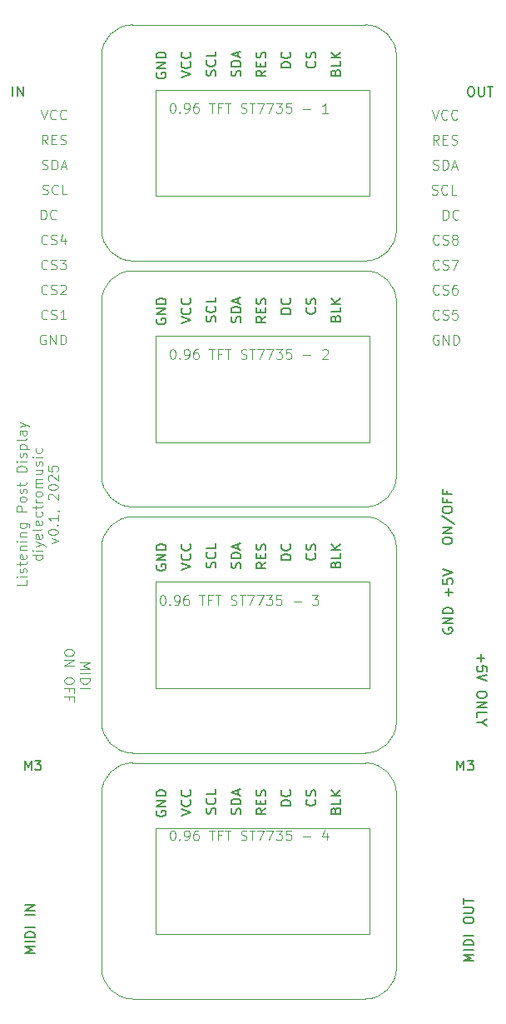
<source format=gbr>
%TF.GenerationSoftware,KiCad,Pcbnew,8.0.7*%
%TF.CreationDate,2025-07-29T21:18:19+01:00*%
%TF.ProjectId,ListeningPostDisplay,4c697374-656e-4696-9e67-506f73744469,rev?*%
%TF.SameCoordinates,Original*%
%TF.FileFunction,Legend,Top*%
%TF.FilePolarity,Positive*%
%FSLAX46Y46*%
G04 Gerber Fmt 4.6, Leading zero omitted, Abs format (unit mm)*
G04 Created by KiCad (PCBNEW 8.0.7) date 2025-07-29 21:18:19*
%MOMM*%
%LPD*%
G01*
G04 APERTURE LIST*
%ADD10C,0.150000*%
%ADD11C,0.100000*%
%ADD12C,0.120000*%
G04 APERTURE END LIST*
D10*
X94777438Y-111816666D02*
X94729819Y-111911904D01*
X94729819Y-111911904D02*
X94729819Y-112054761D01*
X94729819Y-112054761D02*
X94777438Y-112197618D01*
X94777438Y-112197618D02*
X94872676Y-112292856D01*
X94872676Y-112292856D02*
X94967914Y-112340475D01*
X94967914Y-112340475D02*
X95158390Y-112388094D01*
X95158390Y-112388094D02*
X95301247Y-112388094D01*
X95301247Y-112388094D02*
X95491723Y-112340475D01*
X95491723Y-112340475D02*
X95586961Y-112292856D01*
X95586961Y-112292856D02*
X95682200Y-112197618D01*
X95682200Y-112197618D02*
X95729819Y-112054761D01*
X95729819Y-112054761D02*
X95729819Y-111959523D01*
X95729819Y-111959523D02*
X95682200Y-111816666D01*
X95682200Y-111816666D02*
X95634580Y-111769047D01*
X95634580Y-111769047D02*
X95301247Y-111769047D01*
X95301247Y-111769047D02*
X95301247Y-111959523D01*
X95729819Y-111340475D02*
X94729819Y-111340475D01*
X94729819Y-111340475D02*
X95729819Y-110769047D01*
X95729819Y-110769047D02*
X94729819Y-110769047D01*
X95729819Y-110292856D02*
X94729819Y-110292856D01*
X94729819Y-110292856D02*
X94729819Y-110054761D01*
X94729819Y-110054761D02*
X94777438Y-109911904D01*
X94777438Y-109911904D02*
X94872676Y-109816666D01*
X94872676Y-109816666D02*
X94967914Y-109769047D01*
X94967914Y-109769047D02*
X95158390Y-109721428D01*
X95158390Y-109721428D02*
X95301247Y-109721428D01*
X95301247Y-109721428D02*
X95491723Y-109769047D01*
X95491723Y-109769047D02*
X95586961Y-109816666D01*
X95586961Y-109816666D02*
X95682200Y-109911904D01*
X95682200Y-109911904D02*
X95729819Y-110054761D01*
X95729819Y-110054761D02*
X95729819Y-110292856D01*
X95348866Y-108530951D02*
X95348866Y-107769047D01*
X95729819Y-108149999D02*
X94967914Y-108149999D01*
X94729819Y-106816666D02*
X94729819Y-107292856D01*
X94729819Y-107292856D02*
X95206009Y-107340475D01*
X95206009Y-107340475D02*
X95158390Y-107292856D01*
X95158390Y-107292856D02*
X95110771Y-107197618D01*
X95110771Y-107197618D02*
X95110771Y-106959523D01*
X95110771Y-106959523D02*
X95158390Y-106864285D01*
X95158390Y-106864285D02*
X95206009Y-106816666D01*
X95206009Y-106816666D02*
X95301247Y-106769047D01*
X95301247Y-106769047D02*
X95539342Y-106769047D01*
X95539342Y-106769047D02*
X95634580Y-106816666D01*
X95634580Y-106816666D02*
X95682200Y-106864285D01*
X95682200Y-106864285D02*
X95729819Y-106959523D01*
X95729819Y-106959523D02*
X95729819Y-107197618D01*
X95729819Y-107197618D02*
X95682200Y-107292856D01*
X95682200Y-107292856D02*
X95634580Y-107340475D01*
X94729819Y-106483332D02*
X95729819Y-106149999D01*
X95729819Y-106149999D02*
X94729819Y-105816666D01*
X94679819Y-103023809D02*
X94679819Y-102833333D01*
X94679819Y-102833333D02*
X94727438Y-102738095D01*
X94727438Y-102738095D02*
X94822676Y-102642857D01*
X94822676Y-102642857D02*
X95013152Y-102595238D01*
X95013152Y-102595238D02*
X95346485Y-102595238D01*
X95346485Y-102595238D02*
X95536961Y-102642857D01*
X95536961Y-102642857D02*
X95632200Y-102738095D01*
X95632200Y-102738095D02*
X95679819Y-102833333D01*
X95679819Y-102833333D02*
X95679819Y-103023809D01*
X95679819Y-103023809D02*
X95632200Y-103119047D01*
X95632200Y-103119047D02*
X95536961Y-103214285D01*
X95536961Y-103214285D02*
X95346485Y-103261904D01*
X95346485Y-103261904D02*
X95013152Y-103261904D01*
X95013152Y-103261904D02*
X94822676Y-103214285D01*
X94822676Y-103214285D02*
X94727438Y-103119047D01*
X94727438Y-103119047D02*
X94679819Y-103023809D01*
X95679819Y-102166666D02*
X94679819Y-102166666D01*
X94679819Y-102166666D02*
X95679819Y-101595238D01*
X95679819Y-101595238D02*
X94679819Y-101595238D01*
X94632200Y-100404762D02*
X95917914Y-101261904D01*
X94679819Y-99880952D02*
X94679819Y-99690476D01*
X94679819Y-99690476D02*
X94727438Y-99595238D01*
X94727438Y-99595238D02*
X94822676Y-99500000D01*
X94822676Y-99500000D02*
X95013152Y-99452381D01*
X95013152Y-99452381D02*
X95346485Y-99452381D01*
X95346485Y-99452381D02*
X95536961Y-99500000D01*
X95536961Y-99500000D02*
X95632200Y-99595238D01*
X95632200Y-99595238D02*
X95679819Y-99690476D01*
X95679819Y-99690476D02*
X95679819Y-99880952D01*
X95679819Y-99880952D02*
X95632200Y-99976190D01*
X95632200Y-99976190D02*
X95536961Y-100071428D01*
X95536961Y-100071428D02*
X95346485Y-100119047D01*
X95346485Y-100119047D02*
X95013152Y-100119047D01*
X95013152Y-100119047D02*
X94822676Y-100071428D01*
X94822676Y-100071428D02*
X94727438Y-99976190D01*
X94727438Y-99976190D02*
X94679819Y-99880952D01*
X95156009Y-98690476D02*
X95156009Y-99023809D01*
X95679819Y-99023809D02*
X94679819Y-99023809D01*
X94679819Y-99023809D02*
X94679819Y-98547619D01*
X95156009Y-97833333D02*
X95156009Y-98166666D01*
X95679819Y-98166666D02*
X94679819Y-98166666D01*
X94679819Y-98166666D02*
X94679819Y-97690476D01*
X98576133Y-114477381D02*
X98576133Y-115239286D01*
X98195180Y-114858333D02*
X98957085Y-114858333D01*
X99195180Y-116191666D02*
X99195180Y-115715476D01*
X99195180Y-115715476D02*
X98718990Y-115667857D01*
X98718990Y-115667857D02*
X98766609Y-115715476D01*
X98766609Y-115715476D02*
X98814228Y-115810714D01*
X98814228Y-115810714D02*
X98814228Y-116048809D01*
X98814228Y-116048809D02*
X98766609Y-116144047D01*
X98766609Y-116144047D02*
X98718990Y-116191666D01*
X98718990Y-116191666D02*
X98623752Y-116239285D01*
X98623752Y-116239285D02*
X98385657Y-116239285D01*
X98385657Y-116239285D02*
X98290419Y-116191666D01*
X98290419Y-116191666D02*
X98242800Y-116144047D01*
X98242800Y-116144047D02*
X98195180Y-116048809D01*
X98195180Y-116048809D02*
X98195180Y-115810714D01*
X98195180Y-115810714D02*
X98242800Y-115715476D01*
X98242800Y-115715476D02*
X98290419Y-115667857D01*
X99195180Y-116525000D02*
X98195180Y-116858333D01*
X98195180Y-116858333D02*
X99195180Y-117191666D01*
X99195180Y-118477381D02*
X99195180Y-118667857D01*
X99195180Y-118667857D02*
X99147561Y-118763095D01*
X99147561Y-118763095D02*
X99052323Y-118858333D01*
X99052323Y-118858333D02*
X98861847Y-118905952D01*
X98861847Y-118905952D02*
X98528514Y-118905952D01*
X98528514Y-118905952D02*
X98338038Y-118858333D01*
X98338038Y-118858333D02*
X98242800Y-118763095D01*
X98242800Y-118763095D02*
X98195180Y-118667857D01*
X98195180Y-118667857D02*
X98195180Y-118477381D01*
X98195180Y-118477381D02*
X98242800Y-118382143D01*
X98242800Y-118382143D02*
X98338038Y-118286905D01*
X98338038Y-118286905D02*
X98528514Y-118239286D01*
X98528514Y-118239286D02*
X98861847Y-118239286D01*
X98861847Y-118239286D02*
X99052323Y-118286905D01*
X99052323Y-118286905D02*
X99147561Y-118382143D01*
X99147561Y-118382143D02*
X99195180Y-118477381D01*
X98195180Y-119334524D02*
X99195180Y-119334524D01*
X99195180Y-119334524D02*
X98195180Y-119905952D01*
X98195180Y-119905952D02*
X99195180Y-119905952D01*
X98195180Y-120858333D02*
X98195180Y-120382143D01*
X98195180Y-120382143D02*
X99195180Y-120382143D01*
X98671371Y-121382143D02*
X98195180Y-121382143D01*
X99195180Y-121048810D02*
X98671371Y-121382143D01*
X98671371Y-121382143D02*
X99195180Y-121715476D01*
D11*
X94756264Y-70297419D02*
X94756264Y-69297419D01*
X94756264Y-69297419D02*
X94994359Y-69297419D01*
X94994359Y-69297419D02*
X95137216Y-69345038D01*
X95137216Y-69345038D02*
X95232454Y-69440276D01*
X95232454Y-69440276D02*
X95280073Y-69535514D01*
X95280073Y-69535514D02*
X95327692Y-69725990D01*
X95327692Y-69725990D02*
X95327692Y-69868847D01*
X95327692Y-69868847D02*
X95280073Y-70059323D01*
X95280073Y-70059323D02*
X95232454Y-70154561D01*
X95232454Y-70154561D02*
X95137216Y-70249800D01*
X95137216Y-70249800D02*
X94994359Y-70297419D01*
X94994359Y-70297419D02*
X94756264Y-70297419D01*
X96327692Y-70202180D02*
X96280073Y-70249800D01*
X96280073Y-70249800D02*
X96137216Y-70297419D01*
X96137216Y-70297419D02*
X96041978Y-70297419D01*
X96041978Y-70297419D02*
X95899121Y-70249800D01*
X95899121Y-70249800D02*
X95803883Y-70154561D01*
X95803883Y-70154561D02*
X95756264Y-70059323D01*
X95756264Y-70059323D02*
X95708645Y-69868847D01*
X95708645Y-69868847D02*
X95708645Y-69725990D01*
X95708645Y-69725990D02*
X95756264Y-69535514D01*
X95756264Y-69535514D02*
X95803883Y-69440276D01*
X95803883Y-69440276D02*
X95899121Y-69345038D01*
X95899121Y-69345038D02*
X96041978Y-69297419D01*
X96041978Y-69297419D02*
X96137216Y-69297419D01*
X96137216Y-69297419D02*
X96280073Y-69345038D01*
X96280073Y-69345038D02*
X96327692Y-69392657D01*
D10*
X50976191Y-57754819D02*
X50976191Y-56754819D01*
X51452381Y-57754819D02*
X51452381Y-56754819D01*
X51452381Y-56754819D02*
X52023809Y-57754819D01*
X52023809Y-57754819D02*
X52023809Y-56754819D01*
D11*
X52347475Y-106938096D02*
X52347475Y-107414286D01*
X52347475Y-107414286D02*
X51347475Y-107414286D01*
X52347475Y-106604762D02*
X51680808Y-106604762D01*
X51347475Y-106604762D02*
X51395094Y-106652381D01*
X51395094Y-106652381D02*
X51442713Y-106604762D01*
X51442713Y-106604762D02*
X51395094Y-106557143D01*
X51395094Y-106557143D02*
X51347475Y-106604762D01*
X51347475Y-106604762D02*
X51442713Y-106604762D01*
X52299856Y-106176191D02*
X52347475Y-106080953D01*
X52347475Y-106080953D02*
X52347475Y-105890477D01*
X52347475Y-105890477D02*
X52299856Y-105795239D01*
X52299856Y-105795239D02*
X52204617Y-105747620D01*
X52204617Y-105747620D02*
X52156998Y-105747620D01*
X52156998Y-105747620D02*
X52061760Y-105795239D01*
X52061760Y-105795239D02*
X52014141Y-105890477D01*
X52014141Y-105890477D02*
X52014141Y-106033334D01*
X52014141Y-106033334D02*
X51966522Y-106128572D01*
X51966522Y-106128572D02*
X51871284Y-106176191D01*
X51871284Y-106176191D02*
X51823665Y-106176191D01*
X51823665Y-106176191D02*
X51728427Y-106128572D01*
X51728427Y-106128572D02*
X51680808Y-106033334D01*
X51680808Y-106033334D02*
X51680808Y-105890477D01*
X51680808Y-105890477D02*
X51728427Y-105795239D01*
X51680808Y-105461905D02*
X51680808Y-105080953D01*
X51347475Y-105319048D02*
X52204617Y-105319048D01*
X52204617Y-105319048D02*
X52299856Y-105271429D01*
X52299856Y-105271429D02*
X52347475Y-105176191D01*
X52347475Y-105176191D02*
X52347475Y-105080953D01*
X52299856Y-104366667D02*
X52347475Y-104461905D01*
X52347475Y-104461905D02*
X52347475Y-104652381D01*
X52347475Y-104652381D02*
X52299856Y-104747619D01*
X52299856Y-104747619D02*
X52204617Y-104795238D01*
X52204617Y-104795238D02*
X51823665Y-104795238D01*
X51823665Y-104795238D02*
X51728427Y-104747619D01*
X51728427Y-104747619D02*
X51680808Y-104652381D01*
X51680808Y-104652381D02*
X51680808Y-104461905D01*
X51680808Y-104461905D02*
X51728427Y-104366667D01*
X51728427Y-104366667D02*
X51823665Y-104319048D01*
X51823665Y-104319048D02*
X51918903Y-104319048D01*
X51918903Y-104319048D02*
X52014141Y-104795238D01*
X51680808Y-103890476D02*
X52347475Y-103890476D01*
X51776046Y-103890476D02*
X51728427Y-103842857D01*
X51728427Y-103842857D02*
X51680808Y-103747619D01*
X51680808Y-103747619D02*
X51680808Y-103604762D01*
X51680808Y-103604762D02*
X51728427Y-103509524D01*
X51728427Y-103509524D02*
X51823665Y-103461905D01*
X51823665Y-103461905D02*
X52347475Y-103461905D01*
X52347475Y-102985714D02*
X51680808Y-102985714D01*
X51347475Y-102985714D02*
X51395094Y-103033333D01*
X51395094Y-103033333D02*
X51442713Y-102985714D01*
X51442713Y-102985714D02*
X51395094Y-102938095D01*
X51395094Y-102938095D02*
X51347475Y-102985714D01*
X51347475Y-102985714D02*
X51442713Y-102985714D01*
X51680808Y-102509524D02*
X52347475Y-102509524D01*
X51776046Y-102509524D02*
X51728427Y-102461905D01*
X51728427Y-102461905D02*
X51680808Y-102366667D01*
X51680808Y-102366667D02*
X51680808Y-102223810D01*
X51680808Y-102223810D02*
X51728427Y-102128572D01*
X51728427Y-102128572D02*
X51823665Y-102080953D01*
X51823665Y-102080953D02*
X52347475Y-102080953D01*
X51680808Y-101176191D02*
X52490332Y-101176191D01*
X52490332Y-101176191D02*
X52585570Y-101223810D01*
X52585570Y-101223810D02*
X52633189Y-101271429D01*
X52633189Y-101271429D02*
X52680808Y-101366667D01*
X52680808Y-101366667D02*
X52680808Y-101509524D01*
X52680808Y-101509524D02*
X52633189Y-101604762D01*
X52299856Y-101176191D02*
X52347475Y-101271429D01*
X52347475Y-101271429D02*
X52347475Y-101461905D01*
X52347475Y-101461905D02*
X52299856Y-101557143D01*
X52299856Y-101557143D02*
X52252236Y-101604762D01*
X52252236Y-101604762D02*
X52156998Y-101652381D01*
X52156998Y-101652381D02*
X51871284Y-101652381D01*
X51871284Y-101652381D02*
X51776046Y-101604762D01*
X51776046Y-101604762D02*
X51728427Y-101557143D01*
X51728427Y-101557143D02*
X51680808Y-101461905D01*
X51680808Y-101461905D02*
X51680808Y-101271429D01*
X51680808Y-101271429D02*
X51728427Y-101176191D01*
X52347475Y-99938095D02*
X51347475Y-99938095D01*
X51347475Y-99938095D02*
X51347475Y-99557143D01*
X51347475Y-99557143D02*
X51395094Y-99461905D01*
X51395094Y-99461905D02*
X51442713Y-99414286D01*
X51442713Y-99414286D02*
X51537951Y-99366667D01*
X51537951Y-99366667D02*
X51680808Y-99366667D01*
X51680808Y-99366667D02*
X51776046Y-99414286D01*
X51776046Y-99414286D02*
X51823665Y-99461905D01*
X51823665Y-99461905D02*
X51871284Y-99557143D01*
X51871284Y-99557143D02*
X51871284Y-99938095D01*
X52347475Y-98795238D02*
X52299856Y-98890476D01*
X52299856Y-98890476D02*
X52252236Y-98938095D01*
X52252236Y-98938095D02*
X52156998Y-98985714D01*
X52156998Y-98985714D02*
X51871284Y-98985714D01*
X51871284Y-98985714D02*
X51776046Y-98938095D01*
X51776046Y-98938095D02*
X51728427Y-98890476D01*
X51728427Y-98890476D02*
X51680808Y-98795238D01*
X51680808Y-98795238D02*
X51680808Y-98652381D01*
X51680808Y-98652381D02*
X51728427Y-98557143D01*
X51728427Y-98557143D02*
X51776046Y-98509524D01*
X51776046Y-98509524D02*
X51871284Y-98461905D01*
X51871284Y-98461905D02*
X52156998Y-98461905D01*
X52156998Y-98461905D02*
X52252236Y-98509524D01*
X52252236Y-98509524D02*
X52299856Y-98557143D01*
X52299856Y-98557143D02*
X52347475Y-98652381D01*
X52347475Y-98652381D02*
X52347475Y-98795238D01*
X52299856Y-98080952D02*
X52347475Y-97985714D01*
X52347475Y-97985714D02*
X52347475Y-97795238D01*
X52347475Y-97795238D02*
X52299856Y-97700000D01*
X52299856Y-97700000D02*
X52204617Y-97652381D01*
X52204617Y-97652381D02*
X52156998Y-97652381D01*
X52156998Y-97652381D02*
X52061760Y-97700000D01*
X52061760Y-97700000D02*
X52014141Y-97795238D01*
X52014141Y-97795238D02*
X52014141Y-97938095D01*
X52014141Y-97938095D02*
X51966522Y-98033333D01*
X51966522Y-98033333D02*
X51871284Y-98080952D01*
X51871284Y-98080952D02*
X51823665Y-98080952D01*
X51823665Y-98080952D02*
X51728427Y-98033333D01*
X51728427Y-98033333D02*
X51680808Y-97938095D01*
X51680808Y-97938095D02*
X51680808Y-97795238D01*
X51680808Y-97795238D02*
X51728427Y-97700000D01*
X51680808Y-97366666D02*
X51680808Y-96985714D01*
X51347475Y-97223809D02*
X52204617Y-97223809D01*
X52204617Y-97223809D02*
X52299856Y-97176190D01*
X52299856Y-97176190D02*
X52347475Y-97080952D01*
X52347475Y-97080952D02*
X52347475Y-96985714D01*
X52347475Y-95890475D02*
X51347475Y-95890475D01*
X51347475Y-95890475D02*
X51347475Y-95652380D01*
X51347475Y-95652380D02*
X51395094Y-95509523D01*
X51395094Y-95509523D02*
X51490332Y-95414285D01*
X51490332Y-95414285D02*
X51585570Y-95366666D01*
X51585570Y-95366666D02*
X51776046Y-95319047D01*
X51776046Y-95319047D02*
X51918903Y-95319047D01*
X51918903Y-95319047D02*
X52109379Y-95366666D01*
X52109379Y-95366666D02*
X52204617Y-95414285D01*
X52204617Y-95414285D02*
X52299856Y-95509523D01*
X52299856Y-95509523D02*
X52347475Y-95652380D01*
X52347475Y-95652380D02*
X52347475Y-95890475D01*
X52347475Y-94890475D02*
X51680808Y-94890475D01*
X51347475Y-94890475D02*
X51395094Y-94938094D01*
X51395094Y-94938094D02*
X51442713Y-94890475D01*
X51442713Y-94890475D02*
X51395094Y-94842856D01*
X51395094Y-94842856D02*
X51347475Y-94890475D01*
X51347475Y-94890475D02*
X51442713Y-94890475D01*
X52299856Y-94461904D02*
X52347475Y-94366666D01*
X52347475Y-94366666D02*
X52347475Y-94176190D01*
X52347475Y-94176190D02*
X52299856Y-94080952D01*
X52299856Y-94080952D02*
X52204617Y-94033333D01*
X52204617Y-94033333D02*
X52156998Y-94033333D01*
X52156998Y-94033333D02*
X52061760Y-94080952D01*
X52061760Y-94080952D02*
X52014141Y-94176190D01*
X52014141Y-94176190D02*
X52014141Y-94319047D01*
X52014141Y-94319047D02*
X51966522Y-94414285D01*
X51966522Y-94414285D02*
X51871284Y-94461904D01*
X51871284Y-94461904D02*
X51823665Y-94461904D01*
X51823665Y-94461904D02*
X51728427Y-94414285D01*
X51728427Y-94414285D02*
X51680808Y-94319047D01*
X51680808Y-94319047D02*
X51680808Y-94176190D01*
X51680808Y-94176190D02*
X51728427Y-94080952D01*
X51680808Y-93604761D02*
X52680808Y-93604761D01*
X51728427Y-93604761D02*
X51680808Y-93509523D01*
X51680808Y-93509523D02*
X51680808Y-93319047D01*
X51680808Y-93319047D02*
X51728427Y-93223809D01*
X51728427Y-93223809D02*
X51776046Y-93176190D01*
X51776046Y-93176190D02*
X51871284Y-93128571D01*
X51871284Y-93128571D02*
X52156998Y-93128571D01*
X52156998Y-93128571D02*
X52252236Y-93176190D01*
X52252236Y-93176190D02*
X52299856Y-93223809D01*
X52299856Y-93223809D02*
X52347475Y-93319047D01*
X52347475Y-93319047D02*
X52347475Y-93509523D01*
X52347475Y-93509523D02*
X52299856Y-93604761D01*
X52347475Y-92557142D02*
X52299856Y-92652380D01*
X52299856Y-92652380D02*
X52204617Y-92699999D01*
X52204617Y-92699999D02*
X51347475Y-92699999D01*
X52347475Y-91747618D02*
X51823665Y-91747618D01*
X51823665Y-91747618D02*
X51728427Y-91795237D01*
X51728427Y-91795237D02*
X51680808Y-91890475D01*
X51680808Y-91890475D02*
X51680808Y-92080951D01*
X51680808Y-92080951D02*
X51728427Y-92176189D01*
X52299856Y-91747618D02*
X52347475Y-91842856D01*
X52347475Y-91842856D02*
X52347475Y-92080951D01*
X52347475Y-92080951D02*
X52299856Y-92176189D01*
X52299856Y-92176189D02*
X52204617Y-92223808D01*
X52204617Y-92223808D02*
X52109379Y-92223808D01*
X52109379Y-92223808D02*
X52014141Y-92176189D01*
X52014141Y-92176189D02*
X51966522Y-92080951D01*
X51966522Y-92080951D02*
X51966522Y-91842856D01*
X51966522Y-91842856D02*
X51918903Y-91747618D01*
X51680808Y-91366665D02*
X52347475Y-91128570D01*
X51680808Y-90890475D02*
X52347475Y-91128570D01*
X52347475Y-91128570D02*
X52585570Y-91223808D01*
X52585570Y-91223808D02*
X52633189Y-91271427D01*
X52633189Y-91271427D02*
X52680808Y-91366665D01*
X53957419Y-104390476D02*
X52957419Y-104390476D01*
X53909800Y-104390476D02*
X53957419Y-104485714D01*
X53957419Y-104485714D02*
X53957419Y-104676190D01*
X53957419Y-104676190D02*
X53909800Y-104771428D01*
X53909800Y-104771428D02*
X53862180Y-104819047D01*
X53862180Y-104819047D02*
X53766942Y-104866666D01*
X53766942Y-104866666D02*
X53481228Y-104866666D01*
X53481228Y-104866666D02*
X53385990Y-104819047D01*
X53385990Y-104819047D02*
X53338371Y-104771428D01*
X53338371Y-104771428D02*
X53290752Y-104676190D01*
X53290752Y-104676190D02*
X53290752Y-104485714D01*
X53290752Y-104485714D02*
X53338371Y-104390476D01*
X53957419Y-103914285D02*
X53290752Y-103914285D01*
X52957419Y-103914285D02*
X53005038Y-103961904D01*
X53005038Y-103961904D02*
X53052657Y-103914285D01*
X53052657Y-103914285D02*
X53005038Y-103866666D01*
X53005038Y-103866666D02*
X52957419Y-103914285D01*
X52957419Y-103914285D02*
X53052657Y-103914285D01*
X53290752Y-103533333D02*
X53957419Y-103295238D01*
X53290752Y-103057143D02*
X53957419Y-103295238D01*
X53957419Y-103295238D02*
X54195514Y-103390476D01*
X54195514Y-103390476D02*
X54243133Y-103438095D01*
X54243133Y-103438095D02*
X54290752Y-103533333D01*
X53909800Y-102295238D02*
X53957419Y-102390476D01*
X53957419Y-102390476D02*
X53957419Y-102580952D01*
X53957419Y-102580952D02*
X53909800Y-102676190D01*
X53909800Y-102676190D02*
X53814561Y-102723809D01*
X53814561Y-102723809D02*
X53433609Y-102723809D01*
X53433609Y-102723809D02*
X53338371Y-102676190D01*
X53338371Y-102676190D02*
X53290752Y-102580952D01*
X53290752Y-102580952D02*
X53290752Y-102390476D01*
X53290752Y-102390476D02*
X53338371Y-102295238D01*
X53338371Y-102295238D02*
X53433609Y-102247619D01*
X53433609Y-102247619D02*
X53528847Y-102247619D01*
X53528847Y-102247619D02*
X53624085Y-102723809D01*
X53957419Y-101676190D02*
X53909800Y-101771428D01*
X53909800Y-101771428D02*
X53814561Y-101819047D01*
X53814561Y-101819047D02*
X52957419Y-101819047D01*
X53909800Y-100914285D02*
X53957419Y-101009523D01*
X53957419Y-101009523D02*
X53957419Y-101199999D01*
X53957419Y-101199999D02*
X53909800Y-101295237D01*
X53909800Y-101295237D02*
X53814561Y-101342856D01*
X53814561Y-101342856D02*
X53433609Y-101342856D01*
X53433609Y-101342856D02*
X53338371Y-101295237D01*
X53338371Y-101295237D02*
X53290752Y-101199999D01*
X53290752Y-101199999D02*
X53290752Y-101009523D01*
X53290752Y-101009523D02*
X53338371Y-100914285D01*
X53338371Y-100914285D02*
X53433609Y-100866666D01*
X53433609Y-100866666D02*
X53528847Y-100866666D01*
X53528847Y-100866666D02*
X53624085Y-101342856D01*
X53909800Y-100009523D02*
X53957419Y-100104761D01*
X53957419Y-100104761D02*
X53957419Y-100295237D01*
X53957419Y-100295237D02*
X53909800Y-100390475D01*
X53909800Y-100390475D02*
X53862180Y-100438094D01*
X53862180Y-100438094D02*
X53766942Y-100485713D01*
X53766942Y-100485713D02*
X53481228Y-100485713D01*
X53481228Y-100485713D02*
X53385990Y-100438094D01*
X53385990Y-100438094D02*
X53338371Y-100390475D01*
X53338371Y-100390475D02*
X53290752Y-100295237D01*
X53290752Y-100295237D02*
X53290752Y-100104761D01*
X53290752Y-100104761D02*
X53338371Y-100009523D01*
X53290752Y-99723808D02*
X53290752Y-99342856D01*
X52957419Y-99580951D02*
X53814561Y-99580951D01*
X53814561Y-99580951D02*
X53909800Y-99533332D01*
X53909800Y-99533332D02*
X53957419Y-99438094D01*
X53957419Y-99438094D02*
X53957419Y-99342856D01*
X53957419Y-99009522D02*
X53290752Y-99009522D01*
X53481228Y-99009522D02*
X53385990Y-98961903D01*
X53385990Y-98961903D02*
X53338371Y-98914284D01*
X53338371Y-98914284D02*
X53290752Y-98819046D01*
X53290752Y-98819046D02*
X53290752Y-98723808D01*
X53957419Y-98247617D02*
X53909800Y-98342855D01*
X53909800Y-98342855D02*
X53862180Y-98390474D01*
X53862180Y-98390474D02*
X53766942Y-98438093D01*
X53766942Y-98438093D02*
X53481228Y-98438093D01*
X53481228Y-98438093D02*
X53385990Y-98390474D01*
X53385990Y-98390474D02*
X53338371Y-98342855D01*
X53338371Y-98342855D02*
X53290752Y-98247617D01*
X53290752Y-98247617D02*
X53290752Y-98104760D01*
X53290752Y-98104760D02*
X53338371Y-98009522D01*
X53338371Y-98009522D02*
X53385990Y-97961903D01*
X53385990Y-97961903D02*
X53481228Y-97914284D01*
X53481228Y-97914284D02*
X53766942Y-97914284D01*
X53766942Y-97914284D02*
X53862180Y-97961903D01*
X53862180Y-97961903D02*
X53909800Y-98009522D01*
X53909800Y-98009522D02*
X53957419Y-98104760D01*
X53957419Y-98104760D02*
X53957419Y-98247617D01*
X53957419Y-97485712D02*
X53290752Y-97485712D01*
X53385990Y-97485712D02*
X53338371Y-97438093D01*
X53338371Y-97438093D02*
X53290752Y-97342855D01*
X53290752Y-97342855D02*
X53290752Y-97199998D01*
X53290752Y-97199998D02*
X53338371Y-97104760D01*
X53338371Y-97104760D02*
X53433609Y-97057141D01*
X53433609Y-97057141D02*
X53957419Y-97057141D01*
X53433609Y-97057141D02*
X53338371Y-97009522D01*
X53338371Y-97009522D02*
X53290752Y-96914284D01*
X53290752Y-96914284D02*
X53290752Y-96771427D01*
X53290752Y-96771427D02*
X53338371Y-96676188D01*
X53338371Y-96676188D02*
X53433609Y-96628569D01*
X53433609Y-96628569D02*
X53957419Y-96628569D01*
X53290752Y-95723808D02*
X53957419Y-95723808D01*
X53290752Y-96152379D02*
X53814561Y-96152379D01*
X53814561Y-96152379D02*
X53909800Y-96104760D01*
X53909800Y-96104760D02*
X53957419Y-96009522D01*
X53957419Y-96009522D02*
X53957419Y-95866665D01*
X53957419Y-95866665D02*
X53909800Y-95771427D01*
X53909800Y-95771427D02*
X53862180Y-95723808D01*
X53909800Y-95295236D02*
X53957419Y-95199998D01*
X53957419Y-95199998D02*
X53957419Y-95009522D01*
X53957419Y-95009522D02*
X53909800Y-94914284D01*
X53909800Y-94914284D02*
X53814561Y-94866665D01*
X53814561Y-94866665D02*
X53766942Y-94866665D01*
X53766942Y-94866665D02*
X53671704Y-94914284D01*
X53671704Y-94914284D02*
X53624085Y-95009522D01*
X53624085Y-95009522D02*
X53624085Y-95152379D01*
X53624085Y-95152379D02*
X53576466Y-95247617D01*
X53576466Y-95247617D02*
X53481228Y-95295236D01*
X53481228Y-95295236D02*
X53433609Y-95295236D01*
X53433609Y-95295236D02*
X53338371Y-95247617D01*
X53338371Y-95247617D02*
X53290752Y-95152379D01*
X53290752Y-95152379D02*
X53290752Y-95009522D01*
X53290752Y-95009522D02*
X53338371Y-94914284D01*
X53957419Y-94438093D02*
X53290752Y-94438093D01*
X52957419Y-94438093D02*
X53005038Y-94485712D01*
X53005038Y-94485712D02*
X53052657Y-94438093D01*
X53052657Y-94438093D02*
X53005038Y-94390474D01*
X53005038Y-94390474D02*
X52957419Y-94438093D01*
X52957419Y-94438093D02*
X53052657Y-94438093D01*
X53909800Y-93533332D02*
X53957419Y-93628570D01*
X53957419Y-93628570D02*
X53957419Y-93819046D01*
X53957419Y-93819046D02*
X53909800Y-93914284D01*
X53909800Y-93914284D02*
X53862180Y-93961903D01*
X53862180Y-93961903D02*
X53766942Y-94009522D01*
X53766942Y-94009522D02*
X53481228Y-94009522D01*
X53481228Y-94009522D02*
X53385990Y-93961903D01*
X53385990Y-93961903D02*
X53338371Y-93914284D01*
X53338371Y-93914284D02*
X53290752Y-93819046D01*
X53290752Y-93819046D02*
X53290752Y-93628570D01*
X53290752Y-93628570D02*
X53338371Y-93533332D01*
X54900696Y-103152380D02*
X55567363Y-102914285D01*
X55567363Y-102914285D02*
X54900696Y-102676190D01*
X54567363Y-102104761D02*
X54567363Y-102009523D01*
X54567363Y-102009523D02*
X54614982Y-101914285D01*
X54614982Y-101914285D02*
X54662601Y-101866666D01*
X54662601Y-101866666D02*
X54757839Y-101819047D01*
X54757839Y-101819047D02*
X54948315Y-101771428D01*
X54948315Y-101771428D02*
X55186410Y-101771428D01*
X55186410Y-101771428D02*
X55376886Y-101819047D01*
X55376886Y-101819047D02*
X55472124Y-101866666D01*
X55472124Y-101866666D02*
X55519744Y-101914285D01*
X55519744Y-101914285D02*
X55567363Y-102009523D01*
X55567363Y-102009523D02*
X55567363Y-102104761D01*
X55567363Y-102104761D02*
X55519744Y-102199999D01*
X55519744Y-102199999D02*
X55472124Y-102247618D01*
X55472124Y-102247618D02*
X55376886Y-102295237D01*
X55376886Y-102295237D02*
X55186410Y-102342856D01*
X55186410Y-102342856D02*
X54948315Y-102342856D01*
X54948315Y-102342856D02*
X54757839Y-102295237D01*
X54757839Y-102295237D02*
X54662601Y-102247618D01*
X54662601Y-102247618D02*
X54614982Y-102199999D01*
X54614982Y-102199999D02*
X54567363Y-102104761D01*
X55472124Y-101342856D02*
X55519744Y-101295237D01*
X55519744Y-101295237D02*
X55567363Y-101342856D01*
X55567363Y-101342856D02*
X55519744Y-101390475D01*
X55519744Y-101390475D02*
X55472124Y-101342856D01*
X55472124Y-101342856D02*
X55567363Y-101342856D01*
X55567363Y-100342857D02*
X55567363Y-100914285D01*
X55567363Y-100628571D02*
X54567363Y-100628571D01*
X54567363Y-100628571D02*
X54710220Y-100723809D01*
X54710220Y-100723809D02*
X54805458Y-100819047D01*
X54805458Y-100819047D02*
X54853077Y-100914285D01*
X55519744Y-99866666D02*
X55567363Y-99866666D01*
X55567363Y-99866666D02*
X55662601Y-99914285D01*
X55662601Y-99914285D02*
X55710220Y-99961904D01*
X54662601Y-98723809D02*
X54614982Y-98676190D01*
X54614982Y-98676190D02*
X54567363Y-98580952D01*
X54567363Y-98580952D02*
X54567363Y-98342857D01*
X54567363Y-98342857D02*
X54614982Y-98247619D01*
X54614982Y-98247619D02*
X54662601Y-98200000D01*
X54662601Y-98200000D02*
X54757839Y-98152381D01*
X54757839Y-98152381D02*
X54853077Y-98152381D01*
X54853077Y-98152381D02*
X54995934Y-98200000D01*
X54995934Y-98200000D02*
X55567363Y-98771428D01*
X55567363Y-98771428D02*
X55567363Y-98152381D01*
X54567363Y-97533333D02*
X54567363Y-97438095D01*
X54567363Y-97438095D02*
X54614982Y-97342857D01*
X54614982Y-97342857D02*
X54662601Y-97295238D01*
X54662601Y-97295238D02*
X54757839Y-97247619D01*
X54757839Y-97247619D02*
X54948315Y-97200000D01*
X54948315Y-97200000D02*
X55186410Y-97200000D01*
X55186410Y-97200000D02*
X55376886Y-97247619D01*
X55376886Y-97247619D02*
X55472124Y-97295238D01*
X55472124Y-97295238D02*
X55519744Y-97342857D01*
X55519744Y-97342857D02*
X55567363Y-97438095D01*
X55567363Y-97438095D02*
X55567363Y-97533333D01*
X55567363Y-97533333D02*
X55519744Y-97628571D01*
X55519744Y-97628571D02*
X55472124Y-97676190D01*
X55472124Y-97676190D02*
X55376886Y-97723809D01*
X55376886Y-97723809D02*
X55186410Y-97771428D01*
X55186410Y-97771428D02*
X54948315Y-97771428D01*
X54948315Y-97771428D02*
X54757839Y-97723809D01*
X54757839Y-97723809D02*
X54662601Y-97676190D01*
X54662601Y-97676190D02*
X54614982Y-97628571D01*
X54614982Y-97628571D02*
X54567363Y-97533333D01*
X54662601Y-96819047D02*
X54614982Y-96771428D01*
X54614982Y-96771428D02*
X54567363Y-96676190D01*
X54567363Y-96676190D02*
X54567363Y-96438095D01*
X54567363Y-96438095D02*
X54614982Y-96342857D01*
X54614982Y-96342857D02*
X54662601Y-96295238D01*
X54662601Y-96295238D02*
X54757839Y-96247619D01*
X54757839Y-96247619D02*
X54853077Y-96247619D01*
X54853077Y-96247619D02*
X54995934Y-96295238D01*
X54995934Y-96295238D02*
X55567363Y-96866666D01*
X55567363Y-96866666D02*
X55567363Y-96247619D01*
X54567363Y-95342857D02*
X54567363Y-95819047D01*
X54567363Y-95819047D02*
X55043553Y-95866666D01*
X55043553Y-95866666D02*
X54995934Y-95819047D01*
X54995934Y-95819047D02*
X54948315Y-95723809D01*
X54948315Y-95723809D02*
X54948315Y-95485714D01*
X54948315Y-95485714D02*
X54995934Y-95390476D01*
X54995934Y-95390476D02*
X55043553Y-95342857D01*
X55043553Y-95342857D02*
X55138791Y-95295238D01*
X55138791Y-95295238D02*
X55376886Y-95295238D01*
X55376886Y-95295238D02*
X55472124Y-95342857D01*
X55472124Y-95342857D02*
X55519744Y-95390476D01*
X55519744Y-95390476D02*
X55567363Y-95485714D01*
X55567363Y-95485714D02*
X55567363Y-95723809D01*
X55567363Y-95723809D02*
X55519744Y-95819047D01*
X55519744Y-95819047D02*
X55472124Y-95866666D01*
X94327692Y-77822180D02*
X94280073Y-77869800D01*
X94280073Y-77869800D02*
X94137216Y-77917419D01*
X94137216Y-77917419D02*
X94041978Y-77917419D01*
X94041978Y-77917419D02*
X93899121Y-77869800D01*
X93899121Y-77869800D02*
X93803883Y-77774561D01*
X93803883Y-77774561D02*
X93756264Y-77679323D01*
X93756264Y-77679323D02*
X93708645Y-77488847D01*
X93708645Y-77488847D02*
X93708645Y-77345990D01*
X93708645Y-77345990D02*
X93756264Y-77155514D01*
X93756264Y-77155514D02*
X93803883Y-77060276D01*
X93803883Y-77060276D02*
X93899121Y-76965038D01*
X93899121Y-76965038D02*
X94041978Y-76917419D01*
X94041978Y-76917419D02*
X94137216Y-76917419D01*
X94137216Y-76917419D02*
X94280073Y-76965038D01*
X94280073Y-76965038D02*
X94327692Y-77012657D01*
X94708645Y-77869800D02*
X94851502Y-77917419D01*
X94851502Y-77917419D02*
X95089597Y-77917419D01*
X95089597Y-77917419D02*
X95184835Y-77869800D01*
X95184835Y-77869800D02*
X95232454Y-77822180D01*
X95232454Y-77822180D02*
X95280073Y-77726942D01*
X95280073Y-77726942D02*
X95280073Y-77631704D01*
X95280073Y-77631704D02*
X95232454Y-77536466D01*
X95232454Y-77536466D02*
X95184835Y-77488847D01*
X95184835Y-77488847D02*
X95089597Y-77441228D01*
X95089597Y-77441228D02*
X94899121Y-77393609D01*
X94899121Y-77393609D02*
X94803883Y-77345990D01*
X94803883Y-77345990D02*
X94756264Y-77298371D01*
X94756264Y-77298371D02*
X94708645Y-77203133D01*
X94708645Y-77203133D02*
X94708645Y-77107895D01*
X94708645Y-77107895D02*
X94756264Y-77012657D01*
X94756264Y-77012657D02*
X94803883Y-76965038D01*
X94803883Y-76965038D02*
X94899121Y-76917419D01*
X94899121Y-76917419D02*
X95137216Y-76917419D01*
X95137216Y-76917419D02*
X95280073Y-76965038D01*
X96137216Y-76917419D02*
X95946740Y-76917419D01*
X95946740Y-76917419D02*
X95851502Y-76965038D01*
X95851502Y-76965038D02*
X95803883Y-77012657D01*
X95803883Y-77012657D02*
X95708645Y-77155514D01*
X95708645Y-77155514D02*
X95661026Y-77345990D01*
X95661026Y-77345990D02*
X95661026Y-77726942D01*
X95661026Y-77726942D02*
X95708645Y-77822180D01*
X95708645Y-77822180D02*
X95756264Y-77869800D01*
X95756264Y-77869800D02*
X95851502Y-77917419D01*
X95851502Y-77917419D02*
X96041978Y-77917419D01*
X96041978Y-77917419D02*
X96137216Y-77869800D01*
X96137216Y-77869800D02*
X96184835Y-77822180D01*
X96184835Y-77822180D02*
X96232454Y-77726942D01*
X96232454Y-77726942D02*
X96232454Y-77488847D01*
X96232454Y-77488847D02*
X96184835Y-77393609D01*
X96184835Y-77393609D02*
X96137216Y-77345990D01*
X96137216Y-77345990D02*
X96041978Y-77298371D01*
X96041978Y-77298371D02*
X95851502Y-77298371D01*
X95851502Y-77298371D02*
X95756264Y-77345990D01*
X95756264Y-77345990D02*
X95708645Y-77393609D01*
X95708645Y-77393609D02*
X95661026Y-77488847D01*
X53962781Y-65154800D02*
X54105638Y-65202419D01*
X54105638Y-65202419D02*
X54343733Y-65202419D01*
X54343733Y-65202419D02*
X54438971Y-65154800D01*
X54438971Y-65154800D02*
X54486590Y-65107180D01*
X54486590Y-65107180D02*
X54534209Y-65011942D01*
X54534209Y-65011942D02*
X54534209Y-64916704D01*
X54534209Y-64916704D02*
X54486590Y-64821466D01*
X54486590Y-64821466D02*
X54438971Y-64773847D01*
X54438971Y-64773847D02*
X54343733Y-64726228D01*
X54343733Y-64726228D02*
X54153257Y-64678609D01*
X54153257Y-64678609D02*
X54058019Y-64630990D01*
X54058019Y-64630990D02*
X54010400Y-64583371D01*
X54010400Y-64583371D02*
X53962781Y-64488133D01*
X53962781Y-64488133D02*
X53962781Y-64392895D01*
X53962781Y-64392895D02*
X54010400Y-64297657D01*
X54010400Y-64297657D02*
X54058019Y-64250038D01*
X54058019Y-64250038D02*
X54153257Y-64202419D01*
X54153257Y-64202419D02*
X54391352Y-64202419D01*
X54391352Y-64202419D02*
X54534209Y-64250038D01*
X54962781Y-65202419D02*
X54962781Y-64202419D01*
X54962781Y-64202419D02*
X55200876Y-64202419D01*
X55200876Y-64202419D02*
X55343733Y-64250038D01*
X55343733Y-64250038D02*
X55438971Y-64345276D01*
X55438971Y-64345276D02*
X55486590Y-64440514D01*
X55486590Y-64440514D02*
X55534209Y-64630990D01*
X55534209Y-64630990D02*
X55534209Y-64773847D01*
X55534209Y-64773847D02*
X55486590Y-64964323D01*
X55486590Y-64964323D02*
X55438971Y-65059561D01*
X55438971Y-65059561D02*
X55343733Y-65154800D01*
X55343733Y-65154800D02*
X55200876Y-65202419D01*
X55200876Y-65202419D02*
X54962781Y-65202419D01*
X55915162Y-64916704D02*
X56391352Y-64916704D01*
X55819924Y-65202419D02*
X56153257Y-64202419D01*
X56153257Y-64202419D02*
X56486590Y-65202419D01*
X94327692Y-72742180D02*
X94280073Y-72789800D01*
X94280073Y-72789800D02*
X94137216Y-72837419D01*
X94137216Y-72837419D02*
X94041978Y-72837419D01*
X94041978Y-72837419D02*
X93899121Y-72789800D01*
X93899121Y-72789800D02*
X93803883Y-72694561D01*
X93803883Y-72694561D02*
X93756264Y-72599323D01*
X93756264Y-72599323D02*
X93708645Y-72408847D01*
X93708645Y-72408847D02*
X93708645Y-72265990D01*
X93708645Y-72265990D02*
X93756264Y-72075514D01*
X93756264Y-72075514D02*
X93803883Y-71980276D01*
X93803883Y-71980276D02*
X93899121Y-71885038D01*
X93899121Y-71885038D02*
X94041978Y-71837419D01*
X94041978Y-71837419D02*
X94137216Y-71837419D01*
X94137216Y-71837419D02*
X94280073Y-71885038D01*
X94280073Y-71885038D02*
X94327692Y-71932657D01*
X94708645Y-72789800D02*
X94851502Y-72837419D01*
X94851502Y-72837419D02*
X95089597Y-72837419D01*
X95089597Y-72837419D02*
X95184835Y-72789800D01*
X95184835Y-72789800D02*
X95232454Y-72742180D01*
X95232454Y-72742180D02*
X95280073Y-72646942D01*
X95280073Y-72646942D02*
X95280073Y-72551704D01*
X95280073Y-72551704D02*
X95232454Y-72456466D01*
X95232454Y-72456466D02*
X95184835Y-72408847D01*
X95184835Y-72408847D02*
X95089597Y-72361228D01*
X95089597Y-72361228D02*
X94899121Y-72313609D01*
X94899121Y-72313609D02*
X94803883Y-72265990D01*
X94803883Y-72265990D02*
X94756264Y-72218371D01*
X94756264Y-72218371D02*
X94708645Y-72123133D01*
X94708645Y-72123133D02*
X94708645Y-72027895D01*
X94708645Y-72027895D02*
X94756264Y-71932657D01*
X94756264Y-71932657D02*
X94803883Y-71885038D01*
X94803883Y-71885038D02*
X94899121Y-71837419D01*
X94899121Y-71837419D02*
X95137216Y-71837419D01*
X95137216Y-71837419D02*
X95280073Y-71885038D01*
X95851502Y-72265990D02*
X95756264Y-72218371D01*
X95756264Y-72218371D02*
X95708645Y-72170752D01*
X95708645Y-72170752D02*
X95661026Y-72075514D01*
X95661026Y-72075514D02*
X95661026Y-72027895D01*
X95661026Y-72027895D02*
X95708645Y-71932657D01*
X95708645Y-71932657D02*
X95756264Y-71885038D01*
X95756264Y-71885038D02*
X95851502Y-71837419D01*
X95851502Y-71837419D02*
X96041978Y-71837419D01*
X96041978Y-71837419D02*
X96137216Y-71885038D01*
X96137216Y-71885038D02*
X96184835Y-71932657D01*
X96184835Y-71932657D02*
X96232454Y-72027895D01*
X96232454Y-72027895D02*
X96232454Y-72075514D01*
X96232454Y-72075514D02*
X96184835Y-72170752D01*
X96184835Y-72170752D02*
X96137216Y-72218371D01*
X96137216Y-72218371D02*
X96041978Y-72265990D01*
X96041978Y-72265990D02*
X95851502Y-72265990D01*
X95851502Y-72265990D02*
X95756264Y-72313609D01*
X95756264Y-72313609D02*
X95708645Y-72361228D01*
X95708645Y-72361228D02*
X95661026Y-72456466D01*
X95661026Y-72456466D02*
X95661026Y-72646942D01*
X95661026Y-72646942D02*
X95708645Y-72742180D01*
X95708645Y-72742180D02*
X95756264Y-72789800D01*
X95756264Y-72789800D02*
X95851502Y-72837419D01*
X95851502Y-72837419D02*
X96041978Y-72837419D01*
X96041978Y-72837419D02*
X96137216Y-72789800D01*
X96137216Y-72789800D02*
X96184835Y-72742180D01*
X96184835Y-72742180D02*
X96232454Y-72646942D01*
X96232454Y-72646942D02*
X96232454Y-72456466D01*
X96232454Y-72456466D02*
X96184835Y-72361228D01*
X96184835Y-72361228D02*
X96137216Y-72313609D01*
X96137216Y-72313609D02*
X96041978Y-72265990D01*
X54010400Y-67694800D02*
X54153257Y-67742419D01*
X54153257Y-67742419D02*
X54391352Y-67742419D01*
X54391352Y-67742419D02*
X54486590Y-67694800D01*
X54486590Y-67694800D02*
X54534209Y-67647180D01*
X54534209Y-67647180D02*
X54581828Y-67551942D01*
X54581828Y-67551942D02*
X54581828Y-67456704D01*
X54581828Y-67456704D02*
X54534209Y-67361466D01*
X54534209Y-67361466D02*
X54486590Y-67313847D01*
X54486590Y-67313847D02*
X54391352Y-67266228D01*
X54391352Y-67266228D02*
X54200876Y-67218609D01*
X54200876Y-67218609D02*
X54105638Y-67170990D01*
X54105638Y-67170990D02*
X54058019Y-67123371D01*
X54058019Y-67123371D02*
X54010400Y-67028133D01*
X54010400Y-67028133D02*
X54010400Y-66932895D01*
X54010400Y-66932895D02*
X54058019Y-66837657D01*
X54058019Y-66837657D02*
X54105638Y-66790038D01*
X54105638Y-66790038D02*
X54200876Y-66742419D01*
X54200876Y-66742419D02*
X54438971Y-66742419D01*
X54438971Y-66742419D02*
X54581828Y-66790038D01*
X55581828Y-67647180D02*
X55534209Y-67694800D01*
X55534209Y-67694800D02*
X55391352Y-67742419D01*
X55391352Y-67742419D02*
X55296114Y-67742419D01*
X55296114Y-67742419D02*
X55153257Y-67694800D01*
X55153257Y-67694800D02*
X55058019Y-67599561D01*
X55058019Y-67599561D02*
X55010400Y-67504323D01*
X55010400Y-67504323D02*
X54962781Y-67313847D01*
X54962781Y-67313847D02*
X54962781Y-67170990D01*
X54962781Y-67170990D02*
X55010400Y-66980514D01*
X55010400Y-66980514D02*
X55058019Y-66885276D01*
X55058019Y-66885276D02*
X55153257Y-66790038D01*
X55153257Y-66790038D02*
X55296114Y-66742419D01*
X55296114Y-66742419D02*
X55391352Y-66742419D01*
X55391352Y-66742419D02*
X55534209Y-66790038D01*
X55534209Y-66790038D02*
X55581828Y-66837657D01*
X56486590Y-67742419D02*
X56010400Y-67742419D01*
X56010400Y-67742419D02*
X56010400Y-66742419D01*
D10*
X97500000Y-56779819D02*
X97690476Y-56779819D01*
X97690476Y-56779819D02*
X97785714Y-56827438D01*
X97785714Y-56827438D02*
X97880952Y-56922676D01*
X97880952Y-56922676D02*
X97928571Y-57113152D01*
X97928571Y-57113152D02*
X97928571Y-57446485D01*
X97928571Y-57446485D02*
X97880952Y-57636961D01*
X97880952Y-57636961D02*
X97785714Y-57732200D01*
X97785714Y-57732200D02*
X97690476Y-57779819D01*
X97690476Y-57779819D02*
X97500000Y-57779819D01*
X97500000Y-57779819D02*
X97404762Y-57732200D01*
X97404762Y-57732200D02*
X97309524Y-57636961D01*
X97309524Y-57636961D02*
X97261905Y-57446485D01*
X97261905Y-57446485D02*
X97261905Y-57113152D01*
X97261905Y-57113152D02*
X97309524Y-56922676D01*
X97309524Y-56922676D02*
X97404762Y-56827438D01*
X97404762Y-56827438D02*
X97500000Y-56779819D01*
X98357143Y-56779819D02*
X98357143Y-57589342D01*
X98357143Y-57589342D02*
X98404762Y-57684580D01*
X98404762Y-57684580D02*
X98452381Y-57732200D01*
X98452381Y-57732200D02*
X98547619Y-57779819D01*
X98547619Y-57779819D02*
X98738095Y-57779819D01*
X98738095Y-57779819D02*
X98833333Y-57732200D01*
X98833333Y-57732200D02*
X98880952Y-57684580D01*
X98880952Y-57684580D02*
X98928571Y-57589342D01*
X98928571Y-57589342D02*
X98928571Y-56779819D01*
X99261905Y-56779819D02*
X99833333Y-56779819D01*
X99547619Y-57779819D02*
X99547619Y-56779819D01*
D11*
X54296114Y-82030038D02*
X54200876Y-81982419D01*
X54200876Y-81982419D02*
X54058019Y-81982419D01*
X54058019Y-81982419D02*
X53915162Y-82030038D01*
X53915162Y-82030038D02*
X53819924Y-82125276D01*
X53819924Y-82125276D02*
X53772305Y-82220514D01*
X53772305Y-82220514D02*
X53724686Y-82410990D01*
X53724686Y-82410990D02*
X53724686Y-82553847D01*
X53724686Y-82553847D02*
X53772305Y-82744323D01*
X53772305Y-82744323D02*
X53819924Y-82839561D01*
X53819924Y-82839561D02*
X53915162Y-82934800D01*
X53915162Y-82934800D02*
X54058019Y-82982419D01*
X54058019Y-82982419D02*
X54153257Y-82982419D01*
X54153257Y-82982419D02*
X54296114Y-82934800D01*
X54296114Y-82934800D02*
X54343733Y-82887180D01*
X54343733Y-82887180D02*
X54343733Y-82553847D01*
X54343733Y-82553847D02*
X54153257Y-82553847D01*
X54772305Y-82982419D02*
X54772305Y-81982419D01*
X54772305Y-81982419D02*
X55343733Y-82982419D01*
X55343733Y-82982419D02*
X55343733Y-81982419D01*
X55819924Y-82982419D02*
X55819924Y-81982419D01*
X55819924Y-81982419D02*
X56058019Y-81982419D01*
X56058019Y-81982419D02*
X56200876Y-82030038D01*
X56200876Y-82030038D02*
X56296114Y-82125276D01*
X56296114Y-82125276D02*
X56343733Y-82220514D01*
X56343733Y-82220514D02*
X56391352Y-82410990D01*
X56391352Y-82410990D02*
X56391352Y-82553847D01*
X56391352Y-82553847D02*
X56343733Y-82744323D01*
X56343733Y-82744323D02*
X56296114Y-82839561D01*
X56296114Y-82839561D02*
X56200876Y-82934800D01*
X56200876Y-82934800D02*
X56058019Y-82982419D01*
X56058019Y-82982419D02*
X55819924Y-82982419D01*
X93608645Y-67709800D02*
X93751502Y-67757419D01*
X93751502Y-67757419D02*
X93989597Y-67757419D01*
X93989597Y-67757419D02*
X94084835Y-67709800D01*
X94084835Y-67709800D02*
X94132454Y-67662180D01*
X94132454Y-67662180D02*
X94180073Y-67566942D01*
X94180073Y-67566942D02*
X94180073Y-67471704D01*
X94180073Y-67471704D02*
X94132454Y-67376466D01*
X94132454Y-67376466D02*
X94084835Y-67328847D01*
X94084835Y-67328847D02*
X93989597Y-67281228D01*
X93989597Y-67281228D02*
X93799121Y-67233609D01*
X93799121Y-67233609D02*
X93703883Y-67185990D01*
X93703883Y-67185990D02*
X93656264Y-67138371D01*
X93656264Y-67138371D02*
X93608645Y-67043133D01*
X93608645Y-67043133D02*
X93608645Y-66947895D01*
X93608645Y-66947895D02*
X93656264Y-66852657D01*
X93656264Y-66852657D02*
X93703883Y-66805038D01*
X93703883Y-66805038D02*
X93799121Y-66757419D01*
X93799121Y-66757419D02*
X94037216Y-66757419D01*
X94037216Y-66757419D02*
X94180073Y-66805038D01*
X95180073Y-67662180D02*
X95132454Y-67709800D01*
X95132454Y-67709800D02*
X94989597Y-67757419D01*
X94989597Y-67757419D02*
X94894359Y-67757419D01*
X94894359Y-67757419D02*
X94751502Y-67709800D01*
X94751502Y-67709800D02*
X94656264Y-67614561D01*
X94656264Y-67614561D02*
X94608645Y-67519323D01*
X94608645Y-67519323D02*
X94561026Y-67328847D01*
X94561026Y-67328847D02*
X94561026Y-67185990D01*
X94561026Y-67185990D02*
X94608645Y-66995514D01*
X94608645Y-66995514D02*
X94656264Y-66900276D01*
X94656264Y-66900276D02*
X94751502Y-66805038D01*
X94751502Y-66805038D02*
X94894359Y-66757419D01*
X94894359Y-66757419D02*
X94989597Y-66757419D01*
X94989597Y-66757419D02*
X95132454Y-66805038D01*
X95132454Y-66805038D02*
X95180073Y-66852657D01*
X96084835Y-67757419D02*
X95608645Y-67757419D01*
X95608645Y-67757419D02*
X95608645Y-66757419D01*
D10*
X97854819Y-145644046D02*
X96854819Y-145644046D01*
X96854819Y-145644046D02*
X97569104Y-145310713D01*
X97569104Y-145310713D02*
X96854819Y-144977380D01*
X96854819Y-144977380D02*
X97854819Y-144977380D01*
X97854819Y-144501189D02*
X96854819Y-144501189D01*
X97854819Y-144024999D02*
X96854819Y-144024999D01*
X96854819Y-144024999D02*
X96854819Y-143786904D01*
X96854819Y-143786904D02*
X96902438Y-143644047D01*
X96902438Y-143644047D02*
X96997676Y-143548809D01*
X96997676Y-143548809D02*
X97092914Y-143501190D01*
X97092914Y-143501190D02*
X97283390Y-143453571D01*
X97283390Y-143453571D02*
X97426247Y-143453571D01*
X97426247Y-143453571D02*
X97616723Y-143501190D01*
X97616723Y-143501190D02*
X97711961Y-143548809D01*
X97711961Y-143548809D02*
X97807200Y-143644047D01*
X97807200Y-143644047D02*
X97854819Y-143786904D01*
X97854819Y-143786904D02*
X97854819Y-144024999D01*
X97854819Y-143024999D02*
X96854819Y-143024999D01*
X96854819Y-141596428D02*
X96854819Y-141405952D01*
X96854819Y-141405952D02*
X96902438Y-141310714D01*
X96902438Y-141310714D02*
X96997676Y-141215476D01*
X96997676Y-141215476D02*
X97188152Y-141167857D01*
X97188152Y-141167857D02*
X97521485Y-141167857D01*
X97521485Y-141167857D02*
X97711961Y-141215476D01*
X97711961Y-141215476D02*
X97807200Y-141310714D01*
X97807200Y-141310714D02*
X97854819Y-141405952D01*
X97854819Y-141405952D02*
X97854819Y-141596428D01*
X97854819Y-141596428D02*
X97807200Y-141691666D01*
X97807200Y-141691666D02*
X97711961Y-141786904D01*
X97711961Y-141786904D02*
X97521485Y-141834523D01*
X97521485Y-141834523D02*
X97188152Y-141834523D01*
X97188152Y-141834523D02*
X96997676Y-141786904D01*
X96997676Y-141786904D02*
X96902438Y-141691666D01*
X96902438Y-141691666D02*
X96854819Y-141596428D01*
X96854819Y-140739285D02*
X97664342Y-140739285D01*
X97664342Y-140739285D02*
X97759580Y-140691666D01*
X97759580Y-140691666D02*
X97807200Y-140644047D01*
X97807200Y-140644047D02*
X97854819Y-140548809D01*
X97854819Y-140548809D02*
X97854819Y-140358333D01*
X97854819Y-140358333D02*
X97807200Y-140263095D01*
X97807200Y-140263095D02*
X97759580Y-140215476D01*
X97759580Y-140215476D02*
X97664342Y-140167857D01*
X97664342Y-140167857D02*
X96854819Y-140167857D01*
X96854819Y-139834523D02*
X96854819Y-139263095D01*
X97854819Y-139548809D02*
X96854819Y-139548809D01*
D11*
X67190475Y-58457419D02*
X67285713Y-58457419D01*
X67285713Y-58457419D02*
X67380951Y-58505038D01*
X67380951Y-58505038D02*
X67428570Y-58552657D01*
X67428570Y-58552657D02*
X67476189Y-58647895D01*
X67476189Y-58647895D02*
X67523808Y-58838371D01*
X67523808Y-58838371D02*
X67523808Y-59076466D01*
X67523808Y-59076466D02*
X67476189Y-59266942D01*
X67476189Y-59266942D02*
X67428570Y-59362180D01*
X67428570Y-59362180D02*
X67380951Y-59409800D01*
X67380951Y-59409800D02*
X67285713Y-59457419D01*
X67285713Y-59457419D02*
X67190475Y-59457419D01*
X67190475Y-59457419D02*
X67095237Y-59409800D01*
X67095237Y-59409800D02*
X67047618Y-59362180D01*
X67047618Y-59362180D02*
X66999999Y-59266942D01*
X66999999Y-59266942D02*
X66952380Y-59076466D01*
X66952380Y-59076466D02*
X66952380Y-58838371D01*
X66952380Y-58838371D02*
X66999999Y-58647895D01*
X66999999Y-58647895D02*
X67047618Y-58552657D01*
X67047618Y-58552657D02*
X67095237Y-58505038D01*
X67095237Y-58505038D02*
X67190475Y-58457419D01*
X67952380Y-59362180D02*
X67999999Y-59409800D01*
X67999999Y-59409800D02*
X67952380Y-59457419D01*
X67952380Y-59457419D02*
X67904761Y-59409800D01*
X67904761Y-59409800D02*
X67952380Y-59362180D01*
X67952380Y-59362180D02*
X67952380Y-59457419D01*
X68476189Y-59457419D02*
X68666665Y-59457419D01*
X68666665Y-59457419D02*
X68761903Y-59409800D01*
X68761903Y-59409800D02*
X68809522Y-59362180D01*
X68809522Y-59362180D02*
X68904760Y-59219323D01*
X68904760Y-59219323D02*
X68952379Y-59028847D01*
X68952379Y-59028847D02*
X68952379Y-58647895D01*
X68952379Y-58647895D02*
X68904760Y-58552657D01*
X68904760Y-58552657D02*
X68857141Y-58505038D01*
X68857141Y-58505038D02*
X68761903Y-58457419D01*
X68761903Y-58457419D02*
X68571427Y-58457419D01*
X68571427Y-58457419D02*
X68476189Y-58505038D01*
X68476189Y-58505038D02*
X68428570Y-58552657D01*
X68428570Y-58552657D02*
X68380951Y-58647895D01*
X68380951Y-58647895D02*
X68380951Y-58885990D01*
X68380951Y-58885990D02*
X68428570Y-58981228D01*
X68428570Y-58981228D02*
X68476189Y-59028847D01*
X68476189Y-59028847D02*
X68571427Y-59076466D01*
X68571427Y-59076466D02*
X68761903Y-59076466D01*
X68761903Y-59076466D02*
X68857141Y-59028847D01*
X68857141Y-59028847D02*
X68904760Y-58981228D01*
X68904760Y-58981228D02*
X68952379Y-58885990D01*
X69809522Y-58457419D02*
X69619046Y-58457419D01*
X69619046Y-58457419D02*
X69523808Y-58505038D01*
X69523808Y-58505038D02*
X69476189Y-58552657D01*
X69476189Y-58552657D02*
X69380951Y-58695514D01*
X69380951Y-58695514D02*
X69333332Y-58885990D01*
X69333332Y-58885990D02*
X69333332Y-59266942D01*
X69333332Y-59266942D02*
X69380951Y-59362180D01*
X69380951Y-59362180D02*
X69428570Y-59409800D01*
X69428570Y-59409800D02*
X69523808Y-59457419D01*
X69523808Y-59457419D02*
X69714284Y-59457419D01*
X69714284Y-59457419D02*
X69809522Y-59409800D01*
X69809522Y-59409800D02*
X69857141Y-59362180D01*
X69857141Y-59362180D02*
X69904760Y-59266942D01*
X69904760Y-59266942D02*
X69904760Y-59028847D01*
X69904760Y-59028847D02*
X69857141Y-58933609D01*
X69857141Y-58933609D02*
X69809522Y-58885990D01*
X69809522Y-58885990D02*
X69714284Y-58838371D01*
X69714284Y-58838371D02*
X69523808Y-58838371D01*
X69523808Y-58838371D02*
X69428570Y-58885990D01*
X69428570Y-58885990D02*
X69380951Y-58933609D01*
X69380951Y-58933609D02*
X69333332Y-59028847D01*
X70952380Y-58457419D02*
X71523808Y-58457419D01*
X71238094Y-59457419D02*
X71238094Y-58457419D01*
X72190475Y-58933609D02*
X71857142Y-58933609D01*
X71857142Y-59457419D02*
X71857142Y-58457419D01*
X71857142Y-58457419D02*
X72333332Y-58457419D01*
X72571428Y-58457419D02*
X73142856Y-58457419D01*
X72857142Y-59457419D02*
X72857142Y-58457419D01*
X74190476Y-59409800D02*
X74333333Y-59457419D01*
X74333333Y-59457419D02*
X74571428Y-59457419D01*
X74571428Y-59457419D02*
X74666666Y-59409800D01*
X74666666Y-59409800D02*
X74714285Y-59362180D01*
X74714285Y-59362180D02*
X74761904Y-59266942D01*
X74761904Y-59266942D02*
X74761904Y-59171704D01*
X74761904Y-59171704D02*
X74714285Y-59076466D01*
X74714285Y-59076466D02*
X74666666Y-59028847D01*
X74666666Y-59028847D02*
X74571428Y-58981228D01*
X74571428Y-58981228D02*
X74380952Y-58933609D01*
X74380952Y-58933609D02*
X74285714Y-58885990D01*
X74285714Y-58885990D02*
X74238095Y-58838371D01*
X74238095Y-58838371D02*
X74190476Y-58743133D01*
X74190476Y-58743133D02*
X74190476Y-58647895D01*
X74190476Y-58647895D02*
X74238095Y-58552657D01*
X74238095Y-58552657D02*
X74285714Y-58505038D01*
X74285714Y-58505038D02*
X74380952Y-58457419D01*
X74380952Y-58457419D02*
X74619047Y-58457419D01*
X74619047Y-58457419D02*
X74761904Y-58505038D01*
X75047619Y-58457419D02*
X75619047Y-58457419D01*
X75333333Y-59457419D02*
X75333333Y-58457419D01*
X75857143Y-58457419D02*
X76523809Y-58457419D01*
X76523809Y-58457419D02*
X76095238Y-59457419D01*
X76809524Y-58457419D02*
X77476190Y-58457419D01*
X77476190Y-58457419D02*
X77047619Y-59457419D01*
X77761905Y-58457419D02*
X78380952Y-58457419D01*
X78380952Y-58457419D02*
X78047619Y-58838371D01*
X78047619Y-58838371D02*
X78190476Y-58838371D01*
X78190476Y-58838371D02*
X78285714Y-58885990D01*
X78285714Y-58885990D02*
X78333333Y-58933609D01*
X78333333Y-58933609D02*
X78380952Y-59028847D01*
X78380952Y-59028847D02*
X78380952Y-59266942D01*
X78380952Y-59266942D02*
X78333333Y-59362180D01*
X78333333Y-59362180D02*
X78285714Y-59409800D01*
X78285714Y-59409800D02*
X78190476Y-59457419D01*
X78190476Y-59457419D02*
X77904762Y-59457419D01*
X77904762Y-59457419D02*
X77809524Y-59409800D01*
X77809524Y-59409800D02*
X77761905Y-59362180D01*
X79285714Y-58457419D02*
X78809524Y-58457419D01*
X78809524Y-58457419D02*
X78761905Y-58933609D01*
X78761905Y-58933609D02*
X78809524Y-58885990D01*
X78809524Y-58885990D02*
X78904762Y-58838371D01*
X78904762Y-58838371D02*
X79142857Y-58838371D01*
X79142857Y-58838371D02*
X79238095Y-58885990D01*
X79238095Y-58885990D02*
X79285714Y-58933609D01*
X79285714Y-58933609D02*
X79333333Y-59028847D01*
X79333333Y-59028847D02*
X79333333Y-59266942D01*
X79333333Y-59266942D02*
X79285714Y-59362180D01*
X79285714Y-59362180D02*
X79238095Y-59409800D01*
X79238095Y-59409800D02*
X79142857Y-59457419D01*
X79142857Y-59457419D02*
X78904762Y-59457419D01*
X78904762Y-59457419D02*
X78809524Y-59409800D01*
X78809524Y-59409800D02*
X78761905Y-59362180D01*
X80523810Y-59076466D02*
X81285715Y-59076466D01*
X83047619Y-59457419D02*
X82476191Y-59457419D01*
X82761905Y-59457419D02*
X82761905Y-58457419D01*
X82761905Y-58457419D02*
X82666667Y-58600276D01*
X82666667Y-58600276D02*
X82571429Y-58695514D01*
X82571429Y-58695514D02*
X82476191Y-58743133D01*
X67190475Y-132357419D02*
X67285713Y-132357419D01*
X67285713Y-132357419D02*
X67380951Y-132405038D01*
X67380951Y-132405038D02*
X67428570Y-132452657D01*
X67428570Y-132452657D02*
X67476189Y-132547895D01*
X67476189Y-132547895D02*
X67523808Y-132738371D01*
X67523808Y-132738371D02*
X67523808Y-132976466D01*
X67523808Y-132976466D02*
X67476189Y-133166942D01*
X67476189Y-133166942D02*
X67428570Y-133262180D01*
X67428570Y-133262180D02*
X67380951Y-133309800D01*
X67380951Y-133309800D02*
X67285713Y-133357419D01*
X67285713Y-133357419D02*
X67190475Y-133357419D01*
X67190475Y-133357419D02*
X67095237Y-133309800D01*
X67095237Y-133309800D02*
X67047618Y-133262180D01*
X67047618Y-133262180D02*
X66999999Y-133166942D01*
X66999999Y-133166942D02*
X66952380Y-132976466D01*
X66952380Y-132976466D02*
X66952380Y-132738371D01*
X66952380Y-132738371D02*
X66999999Y-132547895D01*
X66999999Y-132547895D02*
X67047618Y-132452657D01*
X67047618Y-132452657D02*
X67095237Y-132405038D01*
X67095237Y-132405038D02*
X67190475Y-132357419D01*
X67952380Y-133262180D02*
X67999999Y-133309800D01*
X67999999Y-133309800D02*
X67952380Y-133357419D01*
X67952380Y-133357419D02*
X67904761Y-133309800D01*
X67904761Y-133309800D02*
X67952380Y-133262180D01*
X67952380Y-133262180D02*
X67952380Y-133357419D01*
X68476189Y-133357419D02*
X68666665Y-133357419D01*
X68666665Y-133357419D02*
X68761903Y-133309800D01*
X68761903Y-133309800D02*
X68809522Y-133262180D01*
X68809522Y-133262180D02*
X68904760Y-133119323D01*
X68904760Y-133119323D02*
X68952379Y-132928847D01*
X68952379Y-132928847D02*
X68952379Y-132547895D01*
X68952379Y-132547895D02*
X68904760Y-132452657D01*
X68904760Y-132452657D02*
X68857141Y-132405038D01*
X68857141Y-132405038D02*
X68761903Y-132357419D01*
X68761903Y-132357419D02*
X68571427Y-132357419D01*
X68571427Y-132357419D02*
X68476189Y-132405038D01*
X68476189Y-132405038D02*
X68428570Y-132452657D01*
X68428570Y-132452657D02*
X68380951Y-132547895D01*
X68380951Y-132547895D02*
X68380951Y-132785990D01*
X68380951Y-132785990D02*
X68428570Y-132881228D01*
X68428570Y-132881228D02*
X68476189Y-132928847D01*
X68476189Y-132928847D02*
X68571427Y-132976466D01*
X68571427Y-132976466D02*
X68761903Y-132976466D01*
X68761903Y-132976466D02*
X68857141Y-132928847D01*
X68857141Y-132928847D02*
X68904760Y-132881228D01*
X68904760Y-132881228D02*
X68952379Y-132785990D01*
X69809522Y-132357419D02*
X69619046Y-132357419D01*
X69619046Y-132357419D02*
X69523808Y-132405038D01*
X69523808Y-132405038D02*
X69476189Y-132452657D01*
X69476189Y-132452657D02*
X69380951Y-132595514D01*
X69380951Y-132595514D02*
X69333332Y-132785990D01*
X69333332Y-132785990D02*
X69333332Y-133166942D01*
X69333332Y-133166942D02*
X69380951Y-133262180D01*
X69380951Y-133262180D02*
X69428570Y-133309800D01*
X69428570Y-133309800D02*
X69523808Y-133357419D01*
X69523808Y-133357419D02*
X69714284Y-133357419D01*
X69714284Y-133357419D02*
X69809522Y-133309800D01*
X69809522Y-133309800D02*
X69857141Y-133262180D01*
X69857141Y-133262180D02*
X69904760Y-133166942D01*
X69904760Y-133166942D02*
X69904760Y-132928847D01*
X69904760Y-132928847D02*
X69857141Y-132833609D01*
X69857141Y-132833609D02*
X69809522Y-132785990D01*
X69809522Y-132785990D02*
X69714284Y-132738371D01*
X69714284Y-132738371D02*
X69523808Y-132738371D01*
X69523808Y-132738371D02*
X69428570Y-132785990D01*
X69428570Y-132785990D02*
X69380951Y-132833609D01*
X69380951Y-132833609D02*
X69333332Y-132928847D01*
X70952380Y-132357419D02*
X71523808Y-132357419D01*
X71238094Y-133357419D02*
X71238094Y-132357419D01*
X72190475Y-132833609D02*
X71857142Y-132833609D01*
X71857142Y-133357419D02*
X71857142Y-132357419D01*
X71857142Y-132357419D02*
X72333332Y-132357419D01*
X72571428Y-132357419D02*
X73142856Y-132357419D01*
X72857142Y-133357419D02*
X72857142Y-132357419D01*
X74190476Y-133309800D02*
X74333333Y-133357419D01*
X74333333Y-133357419D02*
X74571428Y-133357419D01*
X74571428Y-133357419D02*
X74666666Y-133309800D01*
X74666666Y-133309800D02*
X74714285Y-133262180D01*
X74714285Y-133262180D02*
X74761904Y-133166942D01*
X74761904Y-133166942D02*
X74761904Y-133071704D01*
X74761904Y-133071704D02*
X74714285Y-132976466D01*
X74714285Y-132976466D02*
X74666666Y-132928847D01*
X74666666Y-132928847D02*
X74571428Y-132881228D01*
X74571428Y-132881228D02*
X74380952Y-132833609D01*
X74380952Y-132833609D02*
X74285714Y-132785990D01*
X74285714Y-132785990D02*
X74238095Y-132738371D01*
X74238095Y-132738371D02*
X74190476Y-132643133D01*
X74190476Y-132643133D02*
X74190476Y-132547895D01*
X74190476Y-132547895D02*
X74238095Y-132452657D01*
X74238095Y-132452657D02*
X74285714Y-132405038D01*
X74285714Y-132405038D02*
X74380952Y-132357419D01*
X74380952Y-132357419D02*
X74619047Y-132357419D01*
X74619047Y-132357419D02*
X74761904Y-132405038D01*
X75047619Y-132357419D02*
X75619047Y-132357419D01*
X75333333Y-133357419D02*
X75333333Y-132357419D01*
X75857143Y-132357419D02*
X76523809Y-132357419D01*
X76523809Y-132357419D02*
X76095238Y-133357419D01*
X76809524Y-132357419D02*
X77476190Y-132357419D01*
X77476190Y-132357419D02*
X77047619Y-133357419D01*
X77761905Y-132357419D02*
X78380952Y-132357419D01*
X78380952Y-132357419D02*
X78047619Y-132738371D01*
X78047619Y-132738371D02*
X78190476Y-132738371D01*
X78190476Y-132738371D02*
X78285714Y-132785990D01*
X78285714Y-132785990D02*
X78333333Y-132833609D01*
X78333333Y-132833609D02*
X78380952Y-132928847D01*
X78380952Y-132928847D02*
X78380952Y-133166942D01*
X78380952Y-133166942D02*
X78333333Y-133262180D01*
X78333333Y-133262180D02*
X78285714Y-133309800D01*
X78285714Y-133309800D02*
X78190476Y-133357419D01*
X78190476Y-133357419D02*
X77904762Y-133357419D01*
X77904762Y-133357419D02*
X77809524Y-133309800D01*
X77809524Y-133309800D02*
X77761905Y-133262180D01*
X79285714Y-132357419D02*
X78809524Y-132357419D01*
X78809524Y-132357419D02*
X78761905Y-132833609D01*
X78761905Y-132833609D02*
X78809524Y-132785990D01*
X78809524Y-132785990D02*
X78904762Y-132738371D01*
X78904762Y-132738371D02*
X79142857Y-132738371D01*
X79142857Y-132738371D02*
X79238095Y-132785990D01*
X79238095Y-132785990D02*
X79285714Y-132833609D01*
X79285714Y-132833609D02*
X79333333Y-132928847D01*
X79333333Y-132928847D02*
X79333333Y-133166942D01*
X79333333Y-133166942D02*
X79285714Y-133262180D01*
X79285714Y-133262180D02*
X79238095Y-133309800D01*
X79238095Y-133309800D02*
X79142857Y-133357419D01*
X79142857Y-133357419D02*
X78904762Y-133357419D01*
X78904762Y-133357419D02*
X78809524Y-133309800D01*
X78809524Y-133309800D02*
X78761905Y-133262180D01*
X80523810Y-132976466D02*
X81285715Y-132976466D01*
X82952381Y-132690752D02*
X82952381Y-133357419D01*
X82714286Y-132309800D02*
X82476191Y-133024085D01*
X82476191Y-133024085D02*
X83095238Y-133024085D01*
X54486590Y-75267180D02*
X54438971Y-75314800D01*
X54438971Y-75314800D02*
X54296114Y-75362419D01*
X54296114Y-75362419D02*
X54200876Y-75362419D01*
X54200876Y-75362419D02*
X54058019Y-75314800D01*
X54058019Y-75314800D02*
X53962781Y-75219561D01*
X53962781Y-75219561D02*
X53915162Y-75124323D01*
X53915162Y-75124323D02*
X53867543Y-74933847D01*
X53867543Y-74933847D02*
X53867543Y-74790990D01*
X53867543Y-74790990D02*
X53915162Y-74600514D01*
X53915162Y-74600514D02*
X53962781Y-74505276D01*
X53962781Y-74505276D02*
X54058019Y-74410038D01*
X54058019Y-74410038D02*
X54200876Y-74362419D01*
X54200876Y-74362419D02*
X54296114Y-74362419D01*
X54296114Y-74362419D02*
X54438971Y-74410038D01*
X54438971Y-74410038D02*
X54486590Y-74457657D01*
X54867543Y-75314800D02*
X55010400Y-75362419D01*
X55010400Y-75362419D02*
X55248495Y-75362419D01*
X55248495Y-75362419D02*
X55343733Y-75314800D01*
X55343733Y-75314800D02*
X55391352Y-75267180D01*
X55391352Y-75267180D02*
X55438971Y-75171942D01*
X55438971Y-75171942D02*
X55438971Y-75076704D01*
X55438971Y-75076704D02*
X55391352Y-74981466D01*
X55391352Y-74981466D02*
X55343733Y-74933847D01*
X55343733Y-74933847D02*
X55248495Y-74886228D01*
X55248495Y-74886228D02*
X55058019Y-74838609D01*
X55058019Y-74838609D02*
X54962781Y-74790990D01*
X54962781Y-74790990D02*
X54915162Y-74743371D01*
X54915162Y-74743371D02*
X54867543Y-74648133D01*
X54867543Y-74648133D02*
X54867543Y-74552895D01*
X54867543Y-74552895D02*
X54915162Y-74457657D01*
X54915162Y-74457657D02*
X54962781Y-74410038D01*
X54962781Y-74410038D02*
X55058019Y-74362419D01*
X55058019Y-74362419D02*
X55296114Y-74362419D01*
X55296114Y-74362419D02*
X55438971Y-74410038D01*
X55772305Y-74362419D02*
X56391352Y-74362419D01*
X56391352Y-74362419D02*
X56058019Y-74743371D01*
X56058019Y-74743371D02*
X56200876Y-74743371D01*
X56200876Y-74743371D02*
X56296114Y-74790990D01*
X56296114Y-74790990D02*
X56343733Y-74838609D01*
X56343733Y-74838609D02*
X56391352Y-74933847D01*
X56391352Y-74933847D02*
X56391352Y-75171942D01*
X56391352Y-75171942D02*
X56343733Y-75267180D01*
X56343733Y-75267180D02*
X56296114Y-75314800D01*
X56296114Y-75314800D02*
X56200876Y-75362419D01*
X56200876Y-75362419D02*
X55915162Y-75362419D01*
X55915162Y-75362419D02*
X55819924Y-75314800D01*
X55819924Y-75314800D02*
X55772305Y-75267180D01*
X66190475Y-108457419D02*
X66285713Y-108457419D01*
X66285713Y-108457419D02*
X66380951Y-108505038D01*
X66380951Y-108505038D02*
X66428570Y-108552657D01*
X66428570Y-108552657D02*
X66476189Y-108647895D01*
X66476189Y-108647895D02*
X66523808Y-108838371D01*
X66523808Y-108838371D02*
X66523808Y-109076466D01*
X66523808Y-109076466D02*
X66476189Y-109266942D01*
X66476189Y-109266942D02*
X66428570Y-109362180D01*
X66428570Y-109362180D02*
X66380951Y-109409800D01*
X66380951Y-109409800D02*
X66285713Y-109457419D01*
X66285713Y-109457419D02*
X66190475Y-109457419D01*
X66190475Y-109457419D02*
X66095237Y-109409800D01*
X66095237Y-109409800D02*
X66047618Y-109362180D01*
X66047618Y-109362180D02*
X65999999Y-109266942D01*
X65999999Y-109266942D02*
X65952380Y-109076466D01*
X65952380Y-109076466D02*
X65952380Y-108838371D01*
X65952380Y-108838371D02*
X65999999Y-108647895D01*
X65999999Y-108647895D02*
X66047618Y-108552657D01*
X66047618Y-108552657D02*
X66095237Y-108505038D01*
X66095237Y-108505038D02*
X66190475Y-108457419D01*
X66952380Y-109362180D02*
X66999999Y-109409800D01*
X66999999Y-109409800D02*
X66952380Y-109457419D01*
X66952380Y-109457419D02*
X66904761Y-109409800D01*
X66904761Y-109409800D02*
X66952380Y-109362180D01*
X66952380Y-109362180D02*
X66952380Y-109457419D01*
X67476189Y-109457419D02*
X67666665Y-109457419D01*
X67666665Y-109457419D02*
X67761903Y-109409800D01*
X67761903Y-109409800D02*
X67809522Y-109362180D01*
X67809522Y-109362180D02*
X67904760Y-109219323D01*
X67904760Y-109219323D02*
X67952379Y-109028847D01*
X67952379Y-109028847D02*
X67952379Y-108647895D01*
X67952379Y-108647895D02*
X67904760Y-108552657D01*
X67904760Y-108552657D02*
X67857141Y-108505038D01*
X67857141Y-108505038D02*
X67761903Y-108457419D01*
X67761903Y-108457419D02*
X67571427Y-108457419D01*
X67571427Y-108457419D02*
X67476189Y-108505038D01*
X67476189Y-108505038D02*
X67428570Y-108552657D01*
X67428570Y-108552657D02*
X67380951Y-108647895D01*
X67380951Y-108647895D02*
X67380951Y-108885990D01*
X67380951Y-108885990D02*
X67428570Y-108981228D01*
X67428570Y-108981228D02*
X67476189Y-109028847D01*
X67476189Y-109028847D02*
X67571427Y-109076466D01*
X67571427Y-109076466D02*
X67761903Y-109076466D01*
X67761903Y-109076466D02*
X67857141Y-109028847D01*
X67857141Y-109028847D02*
X67904760Y-108981228D01*
X67904760Y-108981228D02*
X67952379Y-108885990D01*
X68809522Y-108457419D02*
X68619046Y-108457419D01*
X68619046Y-108457419D02*
X68523808Y-108505038D01*
X68523808Y-108505038D02*
X68476189Y-108552657D01*
X68476189Y-108552657D02*
X68380951Y-108695514D01*
X68380951Y-108695514D02*
X68333332Y-108885990D01*
X68333332Y-108885990D02*
X68333332Y-109266942D01*
X68333332Y-109266942D02*
X68380951Y-109362180D01*
X68380951Y-109362180D02*
X68428570Y-109409800D01*
X68428570Y-109409800D02*
X68523808Y-109457419D01*
X68523808Y-109457419D02*
X68714284Y-109457419D01*
X68714284Y-109457419D02*
X68809522Y-109409800D01*
X68809522Y-109409800D02*
X68857141Y-109362180D01*
X68857141Y-109362180D02*
X68904760Y-109266942D01*
X68904760Y-109266942D02*
X68904760Y-109028847D01*
X68904760Y-109028847D02*
X68857141Y-108933609D01*
X68857141Y-108933609D02*
X68809522Y-108885990D01*
X68809522Y-108885990D02*
X68714284Y-108838371D01*
X68714284Y-108838371D02*
X68523808Y-108838371D01*
X68523808Y-108838371D02*
X68428570Y-108885990D01*
X68428570Y-108885990D02*
X68380951Y-108933609D01*
X68380951Y-108933609D02*
X68333332Y-109028847D01*
X69952380Y-108457419D02*
X70523808Y-108457419D01*
X70238094Y-109457419D02*
X70238094Y-108457419D01*
X71190475Y-108933609D02*
X70857142Y-108933609D01*
X70857142Y-109457419D02*
X70857142Y-108457419D01*
X70857142Y-108457419D02*
X71333332Y-108457419D01*
X71571428Y-108457419D02*
X72142856Y-108457419D01*
X71857142Y-109457419D02*
X71857142Y-108457419D01*
X73190476Y-109409800D02*
X73333333Y-109457419D01*
X73333333Y-109457419D02*
X73571428Y-109457419D01*
X73571428Y-109457419D02*
X73666666Y-109409800D01*
X73666666Y-109409800D02*
X73714285Y-109362180D01*
X73714285Y-109362180D02*
X73761904Y-109266942D01*
X73761904Y-109266942D02*
X73761904Y-109171704D01*
X73761904Y-109171704D02*
X73714285Y-109076466D01*
X73714285Y-109076466D02*
X73666666Y-109028847D01*
X73666666Y-109028847D02*
X73571428Y-108981228D01*
X73571428Y-108981228D02*
X73380952Y-108933609D01*
X73380952Y-108933609D02*
X73285714Y-108885990D01*
X73285714Y-108885990D02*
X73238095Y-108838371D01*
X73238095Y-108838371D02*
X73190476Y-108743133D01*
X73190476Y-108743133D02*
X73190476Y-108647895D01*
X73190476Y-108647895D02*
X73238095Y-108552657D01*
X73238095Y-108552657D02*
X73285714Y-108505038D01*
X73285714Y-108505038D02*
X73380952Y-108457419D01*
X73380952Y-108457419D02*
X73619047Y-108457419D01*
X73619047Y-108457419D02*
X73761904Y-108505038D01*
X74047619Y-108457419D02*
X74619047Y-108457419D01*
X74333333Y-109457419D02*
X74333333Y-108457419D01*
X74857143Y-108457419D02*
X75523809Y-108457419D01*
X75523809Y-108457419D02*
X75095238Y-109457419D01*
X75809524Y-108457419D02*
X76476190Y-108457419D01*
X76476190Y-108457419D02*
X76047619Y-109457419D01*
X76761905Y-108457419D02*
X77380952Y-108457419D01*
X77380952Y-108457419D02*
X77047619Y-108838371D01*
X77047619Y-108838371D02*
X77190476Y-108838371D01*
X77190476Y-108838371D02*
X77285714Y-108885990D01*
X77285714Y-108885990D02*
X77333333Y-108933609D01*
X77333333Y-108933609D02*
X77380952Y-109028847D01*
X77380952Y-109028847D02*
X77380952Y-109266942D01*
X77380952Y-109266942D02*
X77333333Y-109362180D01*
X77333333Y-109362180D02*
X77285714Y-109409800D01*
X77285714Y-109409800D02*
X77190476Y-109457419D01*
X77190476Y-109457419D02*
X76904762Y-109457419D01*
X76904762Y-109457419D02*
X76809524Y-109409800D01*
X76809524Y-109409800D02*
X76761905Y-109362180D01*
X78285714Y-108457419D02*
X77809524Y-108457419D01*
X77809524Y-108457419D02*
X77761905Y-108933609D01*
X77761905Y-108933609D02*
X77809524Y-108885990D01*
X77809524Y-108885990D02*
X77904762Y-108838371D01*
X77904762Y-108838371D02*
X78142857Y-108838371D01*
X78142857Y-108838371D02*
X78238095Y-108885990D01*
X78238095Y-108885990D02*
X78285714Y-108933609D01*
X78285714Y-108933609D02*
X78333333Y-109028847D01*
X78333333Y-109028847D02*
X78333333Y-109266942D01*
X78333333Y-109266942D02*
X78285714Y-109362180D01*
X78285714Y-109362180D02*
X78238095Y-109409800D01*
X78238095Y-109409800D02*
X78142857Y-109457419D01*
X78142857Y-109457419D02*
X77904762Y-109457419D01*
X77904762Y-109457419D02*
X77809524Y-109409800D01*
X77809524Y-109409800D02*
X77761905Y-109362180D01*
X79523810Y-109076466D02*
X80285715Y-109076466D01*
X81428572Y-108457419D02*
X82047619Y-108457419D01*
X82047619Y-108457419D02*
X81714286Y-108838371D01*
X81714286Y-108838371D02*
X81857143Y-108838371D01*
X81857143Y-108838371D02*
X81952381Y-108885990D01*
X81952381Y-108885990D02*
X82000000Y-108933609D01*
X82000000Y-108933609D02*
X82047619Y-109028847D01*
X82047619Y-109028847D02*
X82047619Y-109266942D01*
X82047619Y-109266942D02*
X82000000Y-109362180D01*
X82000000Y-109362180D02*
X81952381Y-109409800D01*
X81952381Y-109409800D02*
X81857143Y-109457419D01*
X81857143Y-109457419D02*
X81571429Y-109457419D01*
X81571429Y-109457419D02*
X81476191Y-109409800D01*
X81476191Y-109409800D02*
X81428572Y-109362180D01*
X54486590Y-72727180D02*
X54438971Y-72774800D01*
X54438971Y-72774800D02*
X54296114Y-72822419D01*
X54296114Y-72822419D02*
X54200876Y-72822419D01*
X54200876Y-72822419D02*
X54058019Y-72774800D01*
X54058019Y-72774800D02*
X53962781Y-72679561D01*
X53962781Y-72679561D02*
X53915162Y-72584323D01*
X53915162Y-72584323D02*
X53867543Y-72393847D01*
X53867543Y-72393847D02*
X53867543Y-72250990D01*
X53867543Y-72250990D02*
X53915162Y-72060514D01*
X53915162Y-72060514D02*
X53962781Y-71965276D01*
X53962781Y-71965276D02*
X54058019Y-71870038D01*
X54058019Y-71870038D02*
X54200876Y-71822419D01*
X54200876Y-71822419D02*
X54296114Y-71822419D01*
X54296114Y-71822419D02*
X54438971Y-71870038D01*
X54438971Y-71870038D02*
X54486590Y-71917657D01*
X54867543Y-72774800D02*
X55010400Y-72822419D01*
X55010400Y-72822419D02*
X55248495Y-72822419D01*
X55248495Y-72822419D02*
X55343733Y-72774800D01*
X55343733Y-72774800D02*
X55391352Y-72727180D01*
X55391352Y-72727180D02*
X55438971Y-72631942D01*
X55438971Y-72631942D02*
X55438971Y-72536704D01*
X55438971Y-72536704D02*
X55391352Y-72441466D01*
X55391352Y-72441466D02*
X55343733Y-72393847D01*
X55343733Y-72393847D02*
X55248495Y-72346228D01*
X55248495Y-72346228D02*
X55058019Y-72298609D01*
X55058019Y-72298609D02*
X54962781Y-72250990D01*
X54962781Y-72250990D02*
X54915162Y-72203371D01*
X54915162Y-72203371D02*
X54867543Y-72108133D01*
X54867543Y-72108133D02*
X54867543Y-72012895D01*
X54867543Y-72012895D02*
X54915162Y-71917657D01*
X54915162Y-71917657D02*
X54962781Y-71870038D01*
X54962781Y-71870038D02*
X55058019Y-71822419D01*
X55058019Y-71822419D02*
X55296114Y-71822419D01*
X55296114Y-71822419D02*
X55438971Y-71870038D01*
X56296114Y-72155752D02*
X56296114Y-72822419D01*
X56058019Y-71774800D02*
X55819924Y-72489085D01*
X55819924Y-72489085D02*
X56438971Y-72489085D01*
D10*
X53229819Y-144827379D02*
X52229819Y-144827379D01*
X52229819Y-144827379D02*
X52944104Y-144494046D01*
X52944104Y-144494046D02*
X52229819Y-144160713D01*
X52229819Y-144160713D02*
X53229819Y-144160713D01*
X53229819Y-143684522D02*
X52229819Y-143684522D01*
X53229819Y-143208332D02*
X52229819Y-143208332D01*
X52229819Y-143208332D02*
X52229819Y-142970237D01*
X52229819Y-142970237D02*
X52277438Y-142827380D01*
X52277438Y-142827380D02*
X52372676Y-142732142D01*
X52372676Y-142732142D02*
X52467914Y-142684523D01*
X52467914Y-142684523D02*
X52658390Y-142636904D01*
X52658390Y-142636904D02*
X52801247Y-142636904D01*
X52801247Y-142636904D02*
X52991723Y-142684523D01*
X52991723Y-142684523D02*
X53086961Y-142732142D01*
X53086961Y-142732142D02*
X53182200Y-142827380D01*
X53182200Y-142827380D02*
X53229819Y-142970237D01*
X53229819Y-142970237D02*
X53229819Y-143208332D01*
X53229819Y-142208332D02*
X52229819Y-142208332D01*
X53229819Y-140970237D02*
X52229819Y-140970237D01*
X53229819Y-140494047D02*
X52229819Y-140494047D01*
X52229819Y-140494047D02*
X53229819Y-139922619D01*
X53229819Y-139922619D02*
X52229819Y-139922619D01*
D11*
X53819924Y-59122419D02*
X54153257Y-60122419D01*
X54153257Y-60122419D02*
X54486590Y-59122419D01*
X55391352Y-60027180D02*
X55343733Y-60074800D01*
X55343733Y-60074800D02*
X55200876Y-60122419D01*
X55200876Y-60122419D02*
X55105638Y-60122419D01*
X55105638Y-60122419D02*
X54962781Y-60074800D01*
X54962781Y-60074800D02*
X54867543Y-59979561D01*
X54867543Y-59979561D02*
X54819924Y-59884323D01*
X54819924Y-59884323D02*
X54772305Y-59693847D01*
X54772305Y-59693847D02*
X54772305Y-59550990D01*
X54772305Y-59550990D02*
X54819924Y-59360514D01*
X54819924Y-59360514D02*
X54867543Y-59265276D01*
X54867543Y-59265276D02*
X54962781Y-59170038D01*
X54962781Y-59170038D02*
X55105638Y-59122419D01*
X55105638Y-59122419D02*
X55200876Y-59122419D01*
X55200876Y-59122419D02*
X55343733Y-59170038D01*
X55343733Y-59170038D02*
X55391352Y-59217657D01*
X56391352Y-60027180D02*
X56343733Y-60074800D01*
X56343733Y-60074800D02*
X56200876Y-60122419D01*
X56200876Y-60122419D02*
X56105638Y-60122419D01*
X56105638Y-60122419D02*
X55962781Y-60074800D01*
X55962781Y-60074800D02*
X55867543Y-59979561D01*
X55867543Y-59979561D02*
X55819924Y-59884323D01*
X55819924Y-59884323D02*
X55772305Y-59693847D01*
X55772305Y-59693847D02*
X55772305Y-59550990D01*
X55772305Y-59550990D02*
X55819924Y-59360514D01*
X55819924Y-59360514D02*
X55867543Y-59265276D01*
X55867543Y-59265276D02*
X55962781Y-59170038D01*
X55962781Y-59170038D02*
X56105638Y-59122419D01*
X56105638Y-59122419D02*
X56200876Y-59122419D01*
X56200876Y-59122419D02*
X56343733Y-59170038D01*
X56343733Y-59170038D02*
X56391352Y-59217657D01*
X57822552Y-115265477D02*
X58822552Y-115265477D01*
X58822552Y-115265477D02*
X58108267Y-115598810D01*
X58108267Y-115598810D02*
X58822552Y-115932143D01*
X58822552Y-115932143D02*
X57822552Y-115932143D01*
X57822552Y-116408334D02*
X58822552Y-116408334D01*
X57822552Y-116884524D02*
X58822552Y-116884524D01*
X58822552Y-116884524D02*
X58822552Y-117122619D01*
X58822552Y-117122619D02*
X58774933Y-117265476D01*
X58774933Y-117265476D02*
X58679695Y-117360714D01*
X58679695Y-117360714D02*
X58584457Y-117408333D01*
X58584457Y-117408333D02*
X58393981Y-117455952D01*
X58393981Y-117455952D02*
X58251124Y-117455952D01*
X58251124Y-117455952D02*
X58060648Y-117408333D01*
X58060648Y-117408333D02*
X57965410Y-117360714D01*
X57965410Y-117360714D02*
X57870172Y-117265476D01*
X57870172Y-117265476D02*
X57822552Y-117122619D01*
X57822552Y-117122619D02*
X57822552Y-116884524D01*
X57822552Y-117884524D02*
X58822552Y-117884524D01*
X57212608Y-114194047D02*
X57212608Y-114384523D01*
X57212608Y-114384523D02*
X57164989Y-114479761D01*
X57164989Y-114479761D02*
X57069751Y-114574999D01*
X57069751Y-114574999D02*
X56879275Y-114622618D01*
X56879275Y-114622618D02*
X56545942Y-114622618D01*
X56545942Y-114622618D02*
X56355466Y-114574999D01*
X56355466Y-114574999D02*
X56260228Y-114479761D01*
X56260228Y-114479761D02*
X56212608Y-114384523D01*
X56212608Y-114384523D02*
X56212608Y-114194047D01*
X56212608Y-114194047D02*
X56260228Y-114098809D01*
X56260228Y-114098809D02*
X56355466Y-114003571D01*
X56355466Y-114003571D02*
X56545942Y-113955952D01*
X56545942Y-113955952D02*
X56879275Y-113955952D01*
X56879275Y-113955952D02*
X57069751Y-114003571D01*
X57069751Y-114003571D02*
X57164989Y-114098809D01*
X57164989Y-114098809D02*
X57212608Y-114194047D01*
X56212608Y-115051190D02*
X57212608Y-115051190D01*
X57212608Y-115051190D02*
X56212608Y-115622618D01*
X56212608Y-115622618D02*
X57212608Y-115622618D01*
X57212608Y-117051190D02*
X57212608Y-117241666D01*
X57212608Y-117241666D02*
X57164989Y-117336904D01*
X57164989Y-117336904D02*
X57069751Y-117432142D01*
X57069751Y-117432142D02*
X56879275Y-117479761D01*
X56879275Y-117479761D02*
X56545942Y-117479761D01*
X56545942Y-117479761D02*
X56355466Y-117432142D01*
X56355466Y-117432142D02*
X56260228Y-117336904D01*
X56260228Y-117336904D02*
X56212608Y-117241666D01*
X56212608Y-117241666D02*
X56212608Y-117051190D01*
X56212608Y-117051190D02*
X56260228Y-116955952D01*
X56260228Y-116955952D02*
X56355466Y-116860714D01*
X56355466Y-116860714D02*
X56545942Y-116813095D01*
X56545942Y-116813095D02*
X56879275Y-116813095D01*
X56879275Y-116813095D02*
X57069751Y-116860714D01*
X57069751Y-116860714D02*
X57164989Y-116955952D01*
X57164989Y-116955952D02*
X57212608Y-117051190D01*
X56736418Y-118241666D02*
X56736418Y-117908333D01*
X56212608Y-117908333D02*
X57212608Y-117908333D01*
X57212608Y-117908333D02*
X57212608Y-118384523D01*
X56736418Y-119098809D02*
X56736418Y-118765476D01*
X56212608Y-118765476D02*
X57212608Y-118765476D01*
X57212608Y-118765476D02*
X57212608Y-119241666D01*
X54534209Y-62662419D02*
X54200876Y-62186228D01*
X53962781Y-62662419D02*
X53962781Y-61662419D01*
X53962781Y-61662419D02*
X54343733Y-61662419D01*
X54343733Y-61662419D02*
X54438971Y-61710038D01*
X54438971Y-61710038D02*
X54486590Y-61757657D01*
X54486590Y-61757657D02*
X54534209Y-61852895D01*
X54534209Y-61852895D02*
X54534209Y-61995752D01*
X54534209Y-61995752D02*
X54486590Y-62090990D01*
X54486590Y-62090990D02*
X54438971Y-62138609D01*
X54438971Y-62138609D02*
X54343733Y-62186228D01*
X54343733Y-62186228D02*
X53962781Y-62186228D01*
X54962781Y-62138609D02*
X55296114Y-62138609D01*
X55438971Y-62662419D02*
X54962781Y-62662419D01*
X54962781Y-62662419D02*
X54962781Y-61662419D01*
X54962781Y-61662419D02*
X55438971Y-61662419D01*
X55819924Y-62614800D02*
X55962781Y-62662419D01*
X55962781Y-62662419D02*
X56200876Y-62662419D01*
X56200876Y-62662419D02*
X56296114Y-62614800D01*
X56296114Y-62614800D02*
X56343733Y-62567180D01*
X56343733Y-62567180D02*
X56391352Y-62471942D01*
X56391352Y-62471942D02*
X56391352Y-62376704D01*
X56391352Y-62376704D02*
X56343733Y-62281466D01*
X56343733Y-62281466D02*
X56296114Y-62233847D01*
X56296114Y-62233847D02*
X56200876Y-62186228D01*
X56200876Y-62186228D02*
X56010400Y-62138609D01*
X56010400Y-62138609D02*
X55915162Y-62090990D01*
X55915162Y-62090990D02*
X55867543Y-62043371D01*
X55867543Y-62043371D02*
X55819924Y-61948133D01*
X55819924Y-61948133D02*
X55819924Y-61852895D01*
X55819924Y-61852895D02*
X55867543Y-61757657D01*
X55867543Y-61757657D02*
X55915162Y-61710038D01*
X55915162Y-61710038D02*
X56010400Y-61662419D01*
X56010400Y-61662419D02*
X56248495Y-61662419D01*
X56248495Y-61662419D02*
X56391352Y-61710038D01*
X94327692Y-62677419D02*
X93994359Y-62201228D01*
X93756264Y-62677419D02*
X93756264Y-61677419D01*
X93756264Y-61677419D02*
X94137216Y-61677419D01*
X94137216Y-61677419D02*
X94232454Y-61725038D01*
X94232454Y-61725038D02*
X94280073Y-61772657D01*
X94280073Y-61772657D02*
X94327692Y-61867895D01*
X94327692Y-61867895D02*
X94327692Y-62010752D01*
X94327692Y-62010752D02*
X94280073Y-62105990D01*
X94280073Y-62105990D02*
X94232454Y-62153609D01*
X94232454Y-62153609D02*
X94137216Y-62201228D01*
X94137216Y-62201228D02*
X93756264Y-62201228D01*
X94756264Y-62153609D02*
X95089597Y-62153609D01*
X95232454Y-62677419D02*
X94756264Y-62677419D01*
X94756264Y-62677419D02*
X94756264Y-61677419D01*
X94756264Y-61677419D02*
X95232454Y-61677419D01*
X95613407Y-62629800D02*
X95756264Y-62677419D01*
X95756264Y-62677419D02*
X95994359Y-62677419D01*
X95994359Y-62677419D02*
X96089597Y-62629800D01*
X96089597Y-62629800D02*
X96137216Y-62582180D01*
X96137216Y-62582180D02*
X96184835Y-62486942D01*
X96184835Y-62486942D02*
X96184835Y-62391704D01*
X96184835Y-62391704D02*
X96137216Y-62296466D01*
X96137216Y-62296466D02*
X96089597Y-62248847D01*
X96089597Y-62248847D02*
X95994359Y-62201228D01*
X95994359Y-62201228D02*
X95803883Y-62153609D01*
X95803883Y-62153609D02*
X95708645Y-62105990D01*
X95708645Y-62105990D02*
X95661026Y-62058371D01*
X95661026Y-62058371D02*
X95613407Y-61963133D01*
X95613407Y-61963133D02*
X95613407Y-61867895D01*
X95613407Y-61867895D02*
X95661026Y-61772657D01*
X95661026Y-61772657D02*
X95708645Y-61725038D01*
X95708645Y-61725038D02*
X95803883Y-61677419D01*
X95803883Y-61677419D02*
X96041978Y-61677419D01*
X96041978Y-61677419D02*
X96184835Y-61725038D01*
X94327692Y-75282180D02*
X94280073Y-75329800D01*
X94280073Y-75329800D02*
X94137216Y-75377419D01*
X94137216Y-75377419D02*
X94041978Y-75377419D01*
X94041978Y-75377419D02*
X93899121Y-75329800D01*
X93899121Y-75329800D02*
X93803883Y-75234561D01*
X93803883Y-75234561D02*
X93756264Y-75139323D01*
X93756264Y-75139323D02*
X93708645Y-74948847D01*
X93708645Y-74948847D02*
X93708645Y-74805990D01*
X93708645Y-74805990D02*
X93756264Y-74615514D01*
X93756264Y-74615514D02*
X93803883Y-74520276D01*
X93803883Y-74520276D02*
X93899121Y-74425038D01*
X93899121Y-74425038D02*
X94041978Y-74377419D01*
X94041978Y-74377419D02*
X94137216Y-74377419D01*
X94137216Y-74377419D02*
X94280073Y-74425038D01*
X94280073Y-74425038D02*
X94327692Y-74472657D01*
X94708645Y-75329800D02*
X94851502Y-75377419D01*
X94851502Y-75377419D02*
X95089597Y-75377419D01*
X95089597Y-75377419D02*
X95184835Y-75329800D01*
X95184835Y-75329800D02*
X95232454Y-75282180D01*
X95232454Y-75282180D02*
X95280073Y-75186942D01*
X95280073Y-75186942D02*
X95280073Y-75091704D01*
X95280073Y-75091704D02*
X95232454Y-74996466D01*
X95232454Y-74996466D02*
X95184835Y-74948847D01*
X95184835Y-74948847D02*
X95089597Y-74901228D01*
X95089597Y-74901228D02*
X94899121Y-74853609D01*
X94899121Y-74853609D02*
X94803883Y-74805990D01*
X94803883Y-74805990D02*
X94756264Y-74758371D01*
X94756264Y-74758371D02*
X94708645Y-74663133D01*
X94708645Y-74663133D02*
X94708645Y-74567895D01*
X94708645Y-74567895D02*
X94756264Y-74472657D01*
X94756264Y-74472657D02*
X94803883Y-74425038D01*
X94803883Y-74425038D02*
X94899121Y-74377419D01*
X94899121Y-74377419D02*
X95137216Y-74377419D01*
X95137216Y-74377419D02*
X95280073Y-74425038D01*
X95613407Y-74377419D02*
X96280073Y-74377419D01*
X96280073Y-74377419D02*
X95851502Y-75377419D01*
X93708645Y-65169800D02*
X93851502Y-65217419D01*
X93851502Y-65217419D02*
X94089597Y-65217419D01*
X94089597Y-65217419D02*
X94184835Y-65169800D01*
X94184835Y-65169800D02*
X94232454Y-65122180D01*
X94232454Y-65122180D02*
X94280073Y-65026942D01*
X94280073Y-65026942D02*
X94280073Y-64931704D01*
X94280073Y-64931704D02*
X94232454Y-64836466D01*
X94232454Y-64836466D02*
X94184835Y-64788847D01*
X94184835Y-64788847D02*
X94089597Y-64741228D01*
X94089597Y-64741228D02*
X93899121Y-64693609D01*
X93899121Y-64693609D02*
X93803883Y-64645990D01*
X93803883Y-64645990D02*
X93756264Y-64598371D01*
X93756264Y-64598371D02*
X93708645Y-64503133D01*
X93708645Y-64503133D02*
X93708645Y-64407895D01*
X93708645Y-64407895D02*
X93756264Y-64312657D01*
X93756264Y-64312657D02*
X93803883Y-64265038D01*
X93803883Y-64265038D02*
X93899121Y-64217419D01*
X93899121Y-64217419D02*
X94137216Y-64217419D01*
X94137216Y-64217419D02*
X94280073Y-64265038D01*
X94708645Y-65217419D02*
X94708645Y-64217419D01*
X94708645Y-64217419D02*
X94946740Y-64217419D01*
X94946740Y-64217419D02*
X95089597Y-64265038D01*
X95089597Y-64265038D02*
X95184835Y-64360276D01*
X95184835Y-64360276D02*
X95232454Y-64455514D01*
X95232454Y-64455514D02*
X95280073Y-64645990D01*
X95280073Y-64645990D02*
X95280073Y-64788847D01*
X95280073Y-64788847D02*
X95232454Y-64979323D01*
X95232454Y-64979323D02*
X95184835Y-65074561D01*
X95184835Y-65074561D02*
X95089597Y-65169800D01*
X95089597Y-65169800D02*
X94946740Y-65217419D01*
X94946740Y-65217419D02*
X94708645Y-65217419D01*
X95661026Y-64931704D02*
X96137216Y-64931704D01*
X95565788Y-65217419D02*
X95899121Y-64217419D01*
X95899121Y-64217419D02*
X96232454Y-65217419D01*
X94280073Y-82045038D02*
X94184835Y-81997419D01*
X94184835Y-81997419D02*
X94041978Y-81997419D01*
X94041978Y-81997419D02*
X93899121Y-82045038D01*
X93899121Y-82045038D02*
X93803883Y-82140276D01*
X93803883Y-82140276D02*
X93756264Y-82235514D01*
X93756264Y-82235514D02*
X93708645Y-82425990D01*
X93708645Y-82425990D02*
X93708645Y-82568847D01*
X93708645Y-82568847D02*
X93756264Y-82759323D01*
X93756264Y-82759323D02*
X93803883Y-82854561D01*
X93803883Y-82854561D02*
X93899121Y-82949800D01*
X93899121Y-82949800D02*
X94041978Y-82997419D01*
X94041978Y-82997419D02*
X94137216Y-82997419D01*
X94137216Y-82997419D02*
X94280073Y-82949800D01*
X94280073Y-82949800D02*
X94327692Y-82902180D01*
X94327692Y-82902180D02*
X94327692Y-82568847D01*
X94327692Y-82568847D02*
X94137216Y-82568847D01*
X94756264Y-82997419D02*
X94756264Y-81997419D01*
X94756264Y-81997419D02*
X95327692Y-82997419D01*
X95327692Y-82997419D02*
X95327692Y-81997419D01*
X95803883Y-82997419D02*
X95803883Y-81997419D01*
X95803883Y-81997419D02*
X96041978Y-81997419D01*
X96041978Y-81997419D02*
X96184835Y-82045038D01*
X96184835Y-82045038D02*
X96280073Y-82140276D01*
X96280073Y-82140276D02*
X96327692Y-82235514D01*
X96327692Y-82235514D02*
X96375311Y-82425990D01*
X96375311Y-82425990D02*
X96375311Y-82568847D01*
X96375311Y-82568847D02*
X96327692Y-82759323D01*
X96327692Y-82759323D02*
X96280073Y-82854561D01*
X96280073Y-82854561D02*
X96184835Y-82949800D01*
X96184835Y-82949800D02*
X96041978Y-82997419D01*
X96041978Y-82997419D02*
X95803883Y-82997419D01*
X54486590Y-80347180D02*
X54438971Y-80394800D01*
X54438971Y-80394800D02*
X54296114Y-80442419D01*
X54296114Y-80442419D02*
X54200876Y-80442419D01*
X54200876Y-80442419D02*
X54058019Y-80394800D01*
X54058019Y-80394800D02*
X53962781Y-80299561D01*
X53962781Y-80299561D02*
X53915162Y-80204323D01*
X53915162Y-80204323D02*
X53867543Y-80013847D01*
X53867543Y-80013847D02*
X53867543Y-79870990D01*
X53867543Y-79870990D02*
X53915162Y-79680514D01*
X53915162Y-79680514D02*
X53962781Y-79585276D01*
X53962781Y-79585276D02*
X54058019Y-79490038D01*
X54058019Y-79490038D02*
X54200876Y-79442419D01*
X54200876Y-79442419D02*
X54296114Y-79442419D01*
X54296114Y-79442419D02*
X54438971Y-79490038D01*
X54438971Y-79490038D02*
X54486590Y-79537657D01*
X54867543Y-80394800D02*
X55010400Y-80442419D01*
X55010400Y-80442419D02*
X55248495Y-80442419D01*
X55248495Y-80442419D02*
X55343733Y-80394800D01*
X55343733Y-80394800D02*
X55391352Y-80347180D01*
X55391352Y-80347180D02*
X55438971Y-80251942D01*
X55438971Y-80251942D02*
X55438971Y-80156704D01*
X55438971Y-80156704D02*
X55391352Y-80061466D01*
X55391352Y-80061466D02*
X55343733Y-80013847D01*
X55343733Y-80013847D02*
X55248495Y-79966228D01*
X55248495Y-79966228D02*
X55058019Y-79918609D01*
X55058019Y-79918609D02*
X54962781Y-79870990D01*
X54962781Y-79870990D02*
X54915162Y-79823371D01*
X54915162Y-79823371D02*
X54867543Y-79728133D01*
X54867543Y-79728133D02*
X54867543Y-79632895D01*
X54867543Y-79632895D02*
X54915162Y-79537657D01*
X54915162Y-79537657D02*
X54962781Y-79490038D01*
X54962781Y-79490038D02*
X55058019Y-79442419D01*
X55058019Y-79442419D02*
X55296114Y-79442419D01*
X55296114Y-79442419D02*
X55438971Y-79490038D01*
X56391352Y-80442419D02*
X55819924Y-80442419D01*
X56105638Y-80442419D02*
X56105638Y-79442419D01*
X56105638Y-79442419D02*
X56010400Y-79585276D01*
X56010400Y-79585276D02*
X55915162Y-79680514D01*
X55915162Y-79680514D02*
X55819924Y-79728133D01*
X54486590Y-77807180D02*
X54438971Y-77854800D01*
X54438971Y-77854800D02*
X54296114Y-77902419D01*
X54296114Y-77902419D02*
X54200876Y-77902419D01*
X54200876Y-77902419D02*
X54058019Y-77854800D01*
X54058019Y-77854800D02*
X53962781Y-77759561D01*
X53962781Y-77759561D02*
X53915162Y-77664323D01*
X53915162Y-77664323D02*
X53867543Y-77473847D01*
X53867543Y-77473847D02*
X53867543Y-77330990D01*
X53867543Y-77330990D02*
X53915162Y-77140514D01*
X53915162Y-77140514D02*
X53962781Y-77045276D01*
X53962781Y-77045276D02*
X54058019Y-76950038D01*
X54058019Y-76950038D02*
X54200876Y-76902419D01*
X54200876Y-76902419D02*
X54296114Y-76902419D01*
X54296114Y-76902419D02*
X54438971Y-76950038D01*
X54438971Y-76950038D02*
X54486590Y-76997657D01*
X54867543Y-77854800D02*
X55010400Y-77902419D01*
X55010400Y-77902419D02*
X55248495Y-77902419D01*
X55248495Y-77902419D02*
X55343733Y-77854800D01*
X55343733Y-77854800D02*
X55391352Y-77807180D01*
X55391352Y-77807180D02*
X55438971Y-77711942D01*
X55438971Y-77711942D02*
X55438971Y-77616704D01*
X55438971Y-77616704D02*
X55391352Y-77521466D01*
X55391352Y-77521466D02*
X55343733Y-77473847D01*
X55343733Y-77473847D02*
X55248495Y-77426228D01*
X55248495Y-77426228D02*
X55058019Y-77378609D01*
X55058019Y-77378609D02*
X54962781Y-77330990D01*
X54962781Y-77330990D02*
X54915162Y-77283371D01*
X54915162Y-77283371D02*
X54867543Y-77188133D01*
X54867543Y-77188133D02*
X54867543Y-77092895D01*
X54867543Y-77092895D02*
X54915162Y-76997657D01*
X54915162Y-76997657D02*
X54962781Y-76950038D01*
X54962781Y-76950038D02*
X55058019Y-76902419D01*
X55058019Y-76902419D02*
X55296114Y-76902419D01*
X55296114Y-76902419D02*
X55438971Y-76950038D01*
X55819924Y-76997657D02*
X55867543Y-76950038D01*
X55867543Y-76950038D02*
X55962781Y-76902419D01*
X55962781Y-76902419D02*
X56200876Y-76902419D01*
X56200876Y-76902419D02*
X56296114Y-76950038D01*
X56296114Y-76950038D02*
X56343733Y-76997657D01*
X56343733Y-76997657D02*
X56391352Y-77092895D01*
X56391352Y-77092895D02*
X56391352Y-77188133D01*
X56391352Y-77188133D02*
X56343733Y-77330990D01*
X56343733Y-77330990D02*
X55772305Y-77902419D01*
X55772305Y-77902419D02*
X56391352Y-77902419D01*
X94327692Y-80362180D02*
X94280073Y-80409800D01*
X94280073Y-80409800D02*
X94137216Y-80457419D01*
X94137216Y-80457419D02*
X94041978Y-80457419D01*
X94041978Y-80457419D02*
X93899121Y-80409800D01*
X93899121Y-80409800D02*
X93803883Y-80314561D01*
X93803883Y-80314561D02*
X93756264Y-80219323D01*
X93756264Y-80219323D02*
X93708645Y-80028847D01*
X93708645Y-80028847D02*
X93708645Y-79885990D01*
X93708645Y-79885990D02*
X93756264Y-79695514D01*
X93756264Y-79695514D02*
X93803883Y-79600276D01*
X93803883Y-79600276D02*
X93899121Y-79505038D01*
X93899121Y-79505038D02*
X94041978Y-79457419D01*
X94041978Y-79457419D02*
X94137216Y-79457419D01*
X94137216Y-79457419D02*
X94280073Y-79505038D01*
X94280073Y-79505038D02*
X94327692Y-79552657D01*
X94708645Y-80409800D02*
X94851502Y-80457419D01*
X94851502Y-80457419D02*
X95089597Y-80457419D01*
X95089597Y-80457419D02*
X95184835Y-80409800D01*
X95184835Y-80409800D02*
X95232454Y-80362180D01*
X95232454Y-80362180D02*
X95280073Y-80266942D01*
X95280073Y-80266942D02*
X95280073Y-80171704D01*
X95280073Y-80171704D02*
X95232454Y-80076466D01*
X95232454Y-80076466D02*
X95184835Y-80028847D01*
X95184835Y-80028847D02*
X95089597Y-79981228D01*
X95089597Y-79981228D02*
X94899121Y-79933609D01*
X94899121Y-79933609D02*
X94803883Y-79885990D01*
X94803883Y-79885990D02*
X94756264Y-79838371D01*
X94756264Y-79838371D02*
X94708645Y-79743133D01*
X94708645Y-79743133D02*
X94708645Y-79647895D01*
X94708645Y-79647895D02*
X94756264Y-79552657D01*
X94756264Y-79552657D02*
X94803883Y-79505038D01*
X94803883Y-79505038D02*
X94899121Y-79457419D01*
X94899121Y-79457419D02*
X95137216Y-79457419D01*
X95137216Y-79457419D02*
X95280073Y-79505038D01*
X96184835Y-79457419D02*
X95708645Y-79457419D01*
X95708645Y-79457419D02*
X95661026Y-79933609D01*
X95661026Y-79933609D02*
X95708645Y-79885990D01*
X95708645Y-79885990D02*
X95803883Y-79838371D01*
X95803883Y-79838371D02*
X96041978Y-79838371D01*
X96041978Y-79838371D02*
X96137216Y-79885990D01*
X96137216Y-79885990D02*
X96184835Y-79933609D01*
X96184835Y-79933609D02*
X96232454Y-80028847D01*
X96232454Y-80028847D02*
X96232454Y-80266942D01*
X96232454Y-80266942D02*
X96184835Y-80362180D01*
X96184835Y-80362180D02*
X96137216Y-80409800D01*
X96137216Y-80409800D02*
X96041978Y-80457419D01*
X96041978Y-80457419D02*
X95803883Y-80457419D01*
X95803883Y-80457419D02*
X95708645Y-80409800D01*
X95708645Y-80409800D02*
X95661026Y-80362180D01*
X67190475Y-83457419D02*
X67285713Y-83457419D01*
X67285713Y-83457419D02*
X67380951Y-83505038D01*
X67380951Y-83505038D02*
X67428570Y-83552657D01*
X67428570Y-83552657D02*
X67476189Y-83647895D01*
X67476189Y-83647895D02*
X67523808Y-83838371D01*
X67523808Y-83838371D02*
X67523808Y-84076466D01*
X67523808Y-84076466D02*
X67476189Y-84266942D01*
X67476189Y-84266942D02*
X67428570Y-84362180D01*
X67428570Y-84362180D02*
X67380951Y-84409800D01*
X67380951Y-84409800D02*
X67285713Y-84457419D01*
X67285713Y-84457419D02*
X67190475Y-84457419D01*
X67190475Y-84457419D02*
X67095237Y-84409800D01*
X67095237Y-84409800D02*
X67047618Y-84362180D01*
X67047618Y-84362180D02*
X66999999Y-84266942D01*
X66999999Y-84266942D02*
X66952380Y-84076466D01*
X66952380Y-84076466D02*
X66952380Y-83838371D01*
X66952380Y-83838371D02*
X66999999Y-83647895D01*
X66999999Y-83647895D02*
X67047618Y-83552657D01*
X67047618Y-83552657D02*
X67095237Y-83505038D01*
X67095237Y-83505038D02*
X67190475Y-83457419D01*
X67952380Y-84362180D02*
X67999999Y-84409800D01*
X67999999Y-84409800D02*
X67952380Y-84457419D01*
X67952380Y-84457419D02*
X67904761Y-84409800D01*
X67904761Y-84409800D02*
X67952380Y-84362180D01*
X67952380Y-84362180D02*
X67952380Y-84457419D01*
X68476189Y-84457419D02*
X68666665Y-84457419D01*
X68666665Y-84457419D02*
X68761903Y-84409800D01*
X68761903Y-84409800D02*
X68809522Y-84362180D01*
X68809522Y-84362180D02*
X68904760Y-84219323D01*
X68904760Y-84219323D02*
X68952379Y-84028847D01*
X68952379Y-84028847D02*
X68952379Y-83647895D01*
X68952379Y-83647895D02*
X68904760Y-83552657D01*
X68904760Y-83552657D02*
X68857141Y-83505038D01*
X68857141Y-83505038D02*
X68761903Y-83457419D01*
X68761903Y-83457419D02*
X68571427Y-83457419D01*
X68571427Y-83457419D02*
X68476189Y-83505038D01*
X68476189Y-83505038D02*
X68428570Y-83552657D01*
X68428570Y-83552657D02*
X68380951Y-83647895D01*
X68380951Y-83647895D02*
X68380951Y-83885990D01*
X68380951Y-83885990D02*
X68428570Y-83981228D01*
X68428570Y-83981228D02*
X68476189Y-84028847D01*
X68476189Y-84028847D02*
X68571427Y-84076466D01*
X68571427Y-84076466D02*
X68761903Y-84076466D01*
X68761903Y-84076466D02*
X68857141Y-84028847D01*
X68857141Y-84028847D02*
X68904760Y-83981228D01*
X68904760Y-83981228D02*
X68952379Y-83885990D01*
X69809522Y-83457419D02*
X69619046Y-83457419D01*
X69619046Y-83457419D02*
X69523808Y-83505038D01*
X69523808Y-83505038D02*
X69476189Y-83552657D01*
X69476189Y-83552657D02*
X69380951Y-83695514D01*
X69380951Y-83695514D02*
X69333332Y-83885990D01*
X69333332Y-83885990D02*
X69333332Y-84266942D01*
X69333332Y-84266942D02*
X69380951Y-84362180D01*
X69380951Y-84362180D02*
X69428570Y-84409800D01*
X69428570Y-84409800D02*
X69523808Y-84457419D01*
X69523808Y-84457419D02*
X69714284Y-84457419D01*
X69714284Y-84457419D02*
X69809522Y-84409800D01*
X69809522Y-84409800D02*
X69857141Y-84362180D01*
X69857141Y-84362180D02*
X69904760Y-84266942D01*
X69904760Y-84266942D02*
X69904760Y-84028847D01*
X69904760Y-84028847D02*
X69857141Y-83933609D01*
X69857141Y-83933609D02*
X69809522Y-83885990D01*
X69809522Y-83885990D02*
X69714284Y-83838371D01*
X69714284Y-83838371D02*
X69523808Y-83838371D01*
X69523808Y-83838371D02*
X69428570Y-83885990D01*
X69428570Y-83885990D02*
X69380951Y-83933609D01*
X69380951Y-83933609D02*
X69333332Y-84028847D01*
X70952380Y-83457419D02*
X71523808Y-83457419D01*
X71238094Y-84457419D02*
X71238094Y-83457419D01*
X72190475Y-83933609D02*
X71857142Y-83933609D01*
X71857142Y-84457419D02*
X71857142Y-83457419D01*
X71857142Y-83457419D02*
X72333332Y-83457419D01*
X72571428Y-83457419D02*
X73142856Y-83457419D01*
X72857142Y-84457419D02*
X72857142Y-83457419D01*
X74190476Y-84409800D02*
X74333333Y-84457419D01*
X74333333Y-84457419D02*
X74571428Y-84457419D01*
X74571428Y-84457419D02*
X74666666Y-84409800D01*
X74666666Y-84409800D02*
X74714285Y-84362180D01*
X74714285Y-84362180D02*
X74761904Y-84266942D01*
X74761904Y-84266942D02*
X74761904Y-84171704D01*
X74761904Y-84171704D02*
X74714285Y-84076466D01*
X74714285Y-84076466D02*
X74666666Y-84028847D01*
X74666666Y-84028847D02*
X74571428Y-83981228D01*
X74571428Y-83981228D02*
X74380952Y-83933609D01*
X74380952Y-83933609D02*
X74285714Y-83885990D01*
X74285714Y-83885990D02*
X74238095Y-83838371D01*
X74238095Y-83838371D02*
X74190476Y-83743133D01*
X74190476Y-83743133D02*
X74190476Y-83647895D01*
X74190476Y-83647895D02*
X74238095Y-83552657D01*
X74238095Y-83552657D02*
X74285714Y-83505038D01*
X74285714Y-83505038D02*
X74380952Y-83457419D01*
X74380952Y-83457419D02*
X74619047Y-83457419D01*
X74619047Y-83457419D02*
X74761904Y-83505038D01*
X75047619Y-83457419D02*
X75619047Y-83457419D01*
X75333333Y-84457419D02*
X75333333Y-83457419D01*
X75857143Y-83457419D02*
X76523809Y-83457419D01*
X76523809Y-83457419D02*
X76095238Y-84457419D01*
X76809524Y-83457419D02*
X77476190Y-83457419D01*
X77476190Y-83457419D02*
X77047619Y-84457419D01*
X77761905Y-83457419D02*
X78380952Y-83457419D01*
X78380952Y-83457419D02*
X78047619Y-83838371D01*
X78047619Y-83838371D02*
X78190476Y-83838371D01*
X78190476Y-83838371D02*
X78285714Y-83885990D01*
X78285714Y-83885990D02*
X78333333Y-83933609D01*
X78333333Y-83933609D02*
X78380952Y-84028847D01*
X78380952Y-84028847D02*
X78380952Y-84266942D01*
X78380952Y-84266942D02*
X78333333Y-84362180D01*
X78333333Y-84362180D02*
X78285714Y-84409800D01*
X78285714Y-84409800D02*
X78190476Y-84457419D01*
X78190476Y-84457419D02*
X77904762Y-84457419D01*
X77904762Y-84457419D02*
X77809524Y-84409800D01*
X77809524Y-84409800D02*
X77761905Y-84362180D01*
X79285714Y-83457419D02*
X78809524Y-83457419D01*
X78809524Y-83457419D02*
X78761905Y-83933609D01*
X78761905Y-83933609D02*
X78809524Y-83885990D01*
X78809524Y-83885990D02*
X78904762Y-83838371D01*
X78904762Y-83838371D02*
X79142857Y-83838371D01*
X79142857Y-83838371D02*
X79238095Y-83885990D01*
X79238095Y-83885990D02*
X79285714Y-83933609D01*
X79285714Y-83933609D02*
X79333333Y-84028847D01*
X79333333Y-84028847D02*
X79333333Y-84266942D01*
X79333333Y-84266942D02*
X79285714Y-84362180D01*
X79285714Y-84362180D02*
X79238095Y-84409800D01*
X79238095Y-84409800D02*
X79142857Y-84457419D01*
X79142857Y-84457419D02*
X78904762Y-84457419D01*
X78904762Y-84457419D02*
X78809524Y-84409800D01*
X78809524Y-84409800D02*
X78761905Y-84362180D01*
X80523810Y-84076466D02*
X81285715Y-84076466D01*
X82476191Y-83552657D02*
X82523810Y-83505038D01*
X82523810Y-83505038D02*
X82619048Y-83457419D01*
X82619048Y-83457419D02*
X82857143Y-83457419D01*
X82857143Y-83457419D02*
X82952381Y-83505038D01*
X82952381Y-83505038D02*
X83000000Y-83552657D01*
X83000000Y-83552657D02*
X83047619Y-83647895D01*
X83047619Y-83647895D02*
X83047619Y-83743133D01*
X83047619Y-83743133D02*
X83000000Y-83885990D01*
X83000000Y-83885990D02*
X82428572Y-84457419D01*
X82428572Y-84457419D02*
X83047619Y-84457419D01*
X93613407Y-59137419D02*
X93946740Y-60137419D01*
X93946740Y-60137419D02*
X94280073Y-59137419D01*
X95184835Y-60042180D02*
X95137216Y-60089800D01*
X95137216Y-60089800D02*
X94994359Y-60137419D01*
X94994359Y-60137419D02*
X94899121Y-60137419D01*
X94899121Y-60137419D02*
X94756264Y-60089800D01*
X94756264Y-60089800D02*
X94661026Y-59994561D01*
X94661026Y-59994561D02*
X94613407Y-59899323D01*
X94613407Y-59899323D02*
X94565788Y-59708847D01*
X94565788Y-59708847D02*
X94565788Y-59565990D01*
X94565788Y-59565990D02*
X94613407Y-59375514D01*
X94613407Y-59375514D02*
X94661026Y-59280276D01*
X94661026Y-59280276D02*
X94756264Y-59185038D01*
X94756264Y-59185038D02*
X94899121Y-59137419D01*
X94899121Y-59137419D02*
X94994359Y-59137419D01*
X94994359Y-59137419D02*
X95137216Y-59185038D01*
X95137216Y-59185038D02*
X95184835Y-59232657D01*
X96184835Y-60042180D02*
X96137216Y-60089800D01*
X96137216Y-60089800D02*
X95994359Y-60137419D01*
X95994359Y-60137419D02*
X95899121Y-60137419D01*
X95899121Y-60137419D02*
X95756264Y-60089800D01*
X95756264Y-60089800D02*
X95661026Y-59994561D01*
X95661026Y-59994561D02*
X95613407Y-59899323D01*
X95613407Y-59899323D02*
X95565788Y-59708847D01*
X95565788Y-59708847D02*
X95565788Y-59565990D01*
X95565788Y-59565990D02*
X95613407Y-59375514D01*
X95613407Y-59375514D02*
X95661026Y-59280276D01*
X95661026Y-59280276D02*
X95756264Y-59185038D01*
X95756264Y-59185038D02*
X95899121Y-59137419D01*
X95899121Y-59137419D02*
X95994359Y-59137419D01*
X95994359Y-59137419D02*
X96137216Y-59185038D01*
X96137216Y-59185038D02*
X96184835Y-59232657D01*
X53819924Y-70282419D02*
X53819924Y-69282419D01*
X53819924Y-69282419D02*
X54058019Y-69282419D01*
X54058019Y-69282419D02*
X54200876Y-69330038D01*
X54200876Y-69330038D02*
X54296114Y-69425276D01*
X54296114Y-69425276D02*
X54343733Y-69520514D01*
X54343733Y-69520514D02*
X54391352Y-69710990D01*
X54391352Y-69710990D02*
X54391352Y-69853847D01*
X54391352Y-69853847D02*
X54343733Y-70044323D01*
X54343733Y-70044323D02*
X54296114Y-70139561D01*
X54296114Y-70139561D02*
X54200876Y-70234800D01*
X54200876Y-70234800D02*
X54058019Y-70282419D01*
X54058019Y-70282419D02*
X53819924Y-70282419D01*
X55391352Y-70187180D02*
X55343733Y-70234800D01*
X55343733Y-70234800D02*
X55200876Y-70282419D01*
X55200876Y-70282419D02*
X55105638Y-70282419D01*
X55105638Y-70282419D02*
X54962781Y-70234800D01*
X54962781Y-70234800D02*
X54867543Y-70139561D01*
X54867543Y-70139561D02*
X54819924Y-70044323D01*
X54819924Y-70044323D02*
X54772305Y-69853847D01*
X54772305Y-69853847D02*
X54772305Y-69710990D01*
X54772305Y-69710990D02*
X54819924Y-69520514D01*
X54819924Y-69520514D02*
X54867543Y-69425276D01*
X54867543Y-69425276D02*
X54962781Y-69330038D01*
X54962781Y-69330038D02*
X55105638Y-69282419D01*
X55105638Y-69282419D02*
X55200876Y-69282419D01*
X55200876Y-69282419D02*
X55343733Y-69330038D01*
X55343733Y-69330038D02*
X55391352Y-69377657D01*
D10*
X81709580Y-79241541D02*
X81757200Y-79289160D01*
X81757200Y-79289160D02*
X81804819Y-79432017D01*
X81804819Y-79432017D02*
X81804819Y-79527255D01*
X81804819Y-79527255D02*
X81757200Y-79670112D01*
X81757200Y-79670112D02*
X81661961Y-79765350D01*
X81661961Y-79765350D02*
X81566723Y-79812969D01*
X81566723Y-79812969D02*
X81376247Y-79860588D01*
X81376247Y-79860588D02*
X81233390Y-79860588D01*
X81233390Y-79860588D02*
X81042914Y-79812969D01*
X81042914Y-79812969D02*
X80947676Y-79765350D01*
X80947676Y-79765350D02*
X80852438Y-79670112D01*
X80852438Y-79670112D02*
X80804819Y-79527255D01*
X80804819Y-79527255D02*
X80804819Y-79432017D01*
X80804819Y-79432017D02*
X80852438Y-79289160D01*
X80852438Y-79289160D02*
X80900057Y-79241541D01*
X81757200Y-78860588D02*
X81804819Y-78717731D01*
X81804819Y-78717731D02*
X81804819Y-78479636D01*
X81804819Y-78479636D02*
X81757200Y-78384398D01*
X81757200Y-78384398D02*
X81709580Y-78336779D01*
X81709580Y-78336779D02*
X81614342Y-78289160D01*
X81614342Y-78289160D02*
X81519104Y-78289160D01*
X81519104Y-78289160D02*
X81423866Y-78336779D01*
X81423866Y-78336779D02*
X81376247Y-78384398D01*
X81376247Y-78384398D02*
X81328628Y-78479636D01*
X81328628Y-78479636D02*
X81281009Y-78670112D01*
X81281009Y-78670112D02*
X81233390Y-78765350D01*
X81233390Y-78765350D02*
X81185771Y-78812969D01*
X81185771Y-78812969D02*
X81090533Y-78860588D01*
X81090533Y-78860588D02*
X80995295Y-78860588D01*
X80995295Y-78860588D02*
X80900057Y-78812969D01*
X80900057Y-78812969D02*
X80852438Y-78765350D01*
X80852438Y-78765350D02*
X80804819Y-78670112D01*
X80804819Y-78670112D02*
X80804819Y-78432017D01*
X80804819Y-78432017D02*
X80852438Y-78289160D01*
X65612438Y-80384398D02*
X65564819Y-80479636D01*
X65564819Y-80479636D02*
X65564819Y-80622493D01*
X65564819Y-80622493D02*
X65612438Y-80765350D01*
X65612438Y-80765350D02*
X65707676Y-80860588D01*
X65707676Y-80860588D02*
X65802914Y-80908207D01*
X65802914Y-80908207D02*
X65993390Y-80955826D01*
X65993390Y-80955826D02*
X66136247Y-80955826D01*
X66136247Y-80955826D02*
X66326723Y-80908207D01*
X66326723Y-80908207D02*
X66421961Y-80860588D01*
X66421961Y-80860588D02*
X66517200Y-80765350D01*
X66517200Y-80765350D02*
X66564819Y-80622493D01*
X66564819Y-80622493D02*
X66564819Y-80527255D01*
X66564819Y-80527255D02*
X66517200Y-80384398D01*
X66517200Y-80384398D02*
X66469580Y-80336779D01*
X66469580Y-80336779D02*
X66136247Y-80336779D01*
X66136247Y-80336779D02*
X66136247Y-80527255D01*
X66564819Y-79908207D02*
X65564819Y-79908207D01*
X65564819Y-79908207D02*
X66564819Y-79336779D01*
X66564819Y-79336779D02*
X65564819Y-79336779D01*
X66564819Y-78860588D02*
X65564819Y-78860588D01*
X65564819Y-78860588D02*
X65564819Y-78622493D01*
X65564819Y-78622493D02*
X65612438Y-78479636D01*
X65612438Y-78479636D02*
X65707676Y-78384398D01*
X65707676Y-78384398D02*
X65802914Y-78336779D01*
X65802914Y-78336779D02*
X65993390Y-78289160D01*
X65993390Y-78289160D02*
X66136247Y-78289160D01*
X66136247Y-78289160D02*
X66326723Y-78336779D01*
X66326723Y-78336779D02*
X66421961Y-78384398D01*
X66421961Y-78384398D02*
X66517200Y-78479636D01*
X66517200Y-78479636D02*
X66564819Y-78622493D01*
X66564819Y-78622493D02*
X66564819Y-78860588D01*
X76724819Y-80146303D02*
X76248628Y-80479636D01*
X76724819Y-80717731D02*
X75724819Y-80717731D01*
X75724819Y-80717731D02*
X75724819Y-80336779D01*
X75724819Y-80336779D02*
X75772438Y-80241541D01*
X75772438Y-80241541D02*
X75820057Y-80193922D01*
X75820057Y-80193922D02*
X75915295Y-80146303D01*
X75915295Y-80146303D02*
X76058152Y-80146303D01*
X76058152Y-80146303D02*
X76153390Y-80193922D01*
X76153390Y-80193922D02*
X76201009Y-80241541D01*
X76201009Y-80241541D02*
X76248628Y-80336779D01*
X76248628Y-80336779D02*
X76248628Y-80717731D01*
X76201009Y-79717731D02*
X76201009Y-79384398D01*
X76724819Y-79241541D02*
X76724819Y-79717731D01*
X76724819Y-79717731D02*
X75724819Y-79717731D01*
X75724819Y-79717731D02*
X75724819Y-79241541D01*
X76677200Y-78860588D02*
X76724819Y-78717731D01*
X76724819Y-78717731D02*
X76724819Y-78479636D01*
X76724819Y-78479636D02*
X76677200Y-78384398D01*
X76677200Y-78384398D02*
X76629580Y-78336779D01*
X76629580Y-78336779D02*
X76534342Y-78289160D01*
X76534342Y-78289160D02*
X76439104Y-78289160D01*
X76439104Y-78289160D02*
X76343866Y-78336779D01*
X76343866Y-78336779D02*
X76296247Y-78384398D01*
X76296247Y-78384398D02*
X76248628Y-78479636D01*
X76248628Y-78479636D02*
X76201009Y-78670112D01*
X76201009Y-78670112D02*
X76153390Y-78765350D01*
X76153390Y-78765350D02*
X76105771Y-78812969D01*
X76105771Y-78812969D02*
X76010533Y-78860588D01*
X76010533Y-78860588D02*
X75915295Y-78860588D01*
X75915295Y-78860588D02*
X75820057Y-78812969D01*
X75820057Y-78812969D02*
X75772438Y-78765350D01*
X75772438Y-78765350D02*
X75724819Y-78670112D01*
X75724819Y-78670112D02*
X75724819Y-78432017D01*
X75724819Y-78432017D02*
X75772438Y-78289160D01*
X68104819Y-80860588D02*
X69104819Y-80527255D01*
X69104819Y-80527255D02*
X68104819Y-80193922D01*
X69009580Y-79289160D02*
X69057200Y-79336779D01*
X69057200Y-79336779D02*
X69104819Y-79479636D01*
X69104819Y-79479636D02*
X69104819Y-79574874D01*
X69104819Y-79574874D02*
X69057200Y-79717731D01*
X69057200Y-79717731D02*
X68961961Y-79812969D01*
X68961961Y-79812969D02*
X68866723Y-79860588D01*
X68866723Y-79860588D02*
X68676247Y-79908207D01*
X68676247Y-79908207D02*
X68533390Y-79908207D01*
X68533390Y-79908207D02*
X68342914Y-79860588D01*
X68342914Y-79860588D02*
X68247676Y-79812969D01*
X68247676Y-79812969D02*
X68152438Y-79717731D01*
X68152438Y-79717731D02*
X68104819Y-79574874D01*
X68104819Y-79574874D02*
X68104819Y-79479636D01*
X68104819Y-79479636D02*
X68152438Y-79336779D01*
X68152438Y-79336779D02*
X68200057Y-79289160D01*
X69009580Y-78289160D02*
X69057200Y-78336779D01*
X69057200Y-78336779D02*
X69104819Y-78479636D01*
X69104819Y-78479636D02*
X69104819Y-78574874D01*
X69104819Y-78574874D02*
X69057200Y-78717731D01*
X69057200Y-78717731D02*
X68961961Y-78812969D01*
X68961961Y-78812969D02*
X68866723Y-78860588D01*
X68866723Y-78860588D02*
X68676247Y-78908207D01*
X68676247Y-78908207D02*
X68533390Y-78908207D01*
X68533390Y-78908207D02*
X68342914Y-78860588D01*
X68342914Y-78860588D02*
X68247676Y-78812969D01*
X68247676Y-78812969D02*
X68152438Y-78717731D01*
X68152438Y-78717731D02*
X68104819Y-78574874D01*
X68104819Y-78574874D02*
X68104819Y-78479636D01*
X68104819Y-78479636D02*
X68152438Y-78336779D01*
X68152438Y-78336779D02*
X68200057Y-78289160D01*
X79264819Y-79860588D02*
X78264819Y-79860588D01*
X78264819Y-79860588D02*
X78264819Y-79622493D01*
X78264819Y-79622493D02*
X78312438Y-79479636D01*
X78312438Y-79479636D02*
X78407676Y-79384398D01*
X78407676Y-79384398D02*
X78502914Y-79336779D01*
X78502914Y-79336779D02*
X78693390Y-79289160D01*
X78693390Y-79289160D02*
X78836247Y-79289160D01*
X78836247Y-79289160D02*
X79026723Y-79336779D01*
X79026723Y-79336779D02*
X79121961Y-79384398D01*
X79121961Y-79384398D02*
X79217200Y-79479636D01*
X79217200Y-79479636D02*
X79264819Y-79622493D01*
X79264819Y-79622493D02*
X79264819Y-79860588D01*
X79169580Y-78289160D02*
X79217200Y-78336779D01*
X79217200Y-78336779D02*
X79264819Y-78479636D01*
X79264819Y-78479636D02*
X79264819Y-78574874D01*
X79264819Y-78574874D02*
X79217200Y-78717731D01*
X79217200Y-78717731D02*
X79121961Y-78812969D01*
X79121961Y-78812969D02*
X79026723Y-78860588D01*
X79026723Y-78860588D02*
X78836247Y-78908207D01*
X78836247Y-78908207D02*
X78693390Y-78908207D01*
X78693390Y-78908207D02*
X78502914Y-78860588D01*
X78502914Y-78860588D02*
X78407676Y-78812969D01*
X78407676Y-78812969D02*
X78312438Y-78717731D01*
X78312438Y-78717731D02*
X78264819Y-78574874D01*
X78264819Y-78574874D02*
X78264819Y-78479636D01*
X78264819Y-78479636D02*
X78312438Y-78336779D01*
X78312438Y-78336779D02*
X78360057Y-78289160D01*
X71597200Y-80670112D02*
X71644819Y-80527255D01*
X71644819Y-80527255D02*
X71644819Y-80289160D01*
X71644819Y-80289160D02*
X71597200Y-80193922D01*
X71597200Y-80193922D02*
X71549580Y-80146303D01*
X71549580Y-80146303D02*
X71454342Y-80098684D01*
X71454342Y-80098684D02*
X71359104Y-80098684D01*
X71359104Y-80098684D02*
X71263866Y-80146303D01*
X71263866Y-80146303D02*
X71216247Y-80193922D01*
X71216247Y-80193922D02*
X71168628Y-80289160D01*
X71168628Y-80289160D02*
X71121009Y-80479636D01*
X71121009Y-80479636D02*
X71073390Y-80574874D01*
X71073390Y-80574874D02*
X71025771Y-80622493D01*
X71025771Y-80622493D02*
X70930533Y-80670112D01*
X70930533Y-80670112D02*
X70835295Y-80670112D01*
X70835295Y-80670112D02*
X70740057Y-80622493D01*
X70740057Y-80622493D02*
X70692438Y-80574874D01*
X70692438Y-80574874D02*
X70644819Y-80479636D01*
X70644819Y-80479636D02*
X70644819Y-80241541D01*
X70644819Y-80241541D02*
X70692438Y-80098684D01*
X71549580Y-79098684D02*
X71597200Y-79146303D01*
X71597200Y-79146303D02*
X71644819Y-79289160D01*
X71644819Y-79289160D02*
X71644819Y-79384398D01*
X71644819Y-79384398D02*
X71597200Y-79527255D01*
X71597200Y-79527255D02*
X71501961Y-79622493D01*
X71501961Y-79622493D02*
X71406723Y-79670112D01*
X71406723Y-79670112D02*
X71216247Y-79717731D01*
X71216247Y-79717731D02*
X71073390Y-79717731D01*
X71073390Y-79717731D02*
X70882914Y-79670112D01*
X70882914Y-79670112D02*
X70787676Y-79622493D01*
X70787676Y-79622493D02*
X70692438Y-79527255D01*
X70692438Y-79527255D02*
X70644819Y-79384398D01*
X70644819Y-79384398D02*
X70644819Y-79289160D01*
X70644819Y-79289160D02*
X70692438Y-79146303D01*
X70692438Y-79146303D02*
X70740057Y-79098684D01*
X71644819Y-78193922D02*
X71644819Y-78670112D01*
X71644819Y-78670112D02*
X70644819Y-78670112D01*
X74137200Y-80717731D02*
X74184819Y-80574874D01*
X74184819Y-80574874D02*
X74184819Y-80336779D01*
X74184819Y-80336779D02*
X74137200Y-80241541D01*
X74137200Y-80241541D02*
X74089580Y-80193922D01*
X74089580Y-80193922D02*
X73994342Y-80146303D01*
X73994342Y-80146303D02*
X73899104Y-80146303D01*
X73899104Y-80146303D02*
X73803866Y-80193922D01*
X73803866Y-80193922D02*
X73756247Y-80241541D01*
X73756247Y-80241541D02*
X73708628Y-80336779D01*
X73708628Y-80336779D02*
X73661009Y-80527255D01*
X73661009Y-80527255D02*
X73613390Y-80622493D01*
X73613390Y-80622493D02*
X73565771Y-80670112D01*
X73565771Y-80670112D02*
X73470533Y-80717731D01*
X73470533Y-80717731D02*
X73375295Y-80717731D01*
X73375295Y-80717731D02*
X73280057Y-80670112D01*
X73280057Y-80670112D02*
X73232438Y-80622493D01*
X73232438Y-80622493D02*
X73184819Y-80527255D01*
X73184819Y-80527255D02*
X73184819Y-80289160D01*
X73184819Y-80289160D02*
X73232438Y-80146303D01*
X74184819Y-79717731D02*
X73184819Y-79717731D01*
X73184819Y-79717731D02*
X73184819Y-79479636D01*
X73184819Y-79479636D02*
X73232438Y-79336779D01*
X73232438Y-79336779D02*
X73327676Y-79241541D01*
X73327676Y-79241541D02*
X73422914Y-79193922D01*
X73422914Y-79193922D02*
X73613390Y-79146303D01*
X73613390Y-79146303D02*
X73756247Y-79146303D01*
X73756247Y-79146303D02*
X73946723Y-79193922D01*
X73946723Y-79193922D02*
X74041961Y-79241541D01*
X74041961Y-79241541D02*
X74137200Y-79336779D01*
X74137200Y-79336779D02*
X74184819Y-79479636D01*
X74184819Y-79479636D02*
X74184819Y-79717731D01*
X73899104Y-78765350D02*
X73899104Y-78289160D01*
X74184819Y-78860588D02*
X73184819Y-78527255D01*
X73184819Y-78527255D02*
X74184819Y-78193922D01*
X83821009Y-80336779D02*
X83868628Y-80193922D01*
X83868628Y-80193922D02*
X83916247Y-80146303D01*
X83916247Y-80146303D02*
X84011485Y-80098684D01*
X84011485Y-80098684D02*
X84154342Y-80098684D01*
X84154342Y-80098684D02*
X84249580Y-80146303D01*
X84249580Y-80146303D02*
X84297200Y-80193922D01*
X84297200Y-80193922D02*
X84344819Y-80289160D01*
X84344819Y-80289160D02*
X84344819Y-80670112D01*
X84344819Y-80670112D02*
X83344819Y-80670112D01*
X83344819Y-80670112D02*
X83344819Y-80336779D01*
X83344819Y-80336779D02*
X83392438Y-80241541D01*
X83392438Y-80241541D02*
X83440057Y-80193922D01*
X83440057Y-80193922D02*
X83535295Y-80146303D01*
X83535295Y-80146303D02*
X83630533Y-80146303D01*
X83630533Y-80146303D02*
X83725771Y-80193922D01*
X83725771Y-80193922D02*
X83773390Y-80241541D01*
X83773390Y-80241541D02*
X83821009Y-80336779D01*
X83821009Y-80336779D02*
X83821009Y-80670112D01*
X84344819Y-79193922D02*
X84344819Y-79670112D01*
X84344819Y-79670112D02*
X83344819Y-79670112D01*
X84344819Y-78860588D02*
X83344819Y-78860588D01*
X84344819Y-78289160D02*
X83773390Y-78717731D01*
X83344819Y-78289160D02*
X83916247Y-78860588D01*
X81709580Y-129241541D02*
X81757200Y-129289160D01*
X81757200Y-129289160D02*
X81804819Y-129432017D01*
X81804819Y-129432017D02*
X81804819Y-129527255D01*
X81804819Y-129527255D02*
X81757200Y-129670112D01*
X81757200Y-129670112D02*
X81661961Y-129765350D01*
X81661961Y-129765350D02*
X81566723Y-129812969D01*
X81566723Y-129812969D02*
X81376247Y-129860588D01*
X81376247Y-129860588D02*
X81233390Y-129860588D01*
X81233390Y-129860588D02*
X81042914Y-129812969D01*
X81042914Y-129812969D02*
X80947676Y-129765350D01*
X80947676Y-129765350D02*
X80852438Y-129670112D01*
X80852438Y-129670112D02*
X80804819Y-129527255D01*
X80804819Y-129527255D02*
X80804819Y-129432017D01*
X80804819Y-129432017D02*
X80852438Y-129289160D01*
X80852438Y-129289160D02*
X80900057Y-129241541D01*
X81757200Y-128860588D02*
X81804819Y-128717731D01*
X81804819Y-128717731D02*
X81804819Y-128479636D01*
X81804819Y-128479636D02*
X81757200Y-128384398D01*
X81757200Y-128384398D02*
X81709580Y-128336779D01*
X81709580Y-128336779D02*
X81614342Y-128289160D01*
X81614342Y-128289160D02*
X81519104Y-128289160D01*
X81519104Y-128289160D02*
X81423866Y-128336779D01*
X81423866Y-128336779D02*
X81376247Y-128384398D01*
X81376247Y-128384398D02*
X81328628Y-128479636D01*
X81328628Y-128479636D02*
X81281009Y-128670112D01*
X81281009Y-128670112D02*
X81233390Y-128765350D01*
X81233390Y-128765350D02*
X81185771Y-128812969D01*
X81185771Y-128812969D02*
X81090533Y-128860588D01*
X81090533Y-128860588D02*
X80995295Y-128860588D01*
X80995295Y-128860588D02*
X80900057Y-128812969D01*
X80900057Y-128812969D02*
X80852438Y-128765350D01*
X80852438Y-128765350D02*
X80804819Y-128670112D01*
X80804819Y-128670112D02*
X80804819Y-128432017D01*
X80804819Y-128432017D02*
X80852438Y-128289160D01*
X65612438Y-130384398D02*
X65564819Y-130479636D01*
X65564819Y-130479636D02*
X65564819Y-130622493D01*
X65564819Y-130622493D02*
X65612438Y-130765350D01*
X65612438Y-130765350D02*
X65707676Y-130860588D01*
X65707676Y-130860588D02*
X65802914Y-130908207D01*
X65802914Y-130908207D02*
X65993390Y-130955826D01*
X65993390Y-130955826D02*
X66136247Y-130955826D01*
X66136247Y-130955826D02*
X66326723Y-130908207D01*
X66326723Y-130908207D02*
X66421961Y-130860588D01*
X66421961Y-130860588D02*
X66517200Y-130765350D01*
X66517200Y-130765350D02*
X66564819Y-130622493D01*
X66564819Y-130622493D02*
X66564819Y-130527255D01*
X66564819Y-130527255D02*
X66517200Y-130384398D01*
X66517200Y-130384398D02*
X66469580Y-130336779D01*
X66469580Y-130336779D02*
X66136247Y-130336779D01*
X66136247Y-130336779D02*
X66136247Y-130527255D01*
X66564819Y-129908207D02*
X65564819Y-129908207D01*
X65564819Y-129908207D02*
X66564819Y-129336779D01*
X66564819Y-129336779D02*
X65564819Y-129336779D01*
X66564819Y-128860588D02*
X65564819Y-128860588D01*
X65564819Y-128860588D02*
X65564819Y-128622493D01*
X65564819Y-128622493D02*
X65612438Y-128479636D01*
X65612438Y-128479636D02*
X65707676Y-128384398D01*
X65707676Y-128384398D02*
X65802914Y-128336779D01*
X65802914Y-128336779D02*
X65993390Y-128289160D01*
X65993390Y-128289160D02*
X66136247Y-128289160D01*
X66136247Y-128289160D02*
X66326723Y-128336779D01*
X66326723Y-128336779D02*
X66421961Y-128384398D01*
X66421961Y-128384398D02*
X66517200Y-128479636D01*
X66517200Y-128479636D02*
X66564819Y-128622493D01*
X66564819Y-128622493D02*
X66564819Y-128860588D01*
X76724819Y-130146303D02*
X76248628Y-130479636D01*
X76724819Y-130717731D02*
X75724819Y-130717731D01*
X75724819Y-130717731D02*
X75724819Y-130336779D01*
X75724819Y-130336779D02*
X75772438Y-130241541D01*
X75772438Y-130241541D02*
X75820057Y-130193922D01*
X75820057Y-130193922D02*
X75915295Y-130146303D01*
X75915295Y-130146303D02*
X76058152Y-130146303D01*
X76058152Y-130146303D02*
X76153390Y-130193922D01*
X76153390Y-130193922D02*
X76201009Y-130241541D01*
X76201009Y-130241541D02*
X76248628Y-130336779D01*
X76248628Y-130336779D02*
X76248628Y-130717731D01*
X76201009Y-129717731D02*
X76201009Y-129384398D01*
X76724819Y-129241541D02*
X76724819Y-129717731D01*
X76724819Y-129717731D02*
X75724819Y-129717731D01*
X75724819Y-129717731D02*
X75724819Y-129241541D01*
X76677200Y-128860588D02*
X76724819Y-128717731D01*
X76724819Y-128717731D02*
X76724819Y-128479636D01*
X76724819Y-128479636D02*
X76677200Y-128384398D01*
X76677200Y-128384398D02*
X76629580Y-128336779D01*
X76629580Y-128336779D02*
X76534342Y-128289160D01*
X76534342Y-128289160D02*
X76439104Y-128289160D01*
X76439104Y-128289160D02*
X76343866Y-128336779D01*
X76343866Y-128336779D02*
X76296247Y-128384398D01*
X76296247Y-128384398D02*
X76248628Y-128479636D01*
X76248628Y-128479636D02*
X76201009Y-128670112D01*
X76201009Y-128670112D02*
X76153390Y-128765350D01*
X76153390Y-128765350D02*
X76105771Y-128812969D01*
X76105771Y-128812969D02*
X76010533Y-128860588D01*
X76010533Y-128860588D02*
X75915295Y-128860588D01*
X75915295Y-128860588D02*
X75820057Y-128812969D01*
X75820057Y-128812969D02*
X75772438Y-128765350D01*
X75772438Y-128765350D02*
X75724819Y-128670112D01*
X75724819Y-128670112D02*
X75724819Y-128432017D01*
X75724819Y-128432017D02*
X75772438Y-128289160D01*
X68104819Y-130860588D02*
X69104819Y-130527255D01*
X69104819Y-130527255D02*
X68104819Y-130193922D01*
X69009580Y-129289160D02*
X69057200Y-129336779D01*
X69057200Y-129336779D02*
X69104819Y-129479636D01*
X69104819Y-129479636D02*
X69104819Y-129574874D01*
X69104819Y-129574874D02*
X69057200Y-129717731D01*
X69057200Y-129717731D02*
X68961961Y-129812969D01*
X68961961Y-129812969D02*
X68866723Y-129860588D01*
X68866723Y-129860588D02*
X68676247Y-129908207D01*
X68676247Y-129908207D02*
X68533390Y-129908207D01*
X68533390Y-129908207D02*
X68342914Y-129860588D01*
X68342914Y-129860588D02*
X68247676Y-129812969D01*
X68247676Y-129812969D02*
X68152438Y-129717731D01*
X68152438Y-129717731D02*
X68104819Y-129574874D01*
X68104819Y-129574874D02*
X68104819Y-129479636D01*
X68104819Y-129479636D02*
X68152438Y-129336779D01*
X68152438Y-129336779D02*
X68200057Y-129289160D01*
X69009580Y-128289160D02*
X69057200Y-128336779D01*
X69057200Y-128336779D02*
X69104819Y-128479636D01*
X69104819Y-128479636D02*
X69104819Y-128574874D01*
X69104819Y-128574874D02*
X69057200Y-128717731D01*
X69057200Y-128717731D02*
X68961961Y-128812969D01*
X68961961Y-128812969D02*
X68866723Y-128860588D01*
X68866723Y-128860588D02*
X68676247Y-128908207D01*
X68676247Y-128908207D02*
X68533390Y-128908207D01*
X68533390Y-128908207D02*
X68342914Y-128860588D01*
X68342914Y-128860588D02*
X68247676Y-128812969D01*
X68247676Y-128812969D02*
X68152438Y-128717731D01*
X68152438Y-128717731D02*
X68104819Y-128574874D01*
X68104819Y-128574874D02*
X68104819Y-128479636D01*
X68104819Y-128479636D02*
X68152438Y-128336779D01*
X68152438Y-128336779D02*
X68200057Y-128289160D01*
X79264819Y-129860588D02*
X78264819Y-129860588D01*
X78264819Y-129860588D02*
X78264819Y-129622493D01*
X78264819Y-129622493D02*
X78312438Y-129479636D01*
X78312438Y-129479636D02*
X78407676Y-129384398D01*
X78407676Y-129384398D02*
X78502914Y-129336779D01*
X78502914Y-129336779D02*
X78693390Y-129289160D01*
X78693390Y-129289160D02*
X78836247Y-129289160D01*
X78836247Y-129289160D02*
X79026723Y-129336779D01*
X79026723Y-129336779D02*
X79121961Y-129384398D01*
X79121961Y-129384398D02*
X79217200Y-129479636D01*
X79217200Y-129479636D02*
X79264819Y-129622493D01*
X79264819Y-129622493D02*
X79264819Y-129860588D01*
X79169580Y-128289160D02*
X79217200Y-128336779D01*
X79217200Y-128336779D02*
X79264819Y-128479636D01*
X79264819Y-128479636D02*
X79264819Y-128574874D01*
X79264819Y-128574874D02*
X79217200Y-128717731D01*
X79217200Y-128717731D02*
X79121961Y-128812969D01*
X79121961Y-128812969D02*
X79026723Y-128860588D01*
X79026723Y-128860588D02*
X78836247Y-128908207D01*
X78836247Y-128908207D02*
X78693390Y-128908207D01*
X78693390Y-128908207D02*
X78502914Y-128860588D01*
X78502914Y-128860588D02*
X78407676Y-128812969D01*
X78407676Y-128812969D02*
X78312438Y-128717731D01*
X78312438Y-128717731D02*
X78264819Y-128574874D01*
X78264819Y-128574874D02*
X78264819Y-128479636D01*
X78264819Y-128479636D02*
X78312438Y-128336779D01*
X78312438Y-128336779D02*
X78360057Y-128289160D01*
X71597200Y-130670112D02*
X71644819Y-130527255D01*
X71644819Y-130527255D02*
X71644819Y-130289160D01*
X71644819Y-130289160D02*
X71597200Y-130193922D01*
X71597200Y-130193922D02*
X71549580Y-130146303D01*
X71549580Y-130146303D02*
X71454342Y-130098684D01*
X71454342Y-130098684D02*
X71359104Y-130098684D01*
X71359104Y-130098684D02*
X71263866Y-130146303D01*
X71263866Y-130146303D02*
X71216247Y-130193922D01*
X71216247Y-130193922D02*
X71168628Y-130289160D01*
X71168628Y-130289160D02*
X71121009Y-130479636D01*
X71121009Y-130479636D02*
X71073390Y-130574874D01*
X71073390Y-130574874D02*
X71025771Y-130622493D01*
X71025771Y-130622493D02*
X70930533Y-130670112D01*
X70930533Y-130670112D02*
X70835295Y-130670112D01*
X70835295Y-130670112D02*
X70740057Y-130622493D01*
X70740057Y-130622493D02*
X70692438Y-130574874D01*
X70692438Y-130574874D02*
X70644819Y-130479636D01*
X70644819Y-130479636D02*
X70644819Y-130241541D01*
X70644819Y-130241541D02*
X70692438Y-130098684D01*
X71549580Y-129098684D02*
X71597200Y-129146303D01*
X71597200Y-129146303D02*
X71644819Y-129289160D01*
X71644819Y-129289160D02*
X71644819Y-129384398D01*
X71644819Y-129384398D02*
X71597200Y-129527255D01*
X71597200Y-129527255D02*
X71501961Y-129622493D01*
X71501961Y-129622493D02*
X71406723Y-129670112D01*
X71406723Y-129670112D02*
X71216247Y-129717731D01*
X71216247Y-129717731D02*
X71073390Y-129717731D01*
X71073390Y-129717731D02*
X70882914Y-129670112D01*
X70882914Y-129670112D02*
X70787676Y-129622493D01*
X70787676Y-129622493D02*
X70692438Y-129527255D01*
X70692438Y-129527255D02*
X70644819Y-129384398D01*
X70644819Y-129384398D02*
X70644819Y-129289160D01*
X70644819Y-129289160D02*
X70692438Y-129146303D01*
X70692438Y-129146303D02*
X70740057Y-129098684D01*
X71644819Y-128193922D02*
X71644819Y-128670112D01*
X71644819Y-128670112D02*
X70644819Y-128670112D01*
X74137200Y-130717731D02*
X74184819Y-130574874D01*
X74184819Y-130574874D02*
X74184819Y-130336779D01*
X74184819Y-130336779D02*
X74137200Y-130241541D01*
X74137200Y-130241541D02*
X74089580Y-130193922D01*
X74089580Y-130193922D02*
X73994342Y-130146303D01*
X73994342Y-130146303D02*
X73899104Y-130146303D01*
X73899104Y-130146303D02*
X73803866Y-130193922D01*
X73803866Y-130193922D02*
X73756247Y-130241541D01*
X73756247Y-130241541D02*
X73708628Y-130336779D01*
X73708628Y-130336779D02*
X73661009Y-130527255D01*
X73661009Y-130527255D02*
X73613390Y-130622493D01*
X73613390Y-130622493D02*
X73565771Y-130670112D01*
X73565771Y-130670112D02*
X73470533Y-130717731D01*
X73470533Y-130717731D02*
X73375295Y-130717731D01*
X73375295Y-130717731D02*
X73280057Y-130670112D01*
X73280057Y-130670112D02*
X73232438Y-130622493D01*
X73232438Y-130622493D02*
X73184819Y-130527255D01*
X73184819Y-130527255D02*
X73184819Y-130289160D01*
X73184819Y-130289160D02*
X73232438Y-130146303D01*
X74184819Y-129717731D02*
X73184819Y-129717731D01*
X73184819Y-129717731D02*
X73184819Y-129479636D01*
X73184819Y-129479636D02*
X73232438Y-129336779D01*
X73232438Y-129336779D02*
X73327676Y-129241541D01*
X73327676Y-129241541D02*
X73422914Y-129193922D01*
X73422914Y-129193922D02*
X73613390Y-129146303D01*
X73613390Y-129146303D02*
X73756247Y-129146303D01*
X73756247Y-129146303D02*
X73946723Y-129193922D01*
X73946723Y-129193922D02*
X74041961Y-129241541D01*
X74041961Y-129241541D02*
X74137200Y-129336779D01*
X74137200Y-129336779D02*
X74184819Y-129479636D01*
X74184819Y-129479636D02*
X74184819Y-129717731D01*
X73899104Y-128765350D02*
X73899104Y-128289160D01*
X74184819Y-128860588D02*
X73184819Y-128527255D01*
X73184819Y-128527255D02*
X74184819Y-128193922D01*
X83821009Y-130336779D02*
X83868628Y-130193922D01*
X83868628Y-130193922D02*
X83916247Y-130146303D01*
X83916247Y-130146303D02*
X84011485Y-130098684D01*
X84011485Y-130098684D02*
X84154342Y-130098684D01*
X84154342Y-130098684D02*
X84249580Y-130146303D01*
X84249580Y-130146303D02*
X84297200Y-130193922D01*
X84297200Y-130193922D02*
X84344819Y-130289160D01*
X84344819Y-130289160D02*
X84344819Y-130670112D01*
X84344819Y-130670112D02*
X83344819Y-130670112D01*
X83344819Y-130670112D02*
X83344819Y-130336779D01*
X83344819Y-130336779D02*
X83392438Y-130241541D01*
X83392438Y-130241541D02*
X83440057Y-130193922D01*
X83440057Y-130193922D02*
X83535295Y-130146303D01*
X83535295Y-130146303D02*
X83630533Y-130146303D01*
X83630533Y-130146303D02*
X83725771Y-130193922D01*
X83725771Y-130193922D02*
X83773390Y-130241541D01*
X83773390Y-130241541D02*
X83821009Y-130336779D01*
X83821009Y-130336779D02*
X83821009Y-130670112D01*
X84344819Y-129193922D02*
X84344819Y-129670112D01*
X84344819Y-129670112D02*
X83344819Y-129670112D01*
X84344819Y-128860588D02*
X83344819Y-128860588D01*
X84344819Y-128289160D02*
X83773390Y-128717731D01*
X83344819Y-128289160D02*
X83916247Y-128860588D01*
X81709580Y-104241541D02*
X81757200Y-104289160D01*
X81757200Y-104289160D02*
X81804819Y-104432017D01*
X81804819Y-104432017D02*
X81804819Y-104527255D01*
X81804819Y-104527255D02*
X81757200Y-104670112D01*
X81757200Y-104670112D02*
X81661961Y-104765350D01*
X81661961Y-104765350D02*
X81566723Y-104812969D01*
X81566723Y-104812969D02*
X81376247Y-104860588D01*
X81376247Y-104860588D02*
X81233390Y-104860588D01*
X81233390Y-104860588D02*
X81042914Y-104812969D01*
X81042914Y-104812969D02*
X80947676Y-104765350D01*
X80947676Y-104765350D02*
X80852438Y-104670112D01*
X80852438Y-104670112D02*
X80804819Y-104527255D01*
X80804819Y-104527255D02*
X80804819Y-104432017D01*
X80804819Y-104432017D02*
X80852438Y-104289160D01*
X80852438Y-104289160D02*
X80900057Y-104241541D01*
X81757200Y-103860588D02*
X81804819Y-103717731D01*
X81804819Y-103717731D02*
X81804819Y-103479636D01*
X81804819Y-103479636D02*
X81757200Y-103384398D01*
X81757200Y-103384398D02*
X81709580Y-103336779D01*
X81709580Y-103336779D02*
X81614342Y-103289160D01*
X81614342Y-103289160D02*
X81519104Y-103289160D01*
X81519104Y-103289160D02*
X81423866Y-103336779D01*
X81423866Y-103336779D02*
X81376247Y-103384398D01*
X81376247Y-103384398D02*
X81328628Y-103479636D01*
X81328628Y-103479636D02*
X81281009Y-103670112D01*
X81281009Y-103670112D02*
X81233390Y-103765350D01*
X81233390Y-103765350D02*
X81185771Y-103812969D01*
X81185771Y-103812969D02*
X81090533Y-103860588D01*
X81090533Y-103860588D02*
X80995295Y-103860588D01*
X80995295Y-103860588D02*
X80900057Y-103812969D01*
X80900057Y-103812969D02*
X80852438Y-103765350D01*
X80852438Y-103765350D02*
X80804819Y-103670112D01*
X80804819Y-103670112D02*
X80804819Y-103432017D01*
X80804819Y-103432017D02*
X80852438Y-103289160D01*
X65612438Y-105384398D02*
X65564819Y-105479636D01*
X65564819Y-105479636D02*
X65564819Y-105622493D01*
X65564819Y-105622493D02*
X65612438Y-105765350D01*
X65612438Y-105765350D02*
X65707676Y-105860588D01*
X65707676Y-105860588D02*
X65802914Y-105908207D01*
X65802914Y-105908207D02*
X65993390Y-105955826D01*
X65993390Y-105955826D02*
X66136247Y-105955826D01*
X66136247Y-105955826D02*
X66326723Y-105908207D01*
X66326723Y-105908207D02*
X66421961Y-105860588D01*
X66421961Y-105860588D02*
X66517200Y-105765350D01*
X66517200Y-105765350D02*
X66564819Y-105622493D01*
X66564819Y-105622493D02*
X66564819Y-105527255D01*
X66564819Y-105527255D02*
X66517200Y-105384398D01*
X66517200Y-105384398D02*
X66469580Y-105336779D01*
X66469580Y-105336779D02*
X66136247Y-105336779D01*
X66136247Y-105336779D02*
X66136247Y-105527255D01*
X66564819Y-104908207D02*
X65564819Y-104908207D01*
X65564819Y-104908207D02*
X66564819Y-104336779D01*
X66564819Y-104336779D02*
X65564819Y-104336779D01*
X66564819Y-103860588D02*
X65564819Y-103860588D01*
X65564819Y-103860588D02*
X65564819Y-103622493D01*
X65564819Y-103622493D02*
X65612438Y-103479636D01*
X65612438Y-103479636D02*
X65707676Y-103384398D01*
X65707676Y-103384398D02*
X65802914Y-103336779D01*
X65802914Y-103336779D02*
X65993390Y-103289160D01*
X65993390Y-103289160D02*
X66136247Y-103289160D01*
X66136247Y-103289160D02*
X66326723Y-103336779D01*
X66326723Y-103336779D02*
X66421961Y-103384398D01*
X66421961Y-103384398D02*
X66517200Y-103479636D01*
X66517200Y-103479636D02*
X66564819Y-103622493D01*
X66564819Y-103622493D02*
X66564819Y-103860588D01*
X76724819Y-105146303D02*
X76248628Y-105479636D01*
X76724819Y-105717731D02*
X75724819Y-105717731D01*
X75724819Y-105717731D02*
X75724819Y-105336779D01*
X75724819Y-105336779D02*
X75772438Y-105241541D01*
X75772438Y-105241541D02*
X75820057Y-105193922D01*
X75820057Y-105193922D02*
X75915295Y-105146303D01*
X75915295Y-105146303D02*
X76058152Y-105146303D01*
X76058152Y-105146303D02*
X76153390Y-105193922D01*
X76153390Y-105193922D02*
X76201009Y-105241541D01*
X76201009Y-105241541D02*
X76248628Y-105336779D01*
X76248628Y-105336779D02*
X76248628Y-105717731D01*
X76201009Y-104717731D02*
X76201009Y-104384398D01*
X76724819Y-104241541D02*
X76724819Y-104717731D01*
X76724819Y-104717731D02*
X75724819Y-104717731D01*
X75724819Y-104717731D02*
X75724819Y-104241541D01*
X76677200Y-103860588D02*
X76724819Y-103717731D01*
X76724819Y-103717731D02*
X76724819Y-103479636D01*
X76724819Y-103479636D02*
X76677200Y-103384398D01*
X76677200Y-103384398D02*
X76629580Y-103336779D01*
X76629580Y-103336779D02*
X76534342Y-103289160D01*
X76534342Y-103289160D02*
X76439104Y-103289160D01*
X76439104Y-103289160D02*
X76343866Y-103336779D01*
X76343866Y-103336779D02*
X76296247Y-103384398D01*
X76296247Y-103384398D02*
X76248628Y-103479636D01*
X76248628Y-103479636D02*
X76201009Y-103670112D01*
X76201009Y-103670112D02*
X76153390Y-103765350D01*
X76153390Y-103765350D02*
X76105771Y-103812969D01*
X76105771Y-103812969D02*
X76010533Y-103860588D01*
X76010533Y-103860588D02*
X75915295Y-103860588D01*
X75915295Y-103860588D02*
X75820057Y-103812969D01*
X75820057Y-103812969D02*
X75772438Y-103765350D01*
X75772438Y-103765350D02*
X75724819Y-103670112D01*
X75724819Y-103670112D02*
X75724819Y-103432017D01*
X75724819Y-103432017D02*
X75772438Y-103289160D01*
X68104819Y-105860588D02*
X69104819Y-105527255D01*
X69104819Y-105527255D02*
X68104819Y-105193922D01*
X69009580Y-104289160D02*
X69057200Y-104336779D01*
X69057200Y-104336779D02*
X69104819Y-104479636D01*
X69104819Y-104479636D02*
X69104819Y-104574874D01*
X69104819Y-104574874D02*
X69057200Y-104717731D01*
X69057200Y-104717731D02*
X68961961Y-104812969D01*
X68961961Y-104812969D02*
X68866723Y-104860588D01*
X68866723Y-104860588D02*
X68676247Y-104908207D01*
X68676247Y-104908207D02*
X68533390Y-104908207D01*
X68533390Y-104908207D02*
X68342914Y-104860588D01*
X68342914Y-104860588D02*
X68247676Y-104812969D01*
X68247676Y-104812969D02*
X68152438Y-104717731D01*
X68152438Y-104717731D02*
X68104819Y-104574874D01*
X68104819Y-104574874D02*
X68104819Y-104479636D01*
X68104819Y-104479636D02*
X68152438Y-104336779D01*
X68152438Y-104336779D02*
X68200057Y-104289160D01*
X69009580Y-103289160D02*
X69057200Y-103336779D01*
X69057200Y-103336779D02*
X69104819Y-103479636D01*
X69104819Y-103479636D02*
X69104819Y-103574874D01*
X69104819Y-103574874D02*
X69057200Y-103717731D01*
X69057200Y-103717731D02*
X68961961Y-103812969D01*
X68961961Y-103812969D02*
X68866723Y-103860588D01*
X68866723Y-103860588D02*
X68676247Y-103908207D01*
X68676247Y-103908207D02*
X68533390Y-103908207D01*
X68533390Y-103908207D02*
X68342914Y-103860588D01*
X68342914Y-103860588D02*
X68247676Y-103812969D01*
X68247676Y-103812969D02*
X68152438Y-103717731D01*
X68152438Y-103717731D02*
X68104819Y-103574874D01*
X68104819Y-103574874D02*
X68104819Y-103479636D01*
X68104819Y-103479636D02*
X68152438Y-103336779D01*
X68152438Y-103336779D02*
X68200057Y-103289160D01*
X79264819Y-104860588D02*
X78264819Y-104860588D01*
X78264819Y-104860588D02*
X78264819Y-104622493D01*
X78264819Y-104622493D02*
X78312438Y-104479636D01*
X78312438Y-104479636D02*
X78407676Y-104384398D01*
X78407676Y-104384398D02*
X78502914Y-104336779D01*
X78502914Y-104336779D02*
X78693390Y-104289160D01*
X78693390Y-104289160D02*
X78836247Y-104289160D01*
X78836247Y-104289160D02*
X79026723Y-104336779D01*
X79026723Y-104336779D02*
X79121961Y-104384398D01*
X79121961Y-104384398D02*
X79217200Y-104479636D01*
X79217200Y-104479636D02*
X79264819Y-104622493D01*
X79264819Y-104622493D02*
X79264819Y-104860588D01*
X79169580Y-103289160D02*
X79217200Y-103336779D01*
X79217200Y-103336779D02*
X79264819Y-103479636D01*
X79264819Y-103479636D02*
X79264819Y-103574874D01*
X79264819Y-103574874D02*
X79217200Y-103717731D01*
X79217200Y-103717731D02*
X79121961Y-103812969D01*
X79121961Y-103812969D02*
X79026723Y-103860588D01*
X79026723Y-103860588D02*
X78836247Y-103908207D01*
X78836247Y-103908207D02*
X78693390Y-103908207D01*
X78693390Y-103908207D02*
X78502914Y-103860588D01*
X78502914Y-103860588D02*
X78407676Y-103812969D01*
X78407676Y-103812969D02*
X78312438Y-103717731D01*
X78312438Y-103717731D02*
X78264819Y-103574874D01*
X78264819Y-103574874D02*
X78264819Y-103479636D01*
X78264819Y-103479636D02*
X78312438Y-103336779D01*
X78312438Y-103336779D02*
X78360057Y-103289160D01*
X71597200Y-105670112D02*
X71644819Y-105527255D01*
X71644819Y-105527255D02*
X71644819Y-105289160D01*
X71644819Y-105289160D02*
X71597200Y-105193922D01*
X71597200Y-105193922D02*
X71549580Y-105146303D01*
X71549580Y-105146303D02*
X71454342Y-105098684D01*
X71454342Y-105098684D02*
X71359104Y-105098684D01*
X71359104Y-105098684D02*
X71263866Y-105146303D01*
X71263866Y-105146303D02*
X71216247Y-105193922D01*
X71216247Y-105193922D02*
X71168628Y-105289160D01*
X71168628Y-105289160D02*
X71121009Y-105479636D01*
X71121009Y-105479636D02*
X71073390Y-105574874D01*
X71073390Y-105574874D02*
X71025771Y-105622493D01*
X71025771Y-105622493D02*
X70930533Y-105670112D01*
X70930533Y-105670112D02*
X70835295Y-105670112D01*
X70835295Y-105670112D02*
X70740057Y-105622493D01*
X70740057Y-105622493D02*
X70692438Y-105574874D01*
X70692438Y-105574874D02*
X70644819Y-105479636D01*
X70644819Y-105479636D02*
X70644819Y-105241541D01*
X70644819Y-105241541D02*
X70692438Y-105098684D01*
X71549580Y-104098684D02*
X71597200Y-104146303D01*
X71597200Y-104146303D02*
X71644819Y-104289160D01*
X71644819Y-104289160D02*
X71644819Y-104384398D01*
X71644819Y-104384398D02*
X71597200Y-104527255D01*
X71597200Y-104527255D02*
X71501961Y-104622493D01*
X71501961Y-104622493D02*
X71406723Y-104670112D01*
X71406723Y-104670112D02*
X71216247Y-104717731D01*
X71216247Y-104717731D02*
X71073390Y-104717731D01*
X71073390Y-104717731D02*
X70882914Y-104670112D01*
X70882914Y-104670112D02*
X70787676Y-104622493D01*
X70787676Y-104622493D02*
X70692438Y-104527255D01*
X70692438Y-104527255D02*
X70644819Y-104384398D01*
X70644819Y-104384398D02*
X70644819Y-104289160D01*
X70644819Y-104289160D02*
X70692438Y-104146303D01*
X70692438Y-104146303D02*
X70740057Y-104098684D01*
X71644819Y-103193922D02*
X71644819Y-103670112D01*
X71644819Y-103670112D02*
X70644819Y-103670112D01*
X74137200Y-105717731D02*
X74184819Y-105574874D01*
X74184819Y-105574874D02*
X74184819Y-105336779D01*
X74184819Y-105336779D02*
X74137200Y-105241541D01*
X74137200Y-105241541D02*
X74089580Y-105193922D01*
X74089580Y-105193922D02*
X73994342Y-105146303D01*
X73994342Y-105146303D02*
X73899104Y-105146303D01*
X73899104Y-105146303D02*
X73803866Y-105193922D01*
X73803866Y-105193922D02*
X73756247Y-105241541D01*
X73756247Y-105241541D02*
X73708628Y-105336779D01*
X73708628Y-105336779D02*
X73661009Y-105527255D01*
X73661009Y-105527255D02*
X73613390Y-105622493D01*
X73613390Y-105622493D02*
X73565771Y-105670112D01*
X73565771Y-105670112D02*
X73470533Y-105717731D01*
X73470533Y-105717731D02*
X73375295Y-105717731D01*
X73375295Y-105717731D02*
X73280057Y-105670112D01*
X73280057Y-105670112D02*
X73232438Y-105622493D01*
X73232438Y-105622493D02*
X73184819Y-105527255D01*
X73184819Y-105527255D02*
X73184819Y-105289160D01*
X73184819Y-105289160D02*
X73232438Y-105146303D01*
X74184819Y-104717731D02*
X73184819Y-104717731D01*
X73184819Y-104717731D02*
X73184819Y-104479636D01*
X73184819Y-104479636D02*
X73232438Y-104336779D01*
X73232438Y-104336779D02*
X73327676Y-104241541D01*
X73327676Y-104241541D02*
X73422914Y-104193922D01*
X73422914Y-104193922D02*
X73613390Y-104146303D01*
X73613390Y-104146303D02*
X73756247Y-104146303D01*
X73756247Y-104146303D02*
X73946723Y-104193922D01*
X73946723Y-104193922D02*
X74041961Y-104241541D01*
X74041961Y-104241541D02*
X74137200Y-104336779D01*
X74137200Y-104336779D02*
X74184819Y-104479636D01*
X74184819Y-104479636D02*
X74184819Y-104717731D01*
X73899104Y-103765350D02*
X73899104Y-103289160D01*
X74184819Y-103860588D02*
X73184819Y-103527255D01*
X73184819Y-103527255D02*
X74184819Y-103193922D01*
X83821009Y-105336779D02*
X83868628Y-105193922D01*
X83868628Y-105193922D02*
X83916247Y-105146303D01*
X83916247Y-105146303D02*
X84011485Y-105098684D01*
X84011485Y-105098684D02*
X84154342Y-105098684D01*
X84154342Y-105098684D02*
X84249580Y-105146303D01*
X84249580Y-105146303D02*
X84297200Y-105193922D01*
X84297200Y-105193922D02*
X84344819Y-105289160D01*
X84344819Y-105289160D02*
X84344819Y-105670112D01*
X84344819Y-105670112D02*
X83344819Y-105670112D01*
X83344819Y-105670112D02*
X83344819Y-105336779D01*
X83344819Y-105336779D02*
X83392438Y-105241541D01*
X83392438Y-105241541D02*
X83440057Y-105193922D01*
X83440057Y-105193922D02*
X83535295Y-105146303D01*
X83535295Y-105146303D02*
X83630533Y-105146303D01*
X83630533Y-105146303D02*
X83725771Y-105193922D01*
X83725771Y-105193922D02*
X83773390Y-105241541D01*
X83773390Y-105241541D02*
X83821009Y-105336779D01*
X83821009Y-105336779D02*
X83821009Y-105670112D01*
X84344819Y-104193922D02*
X84344819Y-104670112D01*
X84344819Y-104670112D02*
X83344819Y-104670112D01*
X84344819Y-103860588D02*
X83344819Y-103860588D01*
X84344819Y-103289160D02*
X83773390Y-103717731D01*
X83344819Y-103289160D02*
X83916247Y-103860588D01*
X81709580Y-54241541D02*
X81757200Y-54289160D01*
X81757200Y-54289160D02*
X81804819Y-54432017D01*
X81804819Y-54432017D02*
X81804819Y-54527255D01*
X81804819Y-54527255D02*
X81757200Y-54670112D01*
X81757200Y-54670112D02*
X81661961Y-54765350D01*
X81661961Y-54765350D02*
X81566723Y-54812969D01*
X81566723Y-54812969D02*
X81376247Y-54860588D01*
X81376247Y-54860588D02*
X81233390Y-54860588D01*
X81233390Y-54860588D02*
X81042914Y-54812969D01*
X81042914Y-54812969D02*
X80947676Y-54765350D01*
X80947676Y-54765350D02*
X80852438Y-54670112D01*
X80852438Y-54670112D02*
X80804819Y-54527255D01*
X80804819Y-54527255D02*
X80804819Y-54432017D01*
X80804819Y-54432017D02*
X80852438Y-54289160D01*
X80852438Y-54289160D02*
X80900057Y-54241541D01*
X81757200Y-53860588D02*
X81804819Y-53717731D01*
X81804819Y-53717731D02*
X81804819Y-53479636D01*
X81804819Y-53479636D02*
X81757200Y-53384398D01*
X81757200Y-53384398D02*
X81709580Y-53336779D01*
X81709580Y-53336779D02*
X81614342Y-53289160D01*
X81614342Y-53289160D02*
X81519104Y-53289160D01*
X81519104Y-53289160D02*
X81423866Y-53336779D01*
X81423866Y-53336779D02*
X81376247Y-53384398D01*
X81376247Y-53384398D02*
X81328628Y-53479636D01*
X81328628Y-53479636D02*
X81281009Y-53670112D01*
X81281009Y-53670112D02*
X81233390Y-53765350D01*
X81233390Y-53765350D02*
X81185771Y-53812969D01*
X81185771Y-53812969D02*
X81090533Y-53860588D01*
X81090533Y-53860588D02*
X80995295Y-53860588D01*
X80995295Y-53860588D02*
X80900057Y-53812969D01*
X80900057Y-53812969D02*
X80852438Y-53765350D01*
X80852438Y-53765350D02*
X80804819Y-53670112D01*
X80804819Y-53670112D02*
X80804819Y-53432017D01*
X80804819Y-53432017D02*
X80852438Y-53289160D01*
X65612438Y-55384398D02*
X65564819Y-55479636D01*
X65564819Y-55479636D02*
X65564819Y-55622493D01*
X65564819Y-55622493D02*
X65612438Y-55765350D01*
X65612438Y-55765350D02*
X65707676Y-55860588D01*
X65707676Y-55860588D02*
X65802914Y-55908207D01*
X65802914Y-55908207D02*
X65993390Y-55955826D01*
X65993390Y-55955826D02*
X66136247Y-55955826D01*
X66136247Y-55955826D02*
X66326723Y-55908207D01*
X66326723Y-55908207D02*
X66421961Y-55860588D01*
X66421961Y-55860588D02*
X66517200Y-55765350D01*
X66517200Y-55765350D02*
X66564819Y-55622493D01*
X66564819Y-55622493D02*
X66564819Y-55527255D01*
X66564819Y-55527255D02*
X66517200Y-55384398D01*
X66517200Y-55384398D02*
X66469580Y-55336779D01*
X66469580Y-55336779D02*
X66136247Y-55336779D01*
X66136247Y-55336779D02*
X66136247Y-55527255D01*
X66564819Y-54908207D02*
X65564819Y-54908207D01*
X65564819Y-54908207D02*
X66564819Y-54336779D01*
X66564819Y-54336779D02*
X65564819Y-54336779D01*
X66564819Y-53860588D02*
X65564819Y-53860588D01*
X65564819Y-53860588D02*
X65564819Y-53622493D01*
X65564819Y-53622493D02*
X65612438Y-53479636D01*
X65612438Y-53479636D02*
X65707676Y-53384398D01*
X65707676Y-53384398D02*
X65802914Y-53336779D01*
X65802914Y-53336779D02*
X65993390Y-53289160D01*
X65993390Y-53289160D02*
X66136247Y-53289160D01*
X66136247Y-53289160D02*
X66326723Y-53336779D01*
X66326723Y-53336779D02*
X66421961Y-53384398D01*
X66421961Y-53384398D02*
X66517200Y-53479636D01*
X66517200Y-53479636D02*
X66564819Y-53622493D01*
X66564819Y-53622493D02*
X66564819Y-53860588D01*
X76724819Y-55146303D02*
X76248628Y-55479636D01*
X76724819Y-55717731D02*
X75724819Y-55717731D01*
X75724819Y-55717731D02*
X75724819Y-55336779D01*
X75724819Y-55336779D02*
X75772438Y-55241541D01*
X75772438Y-55241541D02*
X75820057Y-55193922D01*
X75820057Y-55193922D02*
X75915295Y-55146303D01*
X75915295Y-55146303D02*
X76058152Y-55146303D01*
X76058152Y-55146303D02*
X76153390Y-55193922D01*
X76153390Y-55193922D02*
X76201009Y-55241541D01*
X76201009Y-55241541D02*
X76248628Y-55336779D01*
X76248628Y-55336779D02*
X76248628Y-55717731D01*
X76201009Y-54717731D02*
X76201009Y-54384398D01*
X76724819Y-54241541D02*
X76724819Y-54717731D01*
X76724819Y-54717731D02*
X75724819Y-54717731D01*
X75724819Y-54717731D02*
X75724819Y-54241541D01*
X76677200Y-53860588D02*
X76724819Y-53717731D01*
X76724819Y-53717731D02*
X76724819Y-53479636D01*
X76724819Y-53479636D02*
X76677200Y-53384398D01*
X76677200Y-53384398D02*
X76629580Y-53336779D01*
X76629580Y-53336779D02*
X76534342Y-53289160D01*
X76534342Y-53289160D02*
X76439104Y-53289160D01*
X76439104Y-53289160D02*
X76343866Y-53336779D01*
X76343866Y-53336779D02*
X76296247Y-53384398D01*
X76296247Y-53384398D02*
X76248628Y-53479636D01*
X76248628Y-53479636D02*
X76201009Y-53670112D01*
X76201009Y-53670112D02*
X76153390Y-53765350D01*
X76153390Y-53765350D02*
X76105771Y-53812969D01*
X76105771Y-53812969D02*
X76010533Y-53860588D01*
X76010533Y-53860588D02*
X75915295Y-53860588D01*
X75915295Y-53860588D02*
X75820057Y-53812969D01*
X75820057Y-53812969D02*
X75772438Y-53765350D01*
X75772438Y-53765350D02*
X75724819Y-53670112D01*
X75724819Y-53670112D02*
X75724819Y-53432017D01*
X75724819Y-53432017D02*
X75772438Y-53289160D01*
X68104819Y-55860588D02*
X69104819Y-55527255D01*
X69104819Y-55527255D02*
X68104819Y-55193922D01*
X69009580Y-54289160D02*
X69057200Y-54336779D01*
X69057200Y-54336779D02*
X69104819Y-54479636D01*
X69104819Y-54479636D02*
X69104819Y-54574874D01*
X69104819Y-54574874D02*
X69057200Y-54717731D01*
X69057200Y-54717731D02*
X68961961Y-54812969D01*
X68961961Y-54812969D02*
X68866723Y-54860588D01*
X68866723Y-54860588D02*
X68676247Y-54908207D01*
X68676247Y-54908207D02*
X68533390Y-54908207D01*
X68533390Y-54908207D02*
X68342914Y-54860588D01*
X68342914Y-54860588D02*
X68247676Y-54812969D01*
X68247676Y-54812969D02*
X68152438Y-54717731D01*
X68152438Y-54717731D02*
X68104819Y-54574874D01*
X68104819Y-54574874D02*
X68104819Y-54479636D01*
X68104819Y-54479636D02*
X68152438Y-54336779D01*
X68152438Y-54336779D02*
X68200057Y-54289160D01*
X69009580Y-53289160D02*
X69057200Y-53336779D01*
X69057200Y-53336779D02*
X69104819Y-53479636D01*
X69104819Y-53479636D02*
X69104819Y-53574874D01*
X69104819Y-53574874D02*
X69057200Y-53717731D01*
X69057200Y-53717731D02*
X68961961Y-53812969D01*
X68961961Y-53812969D02*
X68866723Y-53860588D01*
X68866723Y-53860588D02*
X68676247Y-53908207D01*
X68676247Y-53908207D02*
X68533390Y-53908207D01*
X68533390Y-53908207D02*
X68342914Y-53860588D01*
X68342914Y-53860588D02*
X68247676Y-53812969D01*
X68247676Y-53812969D02*
X68152438Y-53717731D01*
X68152438Y-53717731D02*
X68104819Y-53574874D01*
X68104819Y-53574874D02*
X68104819Y-53479636D01*
X68104819Y-53479636D02*
X68152438Y-53336779D01*
X68152438Y-53336779D02*
X68200057Y-53289160D01*
X79264819Y-54860588D02*
X78264819Y-54860588D01*
X78264819Y-54860588D02*
X78264819Y-54622493D01*
X78264819Y-54622493D02*
X78312438Y-54479636D01*
X78312438Y-54479636D02*
X78407676Y-54384398D01*
X78407676Y-54384398D02*
X78502914Y-54336779D01*
X78502914Y-54336779D02*
X78693390Y-54289160D01*
X78693390Y-54289160D02*
X78836247Y-54289160D01*
X78836247Y-54289160D02*
X79026723Y-54336779D01*
X79026723Y-54336779D02*
X79121961Y-54384398D01*
X79121961Y-54384398D02*
X79217200Y-54479636D01*
X79217200Y-54479636D02*
X79264819Y-54622493D01*
X79264819Y-54622493D02*
X79264819Y-54860588D01*
X79169580Y-53289160D02*
X79217200Y-53336779D01*
X79217200Y-53336779D02*
X79264819Y-53479636D01*
X79264819Y-53479636D02*
X79264819Y-53574874D01*
X79264819Y-53574874D02*
X79217200Y-53717731D01*
X79217200Y-53717731D02*
X79121961Y-53812969D01*
X79121961Y-53812969D02*
X79026723Y-53860588D01*
X79026723Y-53860588D02*
X78836247Y-53908207D01*
X78836247Y-53908207D02*
X78693390Y-53908207D01*
X78693390Y-53908207D02*
X78502914Y-53860588D01*
X78502914Y-53860588D02*
X78407676Y-53812969D01*
X78407676Y-53812969D02*
X78312438Y-53717731D01*
X78312438Y-53717731D02*
X78264819Y-53574874D01*
X78264819Y-53574874D02*
X78264819Y-53479636D01*
X78264819Y-53479636D02*
X78312438Y-53336779D01*
X78312438Y-53336779D02*
X78360057Y-53289160D01*
X71597200Y-55670112D02*
X71644819Y-55527255D01*
X71644819Y-55527255D02*
X71644819Y-55289160D01*
X71644819Y-55289160D02*
X71597200Y-55193922D01*
X71597200Y-55193922D02*
X71549580Y-55146303D01*
X71549580Y-55146303D02*
X71454342Y-55098684D01*
X71454342Y-55098684D02*
X71359104Y-55098684D01*
X71359104Y-55098684D02*
X71263866Y-55146303D01*
X71263866Y-55146303D02*
X71216247Y-55193922D01*
X71216247Y-55193922D02*
X71168628Y-55289160D01*
X71168628Y-55289160D02*
X71121009Y-55479636D01*
X71121009Y-55479636D02*
X71073390Y-55574874D01*
X71073390Y-55574874D02*
X71025771Y-55622493D01*
X71025771Y-55622493D02*
X70930533Y-55670112D01*
X70930533Y-55670112D02*
X70835295Y-55670112D01*
X70835295Y-55670112D02*
X70740057Y-55622493D01*
X70740057Y-55622493D02*
X70692438Y-55574874D01*
X70692438Y-55574874D02*
X70644819Y-55479636D01*
X70644819Y-55479636D02*
X70644819Y-55241541D01*
X70644819Y-55241541D02*
X70692438Y-55098684D01*
X71549580Y-54098684D02*
X71597200Y-54146303D01*
X71597200Y-54146303D02*
X71644819Y-54289160D01*
X71644819Y-54289160D02*
X71644819Y-54384398D01*
X71644819Y-54384398D02*
X71597200Y-54527255D01*
X71597200Y-54527255D02*
X71501961Y-54622493D01*
X71501961Y-54622493D02*
X71406723Y-54670112D01*
X71406723Y-54670112D02*
X71216247Y-54717731D01*
X71216247Y-54717731D02*
X71073390Y-54717731D01*
X71073390Y-54717731D02*
X70882914Y-54670112D01*
X70882914Y-54670112D02*
X70787676Y-54622493D01*
X70787676Y-54622493D02*
X70692438Y-54527255D01*
X70692438Y-54527255D02*
X70644819Y-54384398D01*
X70644819Y-54384398D02*
X70644819Y-54289160D01*
X70644819Y-54289160D02*
X70692438Y-54146303D01*
X70692438Y-54146303D02*
X70740057Y-54098684D01*
X71644819Y-53193922D02*
X71644819Y-53670112D01*
X71644819Y-53670112D02*
X70644819Y-53670112D01*
X74137200Y-55717731D02*
X74184819Y-55574874D01*
X74184819Y-55574874D02*
X74184819Y-55336779D01*
X74184819Y-55336779D02*
X74137200Y-55241541D01*
X74137200Y-55241541D02*
X74089580Y-55193922D01*
X74089580Y-55193922D02*
X73994342Y-55146303D01*
X73994342Y-55146303D02*
X73899104Y-55146303D01*
X73899104Y-55146303D02*
X73803866Y-55193922D01*
X73803866Y-55193922D02*
X73756247Y-55241541D01*
X73756247Y-55241541D02*
X73708628Y-55336779D01*
X73708628Y-55336779D02*
X73661009Y-55527255D01*
X73661009Y-55527255D02*
X73613390Y-55622493D01*
X73613390Y-55622493D02*
X73565771Y-55670112D01*
X73565771Y-55670112D02*
X73470533Y-55717731D01*
X73470533Y-55717731D02*
X73375295Y-55717731D01*
X73375295Y-55717731D02*
X73280057Y-55670112D01*
X73280057Y-55670112D02*
X73232438Y-55622493D01*
X73232438Y-55622493D02*
X73184819Y-55527255D01*
X73184819Y-55527255D02*
X73184819Y-55289160D01*
X73184819Y-55289160D02*
X73232438Y-55146303D01*
X74184819Y-54717731D02*
X73184819Y-54717731D01*
X73184819Y-54717731D02*
X73184819Y-54479636D01*
X73184819Y-54479636D02*
X73232438Y-54336779D01*
X73232438Y-54336779D02*
X73327676Y-54241541D01*
X73327676Y-54241541D02*
X73422914Y-54193922D01*
X73422914Y-54193922D02*
X73613390Y-54146303D01*
X73613390Y-54146303D02*
X73756247Y-54146303D01*
X73756247Y-54146303D02*
X73946723Y-54193922D01*
X73946723Y-54193922D02*
X74041961Y-54241541D01*
X74041961Y-54241541D02*
X74137200Y-54336779D01*
X74137200Y-54336779D02*
X74184819Y-54479636D01*
X74184819Y-54479636D02*
X74184819Y-54717731D01*
X73899104Y-53765350D02*
X73899104Y-53289160D01*
X74184819Y-53860588D02*
X73184819Y-53527255D01*
X73184819Y-53527255D02*
X74184819Y-53193922D01*
X83821009Y-55336779D02*
X83868628Y-55193922D01*
X83868628Y-55193922D02*
X83916247Y-55146303D01*
X83916247Y-55146303D02*
X84011485Y-55098684D01*
X84011485Y-55098684D02*
X84154342Y-55098684D01*
X84154342Y-55098684D02*
X84249580Y-55146303D01*
X84249580Y-55146303D02*
X84297200Y-55193922D01*
X84297200Y-55193922D02*
X84344819Y-55289160D01*
X84344819Y-55289160D02*
X84344819Y-55670112D01*
X84344819Y-55670112D02*
X83344819Y-55670112D01*
X83344819Y-55670112D02*
X83344819Y-55336779D01*
X83344819Y-55336779D02*
X83392438Y-55241541D01*
X83392438Y-55241541D02*
X83440057Y-55193922D01*
X83440057Y-55193922D02*
X83535295Y-55146303D01*
X83535295Y-55146303D02*
X83630533Y-55146303D01*
X83630533Y-55146303D02*
X83725771Y-55193922D01*
X83725771Y-55193922D02*
X83773390Y-55241541D01*
X83773390Y-55241541D02*
X83821009Y-55336779D01*
X83821009Y-55336779D02*
X83821009Y-55670112D01*
X84344819Y-54193922D02*
X84344819Y-54670112D01*
X84344819Y-54670112D02*
X83344819Y-54670112D01*
X84344819Y-53860588D02*
X83344819Y-53860588D01*
X84344819Y-53289160D02*
X83773390Y-53717731D01*
X83344819Y-53289160D02*
X83916247Y-53860588D01*
X96190476Y-126254819D02*
X96190476Y-125254819D01*
X96190476Y-125254819D02*
X96523809Y-125969104D01*
X96523809Y-125969104D02*
X96857142Y-125254819D01*
X96857142Y-125254819D02*
X96857142Y-126254819D01*
X97238095Y-125254819D02*
X97857142Y-125254819D01*
X97857142Y-125254819D02*
X97523809Y-125635771D01*
X97523809Y-125635771D02*
X97666666Y-125635771D01*
X97666666Y-125635771D02*
X97761904Y-125683390D01*
X97761904Y-125683390D02*
X97809523Y-125731009D01*
X97809523Y-125731009D02*
X97857142Y-125826247D01*
X97857142Y-125826247D02*
X97857142Y-126064342D01*
X97857142Y-126064342D02*
X97809523Y-126159580D01*
X97809523Y-126159580D02*
X97761904Y-126207200D01*
X97761904Y-126207200D02*
X97666666Y-126254819D01*
X97666666Y-126254819D02*
X97380952Y-126254819D01*
X97380952Y-126254819D02*
X97285714Y-126207200D01*
X97285714Y-126207200D02*
X97238095Y-126159580D01*
X52190476Y-126254819D02*
X52190476Y-125254819D01*
X52190476Y-125254819D02*
X52523809Y-125969104D01*
X52523809Y-125969104D02*
X52857142Y-125254819D01*
X52857142Y-125254819D02*
X52857142Y-126254819D01*
X53238095Y-125254819D02*
X53857142Y-125254819D01*
X53857142Y-125254819D02*
X53523809Y-125635771D01*
X53523809Y-125635771D02*
X53666666Y-125635771D01*
X53666666Y-125635771D02*
X53761904Y-125683390D01*
X53761904Y-125683390D02*
X53809523Y-125731009D01*
X53809523Y-125731009D02*
X53857142Y-125826247D01*
X53857142Y-125826247D02*
X53857142Y-126064342D01*
X53857142Y-126064342D02*
X53809523Y-126159580D01*
X53809523Y-126159580D02*
X53761904Y-126207200D01*
X53761904Y-126207200D02*
X53666666Y-126254819D01*
X53666666Y-126254819D02*
X53380952Y-126254819D01*
X53380952Y-126254819D02*
X53285714Y-126207200D01*
X53285714Y-126207200D02*
X53238095Y-126159580D01*
D12*
%TO.C,U2*%
X65530000Y-82100000D02*
X65530000Y-92900000D01*
X65530000Y-82100000D02*
X87230000Y-82100000D01*
X65530000Y-92900000D02*
X87230000Y-92900000D01*
X87230000Y-82100000D02*
X87230000Y-92900000D01*
X86852000Y-75500000D02*
X86852000Y-75500000D01*
G75*
G02*
X90010000Y-78658000I0J-3158000D01*
G01*
X90010000Y-96342000D01*
G75*
G02*
X86852000Y-99500000I-3158000J0D01*
G01*
X63168000Y-99500000D01*
G75*
G02*
X60010000Y-96342000I0J3158000D01*
G01*
X60010000Y-78658000D01*
G75*
G02*
X63168000Y-75500000I3158000J0D01*
G01*
X86852000Y-75500000D01*
%TO.C,U4*%
X65530000Y-132100000D02*
X65530000Y-142900000D01*
X65530000Y-132100000D02*
X87230000Y-132100000D01*
X65530000Y-142900000D02*
X87230000Y-142900000D01*
X87230000Y-132100000D02*
X87230000Y-142900000D01*
X86852000Y-125500000D02*
X86852000Y-125500000D01*
G75*
G02*
X90010000Y-128658000I0J-3158000D01*
G01*
X90010000Y-146342000D01*
G75*
G02*
X86852000Y-149500000I-3158000J0D01*
G01*
X63168000Y-149500000D01*
G75*
G02*
X60010000Y-146342000I0J3158000D01*
G01*
X60010000Y-128658000D01*
G75*
G02*
X63168000Y-125500000I3158000J0D01*
G01*
X86852000Y-125500000D01*
%TO.C,U3*%
X65530000Y-107100000D02*
X65530000Y-117900000D01*
X65530000Y-107100000D02*
X87230000Y-107100000D01*
X65530000Y-117900000D02*
X87230000Y-117900000D01*
X87230000Y-107100000D02*
X87230000Y-117900000D01*
X86852000Y-100500000D02*
X86852000Y-100500000D01*
G75*
G02*
X90010000Y-103658000I0J-3158000D01*
G01*
X90010000Y-121342000D01*
G75*
G02*
X86852000Y-124500000I-3158000J0D01*
G01*
X63168000Y-124500000D01*
G75*
G02*
X60010000Y-121342000I0J3158000D01*
G01*
X60010000Y-103658000D01*
G75*
G02*
X63168000Y-100500000I3158000J0D01*
G01*
X86852000Y-100500000D01*
%TO.C,U1*%
X65530000Y-57100000D02*
X65530000Y-67900000D01*
X65530000Y-57100000D02*
X87230000Y-57100000D01*
X65530000Y-67900000D02*
X87230000Y-67900000D01*
X87230000Y-57100000D02*
X87230000Y-67900000D01*
X86852000Y-50500000D02*
X86852000Y-50500000D01*
G75*
G02*
X90010000Y-53658000I0J-3158000D01*
G01*
X90010000Y-71342000D01*
G75*
G02*
X86852000Y-74500000I-3158000J0D01*
G01*
X63168000Y-74500000D01*
G75*
G02*
X60010000Y-71342000I0J3158000D01*
G01*
X60010000Y-53658000D01*
G75*
G02*
X63168000Y-50500000I3158000J0D01*
G01*
X86852000Y-50500000D01*
%TD*%
M02*

</source>
